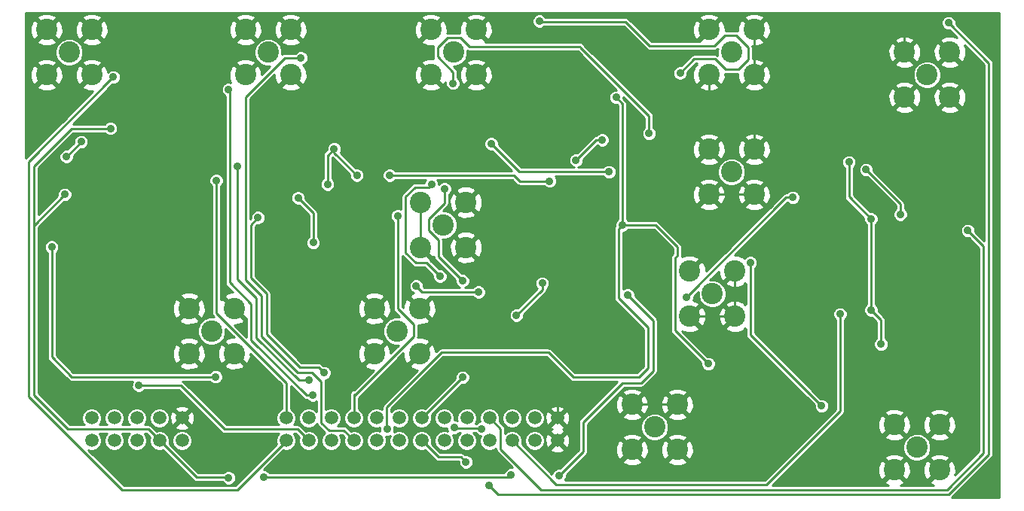
<source format=gbl>
G04 (created by PCBNEW (2013-may-18)-stable) date 2014年03月12日 星期三 16时27分52秒*
%MOIN*%
G04 Gerber Fmt 3.4, Leading zero omitted, Abs format*
%FSLAX34Y34*%
G01*
G70*
G90*
G04 APERTURE LIST*
%ADD10C,0.00590551*%
%ADD11C,0.0593*%
%ADD12C,0.0944882*%
%ADD13C,0.035*%
%ADD14C,0.01*%
G04 APERTURE END LIST*
G54D10*
G54D11*
X43700Y-32300D03*
X43700Y-31300D03*
X44700Y-32300D03*
X44700Y-31300D03*
X45700Y-32300D03*
X45700Y-31300D03*
X46700Y-32300D03*
X46700Y-31300D03*
X47700Y-32300D03*
X47700Y-31300D03*
X64300Y-31300D03*
X64300Y-32300D03*
X61300Y-31300D03*
X61300Y-32300D03*
X60300Y-31300D03*
X60300Y-32300D03*
X52300Y-32300D03*
X52300Y-31300D03*
X53300Y-32300D03*
X53300Y-31300D03*
X54300Y-32300D03*
X54300Y-31300D03*
X55300Y-32300D03*
X55300Y-31300D03*
X56300Y-32300D03*
X56300Y-31300D03*
X57300Y-32300D03*
X57300Y-31300D03*
X58300Y-32300D03*
X58300Y-31300D03*
X59300Y-32300D03*
X59300Y-31300D03*
X62300Y-32300D03*
X62300Y-31300D03*
X63300Y-32300D03*
X63300Y-31300D03*
G54D12*
X42700Y-15100D03*
X41700Y-14100D03*
X43700Y-14100D03*
X43700Y-16100D03*
X41700Y-16100D03*
X71150Y-25800D03*
X70150Y-24800D03*
X72150Y-24800D03*
X72150Y-26800D03*
X70150Y-26800D03*
X80200Y-32600D03*
X79200Y-31600D03*
X81200Y-31600D03*
X81200Y-33600D03*
X79200Y-33600D03*
X59700Y-15100D03*
X58700Y-14100D03*
X60700Y-14100D03*
X60700Y-16100D03*
X58700Y-16100D03*
X72000Y-20400D03*
X71000Y-19400D03*
X73000Y-19400D03*
X73000Y-21400D03*
X71000Y-21400D03*
X68600Y-31700D03*
X67600Y-30700D03*
X69600Y-30700D03*
X69600Y-32700D03*
X67600Y-32700D03*
X59250Y-22750D03*
X58250Y-21750D03*
X60250Y-21750D03*
X60250Y-23750D03*
X58250Y-23750D03*
X57200Y-27450D03*
X56200Y-26450D03*
X58200Y-26450D03*
X58200Y-28450D03*
X56200Y-28450D03*
X49000Y-27450D03*
X48000Y-26450D03*
X50000Y-26450D03*
X50000Y-28450D03*
X48000Y-28450D03*
X80650Y-16100D03*
X79650Y-15100D03*
X81650Y-15100D03*
X81650Y-17100D03*
X79650Y-17100D03*
X72000Y-15100D03*
X71000Y-14100D03*
X73000Y-14100D03*
X73000Y-16100D03*
X71000Y-16100D03*
X51500Y-15100D03*
X50500Y-14100D03*
X52500Y-14100D03*
X52500Y-16100D03*
X50500Y-16100D03*
G54D13*
X60950Y-31775D03*
X59731Y-31722D03*
X66581Y-20400D03*
X61365Y-19153D03*
X75985Y-30762D03*
X72828Y-24412D03*
X60813Y-25726D03*
X58051Y-25459D03*
X56761Y-31800D03*
X67178Y-22751D03*
X79469Y-22284D03*
X77954Y-20301D03*
X66890Y-17098D03*
X70973Y-28897D03*
X49750Y-33950D03*
X51300Y-33925D03*
X62250Y-33825D03*
X64375Y-33850D03*
X67400Y-25850D03*
X56875Y-20550D03*
X55425Y-20550D03*
X52825Y-21550D03*
X44525Y-18475D03*
X42500Y-21400D03*
X53496Y-23535D03*
X63956Y-20804D03*
X54126Y-20946D03*
X54423Y-19374D03*
X78171Y-26515D03*
X78171Y-22478D03*
X77195Y-19963D03*
X66278Y-18985D03*
X65119Y-19885D03*
X78614Y-28028D03*
X49750Y-16750D03*
X53477Y-30290D03*
X59100Y-25025D03*
X58725Y-20950D03*
X63500Y-13725D03*
X69725Y-16025D03*
X49175Y-29475D03*
X41925Y-23725D03*
X53975Y-29300D03*
X51050Y-22425D03*
X71000Y-17400D03*
X72975Y-18400D03*
X63851Y-28813D03*
X46440Y-24720D03*
X78977Y-24128D03*
X78977Y-23127D03*
X79650Y-14135D03*
X78189Y-30319D03*
X70945Y-27735D03*
X44650Y-16200D03*
X52950Y-15350D03*
X60250Y-33250D03*
X61275Y-34300D03*
X81600Y-13800D03*
X49206Y-20781D03*
X57225Y-22350D03*
X60100Y-29500D03*
X60100Y-25225D03*
X59300Y-21150D03*
X59675Y-16475D03*
X68350Y-18700D03*
X82450Y-23000D03*
X45781Y-29857D03*
X76800Y-26700D03*
X42575Y-19725D03*
X43225Y-19064D03*
X50150Y-20150D03*
X53291Y-29634D03*
X63624Y-25328D03*
X62485Y-26746D03*
X70000Y-25950D03*
X74708Y-21532D03*
G54D14*
X60825Y-31750D02*
X60825Y-31746D01*
X60828Y-31746D02*
X60825Y-31750D01*
X60921Y-31746D02*
X60828Y-31746D01*
X60950Y-31775D02*
X60921Y-31746D01*
X59755Y-31746D02*
X60825Y-31746D01*
X59731Y-31722D02*
X59755Y-31746D01*
X62612Y-20400D02*
X61365Y-19153D01*
X66581Y-20400D02*
X62612Y-20400D01*
X60813Y-25726D02*
X58317Y-25726D01*
X58317Y-25726D02*
X58051Y-25459D01*
X72828Y-27605D02*
X72828Y-24412D01*
X75985Y-30762D02*
X72828Y-27605D01*
X59600Y-28400D02*
X59167Y-28400D01*
X59167Y-28400D02*
X56750Y-30817D01*
X63900Y-28400D02*
X59600Y-28400D01*
X67000Y-22929D02*
X67178Y-22751D01*
X67000Y-26000D02*
X67000Y-22929D01*
X68300Y-27300D02*
X67000Y-26000D01*
X68300Y-29100D02*
X68300Y-27300D01*
X67900Y-29500D02*
X68300Y-29100D01*
X65000Y-29500D02*
X67900Y-29500D01*
X63900Y-28400D02*
X65000Y-29500D01*
X56750Y-31788D02*
X56750Y-30817D01*
X56750Y-31788D02*
X56761Y-31800D01*
X79469Y-21817D02*
X77954Y-20301D01*
X79469Y-22284D02*
X79469Y-21817D01*
X67178Y-17385D02*
X67178Y-22751D01*
X66890Y-17098D02*
X67178Y-17385D01*
X69508Y-27433D02*
X70973Y-28897D01*
X69508Y-24202D02*
X69508Y-27433D01*
X69601Y-24109D02*
X69508Y-24202D01*
X69601Y-23712D02*
X69601Y-24109D01*
X68640Y-22751D02*
X69601Y-23712D01*
X67178Y-22751D02*
X68640Y-22751D01*
X48325Y-33925D02*
X46700Y-32300D01*
X49725Y-33925D02*
X48325Y-33925D01*
X49750Y-33950D02*
X49725Y-33925D01*
X62150Y-33925D02*
X51300Y-33925D01*
X62250Y-33825D02*
X62150Y-33925D01*
X65425Y-32800D02*
X64375Y-33850D01*
X65425Y-31500D02*
X65425Y-32800D01*
X67175Y-29750D02*
X65425Y-31500D01*
X68000Y-29750D02*
X67175Y-29750D01*
X68525Y-29225D02*
X68000Y-29750D01*
X68525Y-26975D02*
X68525Y-29225D01*
X67400Y-25850D02*
X68525Y-26975D01*
X56875Y-20550D02*
X62375Y-20550D01*
X62375Y-20550D02*
X62629Y-20804D01*
X54423Y-19374D02*
X54423Y-19548D01*
X62629Y-20804D02*
X63956Y-20804D01*
X54423Y-19548D02*
X55425Y-20550D01*
X53496Y-23535D02*
X53496Y-22221D01*
X53496Y-22221D02*
X52825Y-21550D01*
X41125Y-20150D02*
X41125Y-22925D01*
X42800Y-18475D02*
X41125Y-20150D01*
X44525Y-18475D02*
X42800Y-18475D01*
X42500Y-21400D02*
X41125Y-22775D01*
X41125Y-22775D02*
X41125Y-22925D01*
X42650Y-31800D02*
X46125Y-31800D01*
X41125Y-30275D02*
X42650Y-31800D01*
X41125Y-22925D02*
X41125Y-30275D01*
X46200Y-31800D02*
X46700Y-32300D01*
X46125Y-31800D02*
X46200Y-31800D01*
X54126Y-19671D02*
X54423Y-19374D01*
X54126Y-20946D02*
X54126Y-19671D01*
X77195Y-21502D02*
X78171Y-22478D01*
X77195Y-19963D02*
X77195Y-21502D01*
X66020Y-18985D02*
X65119Y-19885D01*
X66278Y-18985D02*
X66020Y-18985D01*
X78171Y-26515D02*
X78171Y-22478D01*
X78614Y-26959D02*
X78614Y-28028D01*
X78171Y-26515D02*
X78614Y-26959D01*
X53477Y-30290D02*
X53190Y-30290D01*
X50750Y-27850D02*
X50750Y-26250D01*
X53190Y-30290D02*
X50750Y-27850D01*
X49795Y-24700D02*
X49795Y-25295D01*
X49750Y-16750D02*
X49795Y-16795D01*
X49795Y-16795D02*
X49795Y-24700D01*
X49795Y-25295D02*
X50750Y-26250D01*
X58500Y-24425D02*
X59100Y-25025D01*
X58025Y-24425D02*
X58500Y-24425D01*
X57575Y-23975D02*
X58025Y-24425D01*
X57575Y-21500D02*
X57575Y-23975D01*
X58000Y-21075D02*
X57575Y-21500D01*
X58600Y-21075D02*
X58000Y-21075D01*
X58725Y-20950D02*
X58600Y-21075D01*
X67312Y-13762D02*
X63537Y-13762D01*
X63537Y-13762D02*
X63500Y-13725D01*
X68375Y-14825D02*
X67312Y-13762D01*
X67312Y-13762D02*
X67300Y-13750D01*
X71225Y-14825D02*
X68375Y-14825D01*
X71700Y-14350D02*
X71225Y-14825D01*
X72200Y-14350D02*
X71700Y-14350D01*
X72725Y-14875D02*
X72200Y-14350D01*
X72725Y-15425D02*
X72725Y-14875D01*
X72300Y-15850D02*
X72725Y-15425D01*
X71725Y-15850D02*
X72300Y-15850D01*
X71275Y-15400D02*
X71725Y-15850D01*
X70350Y-15400D02*
X71275Y-15400D01*
X69725Y-16025D02*
X70350Y-15400D01*
X42800Y-29475D02*
X49175Y-29475D01*
X41925Y-28600D02*
X42800Y-29475D01*
X41925Y-23725D02*
X41925Y-28600D01*
X53725Y-29050D02*
X53975Y-29300D01*
X52900Y-29050D02*
X53725Y-29050D01*
X51425Y-27574D02*
X52900Y-29050D01*
X51425Y-25800D02*
X51425Y-27574D01*
X50725Y-25100D02*
X51425Y-25800D01*
X50725Y-22750D02*
X50725Y-25100D01*
X51050Y-22425D02*
X50725Y-22750D01*
X58250Y-21750D02*
X58250Y-23750D01*
X73000Y-14100D02*
X73000Y-16100D01*
X71000Y-16100D02*
X71000Y-17400D01*
X72975Y-18400D02*
X73000Y-18400D01*
X73000Y-19400D02*
X73000Y-18400D01*
X72150Y-24800D02*
X72150Y-26800D01*
X78977Y-23127D02*
X78977Y-24128D01*
X71000Y-21400D02*
X73000Y-21400D01*
X64300Y-29262D02*
X64300Y-31300D01*
X63851Y-28813D02*
X64300Y-29262D01*
X67600Y-30700D02*
X69600Y-30700D01*
X48000Y-26280D02*
X46440Y-24720D01*
X48000Y-26450D02*
X48000Y-26280D01*
X79650Y-14135D02*
X79650Y-15100D01*
X78189Y-30589D02*
X78189Y-30319D01*
X79200Y-31600D02*
X78189Y-30589D01*
X70945Y-26800D02*
X70945Y-27735D01*
X72150Y-26800D02*
X70945Y-26800D01*
X70945Y-26800D02*
X70150Y-26800D01*
X52300Y-32300D02*
X52300Y-32325D01*
X45050Y-34500D02*
X40900Y-30350D01*
X52300Y-32325D02*
X50125Y-34500D01*
X50125Y-34500D02*
X45050Y-34500D01*
X44650Y-16200D02*
X40900Y-19950D01*
X40900Y-19950D02*
X40900Y-30350D01*
X53450Y-29275D02*
X53853Y-29678D01*
X52800Y-29275D02*
X53450Y-29275D01*
X51200Y-27675D02*
X52800Y-29275D01*
X51200Y-25875D02*
X51200Y-27675D01*
X50500Y-25175D02*
X51200Y-25875D01*
X50500Y-17075D02*
X50500Y-25175D01*
X52225Y-15350D02*
X50500Y-17075D01*
X52950Y-15350D02*
X52225Y-15350D01*
X53853Y-31509D02*
X53853Y-29678D01*
X55300Y-32300D02*
X54853Y-31853D01*
X54853Y-31853D02*
X54197Y-31853D01*
X54197Y-31853D02*
X53853Y-31509D01*
X59025Y-33025D02*
X58300Y-32300D01*
X60025Y-33025D02*
X59025Y-33025D01*
X60250Y-33250D02*
X60025Y-33025D01*
X61675Y-34700D02*
X61275Y-34300D01*
X81600Y-34700D02*
X61675Y-34700D01*
X83375Y-32925D02*
X81600Y-34700D01*
X83375Y-15575D02*
X83375Y-32925D01*
X81600Y-13800D02*
X83375Y-15575D01*
X49199Y-20788D02*
X49199Y-26650D01*
X49206Y-20781D02*
X49199Y-20788D01*
X52300Y-29751D02*
X49199Y-26650D01*
X52300Y-31300D02*
X52300Y-29751D01*
X55325Y-30250D02*
X55300Y-30250D01*
X55300Y-30275D02*
X55325Y-30250D01*
X55300Y-30325D02*
X55300Y-30275D01*
X57925Y-27700D02*
X55300Y-30325D01*
X57925Y-27150D02*
X57925Y-27700D01*
X57225Y-26450D02*
X57925Y-27150D01*
X57225Y-22350D02*
X57225Y-26450D01*
X55300Y-30250D02*
X55300Y-31300D01*
X62025Y-14850D02*
X65275Y-14850D01*
X65300Y-14850D02*
X65300Y-14875D01*
X65275Y-14850D02*
X65300Y-14850D01*
X58300Y-31300D02*
X60100Y-29500D01*
X60100Y-25225D02*
X59025Y-24150D01*
X59025Y-24150D02*
X59025Y-23425D01*
X59025Y-23425D02*
X58600Y-23000D01*
X58600Y-23000D02*
X58600Y-22475D01*
X58600Y-22475D02*
X59300Y-21775D01*
X59300Y-21775D02*
X59300Y-21150D01*
X59675Y-16475D02*
X59675Y-15975D01*
X59675Y-15975D02*
X59000Y-15300D01*
X59000Y-15300D02*
X59000Y-14875D01*
X59000Y-14875D02*
X59425Y-14450D01*
X59425Y-14450D02*
X60000Y-14450D01*
X60000Y-14450D02*
X60400Y-14850D01*
X60400Y-14850D02*
X62025Y-14850D01*
X65300Y-14875D02*
X68350Y-17925D01*
X68350Y-17925D02*
X68350Y-18700D01*
X61775Y-31775D02*
X61300Y-31300D01*
X61775Y-32675D02*
X61775Y-31775D01*
X63575Y-34475D02*
X61775Y-32675D01*
X81525Y-34475D02*
X63575Y-34475D01*
X83150Y-32850D02*
X81525Y-34475D01*
X83150Y-23700D02*
X83150Y-32850D01*
X82450Y-23000D02*
X83150Y-23700D01*
X45781Y-29857D02*
X47639Y-29857D01*
X47639Y-29857D02*
X49582Y-31800D01*
X53300Y-32300D02*
X52800Y-31800D01*
X52800Y-31800D02*
X49582Y-31800D01*
X64250Y-34250D02*
X62300Y-32300D01*
X73550Y-34250D02*
X64250Y-34250D01*
X76800Y-31000D02*
X73550Y-34250D01*
X76800Y-26700D02*
X76800Y-31000D01*
X43225Y-19064D02*
X43225Y-19074D01*
X43225Y-19074D02*
X42575Y-19725D01*
X53291Y-29634D02*
X52859Y-29634D01*
X50975Y-27750D02*
X50975Y-25975D01*
X52859Y-29634D02*
X50975Y-27750D01*
X50150Y-20150D02*
X50150Y-25150D01*
X50150Y-25150D02*
X50975Y-25975D01*
X63624Y-25608D02*
X62485Y-26746D01*
X63624Y-25328D02*
X63624Y-25608D01*
X74708Y-21532D02*
X74417Y-21532D01*
X74417Y-21532D02*
X70000Y-25950D01*
G54D10*
G36*
X58326Y-21755D02*
X58255Y-21826D01*
X58250Y-21820D01*
X58244Y-21826D01*
X58173Y-21755D01*
X58179Y-21750D01*
X58173Y-21744D01*
X58244Y-21673D01*
X58250Y-21679D01*
X58255Y-21673D01*
X58326Y-21744D01*
X58320Y-21750D01*
X58326Y-21755D01*
X58326Y-21755D01*
G37*
G54D14*
X58326Y-21755D02*
X58255Y-21826D01*
X58250Y-21820D01*
X58244Y-21826D01*
X58173Y-21755D01*
X58179Y-21750D01*
X58173Y-21744D01*
X58244Y-21673D01*
X58250Y-21679D01*
X58255Y-21673D01*
X58326Y-21744D01*
X58320Y-21750D01*
X58326Y-21755D01*
G54D10*
G36*
X83830Y-34830D02*
X81752Y-34830D01*
X83516Y-33066D01*
X83516Y-33066D01*
X83545Y-33023D01*
X83559Y-33001D01*
X83559Y-33001D01*
X83574Y-32925D01*
X83575Y-32925D01*
X83575Y-15575D01*
X83574Y-15574D01*
X83559Y-15498D01*
X83559Y-15498D01*
X83545Y-15476D01*
X83516Y-15433D01*
X83516Y-15433D01*
X81924Y-13842D01*
X81925Y-13735D01*
X81875Y-13616D01*
X81784Y-13524D01*
X81664Y-13475D01*
X81535Y-13474D01*
X81416Y-13524D01*
X81324Y-13615D01*
X81275Y-13735D01*
X81274Y-13864D01*
X81324Y-13983D01*
X81415Y-14075D01*
X81535Y-14124D01*
X81642Y-14125D01*
X81963Y-14446D01*
X81772Y-14373D01*
X81485Y-14381D01*
X81258Y-14476D01*
X81210Y-14589D01*
X81650Y-15029D01*
X81655Y-15023D01*
X81726Y-15094D01*
X81720Y-15100D01*
X82160Y-15539D01*
X82273Y-15491D01*
X82376Y-15222D01*
X82368Y-14935D01*
X82308Y-14790D01*
X83175Y-15657D01*
X83175Y-23442D01*
X82774Y-23042D01*
X82775Y-22935D01*
X82725Y-22816D01*
X82634Y-22724D01*
X82514Y-22675D01*
X82385Y-22674D01*
X82376Y-22678D01*
X82376Y-17222D01*
X82368Y-16935D01*
X82273Y-16708D01*
X82160Y-16660D01*
X82089Y-16730D01*
X82089Y-16589D01*
X82089Y-15610D01*
X81650Y-15170D01*
X81579Y-15241D01*
X81579Y-15100D01*
X81139Y-14660D01*
X81026Y-14708D01*
X80923Y-14977D01*
X80931Y-15264D01*
X81026Y-15491D01*
X81139Y-15539D01*
X81579Y-15100D01*
X81579Y-15241D01*
X81210Y-15610D01*
X81258Y-15723D01*
X81527Y-15826D01*
X81814Y-15818D01*
X82041Y-15723D01*
X82089Y-15610D01*
X82089Y-16589D01*
X82041Y-16476D01*
X81772Y-16373D01*
X81485Y-16381D01*
X81272Y-16470D01*
X81272Y-15976D01*
X81177Y-15747D01*
X81003Y-15572D01*
X80774Y-15477D01*
X80526Y-15477D01*
X80376Y-15539D01*
X80376Y-15222D01*
X80368Y-14935D01*
X80273Y-14708D01*
X80160Y-14660D01*
X80089Y-14730D01*
X80089Y-14589D01*
X80041Y-14476D01*
X79772Y-14373D01*
X79485Y-14381D01*
X79258Y-14476D01*
X79210Y-14589D01*
X79650Y-15029D01*
X80089Y-14589D01*
X80089Y-14730D01*
X79720Y-15100D01*
X80160Y-15539D01*
X80273Y-15491D01*
X80376Y-15222D01*
X80376Y-15539D01*
X80297Y-15572D01*
X80122Y-15746D01*
X80089Y-15825D01*
X80089Y-15610D01*
X79650Y-15170D01*
X79579Y-15241D01*
X79579Y-15100D01*
X79139Y-14660D01*
X79026Y-14708D01*
X78923Y-14977D01*
X78931Y-15264D01*
X79026Y-15491D01*
X79139Y-15539D01*
X79579Y-15100D01*
X79579Y-15241D01*
X79210Y-15610D01*
X79258Y-15723D01*
X79527Y-15826D01*
X79814Y-15818D01*
X80041Y-15723D01*
X80089Y-15610D01*
X80089Y-15825D01*
X80027Y-15975D01*
X80027Y-16223D01*
X80122Y-16452D01*
X80296Y-16627D01*
X80525Y-16722D01*
X80773Y-16722D01*
X81002Y-16627D01*
X81177Y-16453D01*
X81272Y-16224D01*
X81272Y-15976D01*
X81272Y-16470D01*
X81258Y-16476D01*
X81210Y-16589D01*
X81650Y-17029D01*
X82089Y-16589D01*
X82089Y-16730D01*
X81720Y-17100D01*
X82160Y-17539D01*
X82273Y-17491D01*
X82376Y-17222D01*
X82376Y-22678D01*
X82266Y-22724D01*
X82174Y-22815D01*
X82125Y-22935D01*
X82124Y-23064D01*
X82174Y-23183D01*
X82265Y-23275D01*
X82385Y-23324D01*
X82492Y-23325D01*
X82950Y-23782D01*
X82950Y-32767D01*
X82089Y-33627D01*
X82089Y-17610D01*
X81650Y-17170D01*
X81579Y-17241D01*
X81579Y-17100D01*
X81139Y-16660D01*
X81026Y-16708D01*
X80923Y-16977D01*
X80931Y-17264D01*
X81026Y-17491D01*
X81139Y-17539D01*
X81579Y-17100D01*
X81579Y-17241D01*
X81210Y-17610D01*
X81258Y-17723D01*
X81527Y-17826D01*
X81814Y-17818D01*
X82041Y-17723D01*
X82089Y-17610D01*
X82089Y-33627D01*
X81884Y-33832D01*
X81926Y-33722D01*
X81926Y-31722D01*
X81918Y-31435D01*
X81823Y-31208D01*
X81710Y-31160D01*
X81639Y-31230D01*
X81639Y-31089D01*
X81591Y-30976D01*
X81322Y-30873D01*
X81035Y-30881D01*
X80808Y-30976D01*
X80760Y-31089D01*
X81200Y-31529D01*
X81639Y-31089D01*
X81639Y-31230D01*
X81270Y-31600D01*
X81710Y-32039D01*
X81823Y-31991D01*
X81926Y-31722D01*
X81926Y-33722D01*
X81918Y-33435D01*
X81823Y-33208D01*
X81710Y-33160D01*
X81639Y-33230D01*
X81639Y-33089D01*
X81639Y-32110D01*
X81200Y-31670D01*
X81129Y-31741D01*
X81129Y-31600D01*
X80689Y-31160D01*
X80576Y-31208D01*
X80473Y-31477D01*
X80481Y-31764D01*
X80576Y-31991D01*
X80689Y-32039D01*
X81129Y-31600D01*
X81129Y-31741D01*
X80760Y-32110D01*
X80808Y-32223D01*
X81077Y-32326D01*
X81364Y-32318D01*
X81591Y-32223D01*
X81639Y-32110D01*
X81639Y-33089D01*
X81591Y-32976D01*
X81322Y-32873D01*
X81035Y-32881D01*
X80822Y-32970D01*
X80822Y-32476D01*
X80727Y-32247D01*
X80553Y-32072D01*
X80376Y-31999D01*
X80376Y-17222D01*
X80368Y-16935D01*
X80273Y-16708D01*
X80160Y-16660D01*
X80089Y-16730D01*
X80089Y-16589D01*
X80041Y-16476D01*
X79772Y-16373D01*
X79485Y-16381D01*
X79258Y-16476D01*
X79210Y-16589D01*
X79650Y-17029D01*
X80089Y-16589D01*
X80089Y-16730D01*
X79720Y-17100D01*
X80160Y-17539D01*
X80273Y-17491D01*
X80376Y-17222D01*
X80376Y-31999D01*
X80324Y-31977D01*
X80089Y-31977D01*
X80089Y-17610D01*
X79650Y-17170D01*
X79579Y-17241D01*
X79579Y-17100D01*
X79139Y-16660D01*
X79026Y-16708D01*
X78923Y-16977D01*
X78931Y-17264D01*
X79026Y-17491D01*
X79139Y-17539D01*
X79579Y-17100D01*
X79579Y-17241D01*
X79210Y-17610D01*
X79258Y-17723D01*
X79527Y-17826D01*
X79814Y-17818D01*
X80041Y-17723D01*
X80089Y-17610D01*
X80089Y-31977D01*
X80076Y-31977D01*
X79926Y-32039D01*
X79926Y-31722D01*
X79918Y-31435D01*
X79823Y-31208D01*
X79794Y-31195D01*
X79794Y-22220D01*
X79745Y-22100D01*
X79669Y-22025D01*
X79669Y-21817D01*
X79656Y-21753D01*
X79654Y-21740D01*
X79654Y-21740D01*
X79611Y-21675D01*
X79611Y-21675D01*
X78278Y-20343D01*
X78279Y-20236D01*
X78229Y-20117D01*
X78138Y-20025D01*
X78018Y-19976D01*
X77889Y-19976D01*
X77770Y-20025D01*
X77678Y-20117D01*
X77629Y-20236D01*
X77628Y-20365D01*
X77678Y-20485D01*
X77769Y-20576D01*
X77889Y-20626D01*
X77996Y-20626D01*
X79269Y-21899D01*
X79269Y-22025D01*
X79194Y-22100D01*
X79144Y-22219D01*
X79144Y-22349D01*
X79194Y-22468D01*
X79285Y-22560D01*
X79404Y-22609D01*
X79534Y-22609D01*
X79653Y-22560D01*
X79745Y-22469D01*
X79794Y-22349D01*
X79794Y-22220D01*
X79794Y-31195D01*
X79710Y-31160D01*
X79639Y-31230D01*
X79639Y-31089D01*
X79591Y-30976D01*
X79322Y-30873D01*
X79035Y-30881D01*
X78939Y-30921D01*
X78939Y-27964D01*
X78890Y-27844D01*
X78814Y-27769D01*
X78814Y-26959D01*
X78814Y-26959D01*
X78799Y-26882D01*
X78799Y-26882D01*
X78785Y-26861D01*
X78756Y-26817D01*
X78756Y-26817D01*
X78495Y-26557D01*
X78496Y-26451D01*
X78446Y-26331D01*
X78371Y-26255D01*
X78371Y-22737D01*
X78446Y-22662D01*
X78495Y-22543D01*
X78496Y-22414D01*
X78446Y-22294D01*
X78355Y-22203D01*
X78235Y-22153D01*
X78128Y-22153D01*
X77395Y-21420D01*
X77395Y-20223D01*
X77470Y-20147D01*
X77520Y-20028D01*
X77520Y-19899D01*
X77471Y-19779D01*
X77379Y-19688D01*
X77260Y-19638D01*
X77131Y-19638D01*
X77011Y-19687D01*
X76920Y-19779D01*
X76870Y-19898D01*
X76870Y-20027D01*
X76919Y-20147D01*
X76995Y-20223D01*
X76995Y-21502D01*
X77010Y-21579D01*
X77054Y-21644D01*
X77846Y-22436D01*
X77845Y-22542D01*
X77895Y-22662D01*
X77971Y-22738D01*
X77971Y-26255D01*
X77895Y-26331D01*
X77846Y-26450D01*
X77845Y-26579D01*
X77895Y-26699D01*
X77986Y-26790D01*
X78106Y-26840D01*
X78213Y-26840D01*
X78414Y-27041D01*
X78414Y-27769D01*
X78339Y-27844D01*
X78289Y-27963D01*
X78289Y-28093D01*
X78338Y-28212D01*
X78430Y-28304D01*
X78549Y-28353D01*
X78679Y-28353D01*
X78798Y-28304D01*
X78890Y-28213D01*
X78939Y-28093D01*
X78939Y-27964D01*
X78939Y-30921D01*
X78808Y-30976D01*
X78760Y-31089D01*
X79200Y-31529D01*
X79639Y-31089D01*
X79639Y-31230D01*
X79270Y-31600D01*
X79710Y-32039D01*
X79823Y-31991D01*
X79926Y-31722D01*
X79926Y-32039D01*
X79847Y-32072D01*
X79672Y-32246D01*
X79639Y-32325D01*
X79639Y-32110D01*
X79200Y-31670D01*
X79129Y-31741D01*
X79129Y-31600D01*
X78689Y-31160D01*
X78576Y-31208D01*
X78473Y-31477D01*
X78481Y-31764D01*
X78576Y-31991D01*
X78689Y-32039D01*
X79129Y-31600D01*
X79129Y-31741D01*
X78760Y-32110D01*
X78808Y-32223D01*
X79077Y-32326D01*
X79364Y-32318D01*
X79591Y-32223D01*
X79639Y-32110D01*
X79639Y-32325D01*
X79577Y-32475D01*
X79577Y-32723D01*
X79672Y-32952D01*
X79846Y-33127D01*
X80075Y-33222D01*
X80323Y-33222D01*
X80552Y-33127D01*
X80727Y-32953D01*
X80822Y-32724D01*
X80822Y-32476D01*
X80822Y-32970D01*
X80808Y-32976D01*
X80760Y-33089D01*
X81200Y-33529D01*
X81639Y-33089D01*
X81639Y-33230D01*
X81270Y-33600D01*
X81276Y-33605D01*
X81205Y-33676D01*
X81200Y-33670D01*
X81129Y-33741D01*
X81129Y-33600D01*
X80689Y-33160D01*
X80576Y-33208D01*
X80473Y-33477D01*
X80481Y-33764D01*
X80576Y-33991D01*
X80689Y-34039D01*
X81129Y-33600D01*
X81129Y-33741D01*
X80760Y-34110D01*
X80808Y-34223D01*
X80942Y-34275D01*
X79926Y-34275D01*
X79926Y-33722D01*
X79918Y-33435D01*
X79823Y-33208D01*
X79710Y-33160D01*
X79639Y-33230D01*
X79639Y-33089D01*
X79591Y-32976D01*
X79322Y-32873D01*
X79035Y-32881D01*
X78808Y-32976D01*
X78760Y-33089D01*
X79200Y-33529D01*
X79639Y-33089D01*
X79639Y-33230D01*
X79270Y-33600D01*
X79710Y-34039D01*
X79823Y-33991D01*
X79926Y-33722D01*
X79926Y-34275D01*
X79468Y-34275D01*
X79591Y-34223D01*
X79639Y-34110D01*
X79200Y-33670D01*
X79129Y-33741D01*
X79129Y-33600D01*
X78689Y-33160D01*
X78576Y-33208D01*
X78473Y-33477D01*
X78481Y-33764D01*
X78576Y-33991D01*
X78689Y-34039D01*
X79129Y-33600D01*
X79129Y-33741D01*
X78760Y-34110D01*
X78808Y-34223D01*
X78942Y-34275D01*
X73807Y-34275D01*
X76941Y-31141D01*
X76941Y-31141D01*
X76970Y-31098D01*
X76984Y-31076D01*
X76984Y-31076D01*
X76999Y-31000D01*
X77000Y-31000D01*
X77000Y-26959D01*
X77075Y-26884D01*
X77124Y-26764D01*
X77125Y-26635D01*
X77075Y-26516D01*
X76984Y-26424D01*
X76864Y-26375D01*
X76735Y-26374D01*
X76616Y-26424D01*
X76524Y-26515D01*
X76475Y-26635D01*
X76474Y-26764D01*
X76524Y-26883D01*
X76600Y-26959D01*
X76600Y-30917D01*
X73467Y-34050D01*
X72589Y-34050D01*
X70326Y-34050D01*
X70326Y-32822D01*
X70326Y-30822D01*
X70318Y-30535D01*
X70223Y-30308D01*
X70110Y-30260D01*
X70039Y-30330D01*
X70039Y-30189D01*
X69991Y-30076D01*
X69722Y-29973D01*
X69435Y-29981D01*
X69208Y-30076D01*
X69160Y-30189D01*
X69600Y-30629D01*
X70039Y-30189D01*
X70039Y-30330D01*
X69670Y-30700D01*
X70110Y-31139D01*
X70223Y-31091D01*
X70326Y-30822D01*
X70326Y-32822D01*
X70318Y-32535D01*
X70223Y-32308D01*
X70110Y-32260D01*
X70039Y-32330D01*
X70039Y-32189D01*
X70039Y-31210D01*
X69600Y-30770D01*
X69529Y-30841D01*
X69529Y-30700D01*
X69089Y-30260D01*
X68976Y-30308D01*
X68873Y-30577D01*
X68881Y-30864D01*
X68976Y-31091D01*
X69089Y-31139D01*
X69529Y-30700D01*
X69529Y-30841D01*
X69160Y-31210D01*
X69208Y-31323D01*
X69477Y-31426D01*
X69764Y-31418D01*
X69991Y-31323D01*
X70039Y-31210D01*
X70039Y-32189D01*
X69991Y-32076D01*
X69722Y-31973D01*
X69435Y-31981D01*
X69222Y-32070D01*
X69222Y-31576D01*
X69127Y-31347D01*
X68953Y-31172D01*
X68724Y-31077D01*
X68476Y-31077D01*
X68326Y-31139D01*
X68326Y-30822D01*
X68318Y-30535D01*
X68223Y-30308D01*
X68110Y-30260D01*
X68039Y-30330D01*
X68039Y-30189D01*
X67991Y-30076D01*
X67722Y-29973D01*
X67435Y-29981D01*
X67208Y-30076D01*
X67160Y-30189D01*
X67600Y-30629D01*
X68039Y-30189D01*
X68039Y-30330D01*
X67670Y-30700D01*
X68110Y-31139D01*
X68223Y-31091D01*
X68326Y-30822D01*
X68326Y-31139D01*
X68247Y-31172D01*
X68072Y-31346D01*
X68039Y-31425D01*
X68039Y-31210D01*
X67600Y-30770D01*
X67529Y-30841D01*
X67529Y-30700D01*
X67089Y-30260D01*
X66976Y-30308D01*
X66873Y-30577D01*
X66881Y-30864D01*
X66976Y-31091D01*
X67089Y-31139D01*
X67529Y-30700D01*
X67529Y-30841D01*
X67160Y-31210D01*
X67208Y-31323D01*
X67477Y-31426D01*
X67764Y-31418D01*
X67991Y-31323D01*
X68039Y-31210D01*
X68039Y-31425D01*
X67977Y-31575D01*
X67977Y-31823D01*
X68072Y-32052D01*
X68246Y-32227D01*
X68475Y-32322D01*
X68723Y-32322D01*
X68952Y-32227D01*
X69127Y-32053D01*
X69222Y-31824D01*
X69222Y-31576D01*
X69222Y-32070D01*
X69208Y-32076D01*
X69160Y-32189D01*
X69600Y-32629D01*
X70039Y-32189D01*
X70039Y-32330D01*
X69670Y-32700D01*
X70110Y-33139D01*
X70223Y-33091D01*
X70326Y-32822D01*
X70326Y-34050D01*
X70039Y-34050D01*
X70039Y-33210D01*
X69600Y-32770D01*
X69529Y-32841D01*
X69529Y-32700D01*
X69089Y-32260D01*
X68976Y-32308D01*
X68873Y-32577D01*
X68881Y-32864D01*
X68976Y-33091D01*
X69089Y-33139D01*
X69529Y-32700D01*
X69529Y-32841D01*
X69160Y-33210D01*
X69208Y-33323D01*
X69477Y-33426D01*
X69764Y-33418D01*
X69991Y-33323D01*
X70039Y-33210D01*
X70039Y-34050D01*
X68326Y-34050D01*
X68326Y-32822D01*
X68318Y-32535D01*
X68223Y-32308D01*
X68110Y-32260D01*
X68039Y-32330D01*
X68039Y-32189D01*
X67991Y-32076D01*
X67722Y-31973D01*
X67435Y-31981D01*
X67208Y-32076D01*
X67160Y-32189D01*
X67600Y-32629D01*
X68039Y-32189D01*
X68039Y-32330D01*
X67670Y-32700D01*
X68110Y-33139D01*
X68223Y-33091D01*
X68326Y-32822D01*
X68326Y-34050D01*
X68039Y-34050D01*
X68039Y-33210D01*
X67600Y-32770D01*
X67529Y-32841D01*
X67529Y-32700D01*
X67089Y-32260D01*
X66976Y-32308D01*
X66873Y-32577D01*
X66881Y-32864D01*
X66976Y-33091D01*
X67089Y-33139D01*
X67529Y-32700D01*
X67529Y-32841D01*
X67160Y-33210D01*
X67208Y-33323D01*
X67477Y-33426D01*
X67764Y-33418D01*
X67991Y-33323D01*
X68039Y-33210D01*
X68039Y-34050D01*
X64634Y-34050D01*
X64650Y-34034D01*
X64699Y-33914D01*
X64700Y-33807D01*
X65566Y-32941D01*
X65566Y-32941D01*
X65595Y-32898D01*
X65609Y-32876D01*
X65609Y-32876D01*
X65624Y-32800D01*
X65625Y-32800D01*
X65625Y-31582D01*
X67257Y-29950D01*
X68000Y-29950D01*
X68076Y-29934D01*
X68141Y-29891D01*
X68666Y-29366D01*
X68666Y-29366D01*
X68695Y-29323D01*
X68709Y-29301D01*
X68709Y-29301D01*
X68724Y-29225D01*
X68725Y-29225D01*
X68725Y-26975D01*
X68712Y-26911D01*
X68709Y-26898D01*
X68709Y-26898D01*
X68666Y-26833D01*
X67724Y-25892D01*
X67725Y-25785D01*
X67675Y-25666D01*
X67584Y-25574D01*
X67464Y-25525D01*
X67335Y-25524D01*
X67216Y-25574D01*
X67200Y-25590D01*
X67200Y-23076D01*
X67242Y-23076D01*
X67362Y-23026D01*
X67437Y-22951D01*
X68557Y-22951D01*
X69401Y-23795D01*
X69401Y-24026D01*
X69367Y-24061D01*
X69323Y-24126D01*
X69308Y-24202D01*
X69308Y-27433D01*
X69323Y-27509D01*
X69367Y-27574D01*
X70648Y-28855D01*
X70648Y-28962D01*
X70697Y-29081D01*
X70788Y-29173D01*
X70908Y-29222D01*
X71037Y-29222D01*
X71157Y-29173D01*
X71248Y-29082D01*
X71298Y-28962D01*
X71298Y-28833D01*
X71248Y-28713D01*
X71157Y-28622D01*
X71038Y-28572D01*
X70931Y-28572D01*
X70876Y-28517D01*
X70876Y-26922D01*
X70868Y-26635D01*
X70773Y-26408D01*
X70660Y-26360D01*
X70220Y-26800D01*
X70660Y-27239D01*
X70773Y-27191D01*
X70876Y-26922D01*
X70876Y-28517D01*
X69796Y-27438D01*
X70027Y-27526D01*
X70314Y-27518D01*
X70541Y-27423D01*
X70589Y-27310D01*
X70150Y-26870D01*
X70144Y-26876D01*
X70073Y-26805D01*
X70079Y-26800D01*
X70073Y-26794D01*
X70144Y-26723D01*
X70150Y-26729D01*
X70589Y-26289D01*
X70541Y-26176D01*
X70296Y-26082D01*
X70324Y-26014D01*
X70325Y-25907D01*
X70527Y-25705D01*
X70527Y-25923D01*
X70622Y-26152D01*
X70796Y-26327D01*
X71025Y-26422D01*
X71273Y-26422D01*
X71502Y-26327D01*
X71677Y-26153D01*
X71772Y-25924D01*
X71772Y-25676D01*
X71677Y-25447D01*
X71503Y-25272D01*
X71274Y-25177D01*
X71055Y-25177D01*
X71427Y-24805D01*
X71431Y-24964D01*
X71526Y-25191D01*
X71639Y-25239D01*
X72079Y-24800D01*
X72073Y-24794D01*
X72144Y-24723D01*
X72150Y-24729D01*
X72155Y-24723D01*
X72226Y-24794D01*
X72220Y-24800D01*
X72226Y-24805D01*
X72155Y-24876D01*
X72150Y-24870D01*
X71710Y-25310D01*
X71758Y-25423D01*
X72027Y-25526D01*
X72314Y-25518D01*
X72541Y-25423D01*
X72589Y-25310D01*
X72589Y-25310D01*
X72628Y-25349D01*
X72628Y-26250D01*
X72589Y-26289D01*
X72589Y-26289D01*
X72541Y-26176D01*
X72272Y-26073D01*
X71985Y-26081D01*
X71758Y-26176D01*
X71710Y-26289D01*
X72150Y-26729D01*
X72155Y-26723D01*
X72226Y-26794D01*
X72220Y-26800D01*
X72226Y-26805D01*
X72155Y-26876D01*
X72150Y-26870D01*
X72079Y-26941D01*
X72079Y-26800D01*
X71639Y-26360D01*
X71526Y-26408D01*
X71423Y-26677D01*
X71431Y-26964D01*
X71526Y-27191D01*
X71639Y-27239D01*
X72079Y-26800D01*
X72079Y-26941D01*
X71710Y-27310D01*
X71758Y-27423D01*
X72027Y-27526D01*
X72314Y-27518D01*
X72541Y-27423D01*
X72589Y-27310D01*
X72589Y-27310D01*
X72628Y-27349D01*
X72628Y-27605D01*
X72643Y-27682D01*
X72687Y-27747D01*
X75660Y-30720D01*
X75660Y-30827D01*
X75709Y-30946D01*
X75801Y-31038D01*
X75920Y-31087D01*
X76049Y-31087D01*
X76169Y-31038D01*
X76260Y-30947D01*
X76310Y-30827D01*
X76310Y-30698D01*
X76261Y-30578D01*
X76169Y-30487D01*
X76050Y-30437D01*
X75943Y-30437D01*
X73028Y-27522D01*
X73028Y-24672D01*
X73103Y-24597D01*
X73153Y-24477D01*
X73153Y-24348D01*
X73104Y-24229D01*
X73012Y-24137D01*
X72893Y-24088D01*
X72764Y-24087D01*
X72644Y-24137D01*
X72560Y-24221D01*
X72541Y-24176D01*
X72272Y-24073D01*
X72155Y-24077D01*
X74474Y-21758D01*
X74524Y-21807D01*
X74643Y-21857D01*
X74772Y-21857D01*
X74892Y-21807D01*
X74983Y-21716D01*
X75033Y-21597D01*
X75033Y-21467D01*
X74984Y-21348D01*
X74892Y-21256D01*
X74773Y-21207D01*
X74644Y-21207D01*
X74524Y-21256D01*
X74448Y-21332D01*
X74417Y-21332D01*
X74353Y-21344D01*
X74341Y-21347D01*
X74276Y-21390D01*
X73726Y-21940D01*
X73726Y-21522D01*
X73726Y-19522D01*
X73726Y-16222D01*
X73726Y-14222D01*
X73718Y-13935D01*
X73623Y-13708D01*
X73510Y-13660D01*
X73439Y-13730D01*
X73439Y-13589D01*
X73391Y-13476D01*
X73122Y-13373D01*
X72835Y-13381D01*
X72608Y-13476D01*
X72560Y-13589D01*
X73000Y-14029D01*
X73439Y-13589D01*
X73439Y-13730D01*
X73070Y-14100D01*
X73510Y-14539D01*
X73623Y-14491D01*
X73726Y-14222D01*
X73726Y-16222D01*
X73718Y-15935D01*
X73623Y-15708D01*
X73510Y-15660D01*
X73439Y-15730D01*
X73439Y-15589D01*
X73391Y-15476D01*
X73122Y-15373D01*
X72925Y-15379D01*
X72925Y-14875D01*
X72924Y-14874D01*
X72915Y-14825D01*
X73164Y-14818D01*
X73391Y-14723D01*
X73439Y-14610D01*
X73000Y-14170D01*
X72994Y-14176D01*
X72923Y-14105D01*
X72929Y-14100D01*
X72489Y-13660D01*
X72376Y-13708D01*
X72273Y-13977D01*
X72279Y-14166D01*
X72276Y-14165D01*
X72200Y-14150D01*
X71724Y-14150D01*
X71718Y-13935D01*
X71623Y-13708D01*
X71510Y-13660D01*
X71439Y-13730D01*
X71439Y-13589D01*
X71391Y-13476D01*
X71122Y-13373D01*
X70835Y-13381D01*
X70608Y-13476D01*
X70560Y-13589D01*
X71000Y-14029D01*
X71439Y-13589D01*
X71439Y-13730D01*
X71070Y-14100D01*
X71076Y-14105D01*
X71005Y-14176D01*
X71000Y-14170D01*
X70929Y-14241D01*
X70929Y-14100D01*
X70489Y-13660D01*
X70376Y-13708D01*
X70273Y-13977D01*
X70281Y-14264D01*
X70376Y-14491D01*
X70489Y-14539D01*
X70929Y-14100D01*
X70929Y-14241D01*
X70560Y-14610D01*
X70566Y-14625D01*
X68457Y-14625D01*
X67453Y-13621D01*
X67441Y-13608D01*
X67376Y-13565D01*
X67300Y-13550D01*
X67237Y-13562D01*
X63784Y-13562D01*
X63775Y-13541D01*
X63684Y-13449D01*
X63564Y-13400D01*
X63435Y-13399D01*
X63316Y-13449D01*
X63224Y-13540D01*
X63175Y-13660D01*
X63174Y-13789D01*
X63224Y-13908D01*
X63315Y-14000D01*
X63435Y-14049D01*
X63564Y-14050D01*
X63683Y-14000D01*
X63722Y-13962D01*
X67229Y-13962D01*
X68233Y-14966D01*
X68233Y-14966D01*
X68276Y-14995D01*
X68298Y-15009D01*
X68298Y-15009D01*
X68374Y-15024D01*
X68375Y-15025D01*
X71225Y-15025D01*
X71301Y-15009D01*
X71366Y-14966D01*
X71392Y-14940D01*
X71377Y-14975D01*
X71377Y-15223D01*
X71382Y-15236D01*
X71351Y-15215D01*
X71275Y-15200D01*
X70350Y-15200D01*
X70273Y-15215D01*
X70208Y-15258D01*
X69767Y-15700D01*
X69660Y-15699D01*
X69541Y-15749D01*
X69449Y-15840D01*
X69400Y-15960D01*
X69399Y-16089D01*
X69449Y-16208D01*
X69540Y-16300D01*
X69660Y-16349D01*
X69789Y-16350D01*
X69908Y-16300D01*
X70000Y-16209D01*
X70049Y-16089D01*
X70050Y-15982D01*
X70432Y-15600D01*
X70459Y-15600D01*
X70444Y-15615D01*
X70489Y-15660D01*
X70376Y-15708D01*
X70273Y-15977D01*
X70281Y-16264D01*
X70376Y-16491D01*
X70489Y-16539D01*
X70929Y-16100D01*
X70923Y-16094D01*
X70994Y-16023D01*
X71000Y-16029D01*
X71005Y-16023D01*
X71076Y-16094D01*
X71070Y-16100D01*
X71510Y-16539D01*
X71623Y-16491D01*
X71726Y-16222D01*
X71721Y-16049D01*
X71725Y-16050D01*
X72275Y-16050D01*
X72281Y-16264D01*
X72376Y-16491D01*
X72489Y-16539D01*
X72929Y-16100D01*
X72923Y-16094D01*
X72994Y-16023D01*
X73000Y-16029D01*
X73439Y-15589D01*
X73439Y-15730D01*
X73070Y-16100D01*
X73510Y-16539D01*
X73623Y-16491D01*
X73726Y-16222D01*
X73726Y-19522D01*
X73718Y-19235D01*
X73623Y-19008D01*
X73510Y-18960D01*
X73439Y-19030D01*
X73439Y-18889D01*
X73439Y-16610D01*
X73000Y-16170D01*
X72560Y-16610D01*
X72608Y-16723D01*
X72877Y-16826D01*
X73164Y-16818D01*
X73391Y-16723D01*
X73439Y-16610D01*
X73439Y-18889D01*
X73391Y-18776D01*
X73122Y-18673D01*
X72835Y-18681D01*
X72608Y-18776D01*
X72560Y-18889D01*
X73000Y-19329D01*
X73439Y-18889D01*
X73439Y-19030D01*
X73070Y-19400D01*
X73510Y-19839D01*
X73623Y-19791D01*
X73726Y-19522D01*
X73726Y-21522D01*
X73718Y-21235D01*
X73623Y-21008D01*
X73510Y-20960D01*
X73439Y-21030D01*
X73439Y-20889D01*
X73439Y-19910D01*
X73000Y-19470D01*
X72929Y-19541D01*
X72929Y-19400D01*
X72489Y-18960D01*
X72376Y-19008D01*
X72273Y-19277D01*
X72281Y-19564D01*
X72376Y-19791D01*
X72489Y-19839D01*
X72929Y-19400D01*
X72929Y-19541D01*
X72560Y-19910D01*
X72608Y-20023D01*
X72877Y-20126D01*
X73164Y-20118D01*
X73391Y-20023D01*
X73439Y-19910D01*
X73439Y-20889D01*
X73391Y-20776D01*
X73122Y-20673D01*
X72835Y-20681D01*
X72622Y-20770D01*
X72622Y-20276D01*
X72527Y-20047D01*
X72353Y-19872D01*
X72124Y-19777D01*
X71876Y-19777D01*
X71726Y-19839D01*
X71726Y-19522D01*
X71718Y-19235D01*
X71623Y-19008D01*
X71510Y-18960D01*
X71439Y-19030D01*
X71439Y-18889D01*
X71439Y-16610D01*
X71000Y-16170D01*
X70929Y-16241D01*
X70560Y-16610D01*
X70608Y-16723D01*
X70877Y-16826D01*
X71164Y-16818D01*
X71391Y-16723D01*
X71439Y-16610D01*
X71439Y-18889D01*
X71391Y-18776D01*
X71122Y-18673D01*
X70835Y-18681D01*
X70608Y-18776D01*
X70560Y-18889D01*
X71000Y-19329D01*
X71439Y-18889D01*
X71439Y-19030D01*
X71070Y-19400D01*
X71510Y-19839D01*
X71623Y-19791D01*
X71726Y-19522D01*
X71726Y-19839D01*
X71647Y-19872D01*
X71472Y-20046D01*
X71439Y-20125D01*
X71439Y-19910D01*
X71000Y-19470D01*
X70929Y-19541D01*
X70929Y-19400D01*
X70489Y-18960D01*
X70376Y-19008D01*
X70273Y-19277D01*
X70281Y-19564D01*
X70376Y-19791D01*
X70489Y-19839D01*
X70929Y-19400D01*
X70929Y-19541D01*
X70560Y-19910D01*
X70608Y-20023D01*
X70877Y-20126D01*
X71164Y-20118D01*
X71391Y-20023D01*
X71439Y-19910D01*
X71439Y-20125D01*
X71377Y-20275D01*
X71377Y-20523D01*
X71472Y-20752D01*
X71646Y-20927D01*
X71875Y-21022D01*
X72123Y-21022D01*
X72352Y-20927D01*
X72527Y-20753D01*
X72622Y-20524D01*
X72622Y-20276D01*
X72622Y-20770D01*
X72608Y-20776D01*
X72560Y-20889D01*
X73000Y-21329D01*
X73439Y-20889D01*
X73439Y-21030D01*
X73070Y-21400D01*
X73510Y-21839D01*
X73623Y-21791D01*
X73726Y-21522D01*
X73726Y-21940D01*
X73439Y-22227D01*
X73439Y-21910D01*
X73000Y-21470D01*
X72929Y-21541D01*
X72929Y-21400D01*
X72489Y-20960D01*
X72376Y-21008D01*
X72273Y-21277D01*
X72281Y-21564D01*
X72376Y-21791D01*
X72489Y-21839D01*
X72929Y-21400D01*
X72929Y-21541D01*
X72560Y-21910D01*
X72608Y-22023D01*
X72877Y-22126D01*
X73164Y-22118D01*
X73391Y-22023D01*
X73439Y-21910D01*
X73439Y-22227D01*
X71726Y-23940D01*
X71726Y-21522D01*
X71718Y-21235D01*
X71623Y-21008D01*
X71510Y-20960D01*
X71439Y-21030D01*
X71439Y-20889D01*
X71391Y-20776D01*
X71122Y-20673D01*
X70835Y-20681D01*
X70608Y-20776D01*
X70560Y-20889D01*
X71000Y-21329D01*
X71439Y-20889D01*
X71439Y-21030D01*
X71070Y-21400D01*
X71510Y-21839D01*
X71623Y-21791D01*
X71726Y-21522D01*
X71726Y-23940D01*
X71439Y-24227D01*
X71439Y-21910D01*
X71000Y-21470D01*
X70929Y-21541D01*
X70929Y-21400D01*
X70489Y-20960D01*
X70376Y-21008D01*
X70273Y-21277D01*
X70281Y-21564D01*
X70376Y-21791D01*
X70489Y-21839D01*
X70929Y-21400D01*
X70929Y-21541D01*
X70560Y-21910D01*
X70608Y-22023D01*
X70877Y-22126D01*
X71164Y-22118D01*
X71391Y-22023D01*
X71439Y-21910D01*
X71439Y-24227D01*
X70872Y-24794D01*
X70868Y-24635D01*
X70773Y-24408D01*
X70660Y-24360D01*
X70220Y-24800D01*
X70226Y-24805D01*
X70155Y-24876D01*
X70150Y-24870D01*
X70144Y-24876D01*
X70073Y-24805D01*
X70079Y-24800D01*
X70073Y-24794D01*
X70144Y-24723D01*
X70150Y-24729D01*
X70589Y-24289D01*
X70541Y-24176D01*
X70272Y-24073D01*
X69985Y-24081D01*
X69791Y-24162D01*
X69801Y-24109D01*
X69801Y-23712D01*
X69786Y-23635D01*
X69786Y-23635D01*
X69772Y-23614D01*
X69743Y-23570D01*
X69743Y-23570D01*
X68782Y-22609D01*
X68717Y-22566D01*
X68640Y-22551D01*
X67437Y-22551D01*
X67378Y-22491D01*
X67378Y-17385D01*
X67362Y-17309D01*
X67362Y-17309D01*
X67319Y-17244D01*
X67215Y-17140D01*
X67215Y-17073D01*
X68150Y-18007D01*
X68150Y-18440D01*
X68074Y-18515D01*
X68025Y-18635D01*
X68024Y-18764D01*
X68074Y-18883D01*
X68165Y-18975D01*
X68285Y-19024D01*
X68414Y-19025D01*
X68533Y-18975D01*
X68625Y-18884D01*
X68674Y-18764D01*
X68675Y-18635D01*
X68625Y-18516D01*
X68550Y-18440D01*
X68550Y-17925D01*
X68534Y-17848D01*
X68534Y-17848D01*
X68520Y-17826D01*
X68491Y-17783D01*
X68491Y-17783D01*
X65485Y-14777D01*
X65484Y-14773D01*
X65441Y-14708D01*
X65376Y-14665D01*
X65300Y-14650D01*
X65275Y-14650D01*
X62025Y-14650D01*
X61426Y-14650D01*
X61426Y-14222D01*
X61418Y-13935D01*
X61323Y-13708D01*
X61210Y-13660D01*
X61139Y-13730D01*
X61139Y-13589D01*
X61091Y-13476D01*
X60822Y-13373D01*
X60535Y-13381D01*
X60308Y-13476D01*
X60260Y-13589D01*
X60700Y-14029D01*
X61139Y-13589D01*
X61139Y-13730D01*
X60770Y-14100D01*
X61210Y-14539D01*
X61323Y-14491D01*
X61426Y-14222D01*
X61426Y-14650D01*
X61123Y-14650D01*
X61139Y-14610D01*
X60700Y-14170D01*
X60694Y-14176D01*
X60623Y-14105D01*
X60629Y-14100D01*
X60189Y-13660D01*
X60076Y-13708D01*
X59973Y-13977D01*
X59981Y-14250D01*
X59425Y-14250D01*
X59415Y-14251D01*
X59426Y-14222D01*
X59418Y-13935D01*
X59323Y-13708D01*
X59210Y-13660D01*
X59139Y-13730D01*
X59139Y-13589D01*
X59091Y-13476D01*
X58822Y-13373D01*
X58535Y-13381D01*
X58308Y-13476D01*
X58260Y-13589D01*
X58700Y-14029D01*
X59139Y-13589D01*
X59139Y-13730D01*
X58770Y-14100D01*
X58776Y-14105D01*
X58705Y-14176D01*
X58700Y-14170D01*
X58629Y-14241D01*
X58629Y-14100D01*
X58189Y-13660D01*
X58076Y-13708D01*
X57973Y-13977D01*
X57981Y-14264D01*
X58076Y-14491D01*
X58189Y-14539D01*
X58629Y-14100D01*
X58629Y-14241D01*
X58260Y-14610D01*
X58308Y-14723D01*
X58577Y-14826D01*
X58811Y-14819D01*
X58800Y-14875D01*
X58800Y-15300D01*
X58814Y-15373D01*
X58535Y-15381D01*
X58308Y-15476D01*
X58260Y-15589D01*
X58700Y-16029D01*
X58705Y-16023D01*
X58776Y-16094D01*
X58770Y-16100D01*
X59210Y-16539D01*
X59323Y-16491D01*
X59350Y-16422D01*
X59349Y-16539D01*
X59399Y-16658D01*
X59490Y-16750D01*
X59610Y-16799D01*
X59739Y-16800D01*
X59858Y-16750D01*
X59950Y-16659D01*
X59999Y-16539D01*
X60000Y-16410D01*
X59950Y-16291D01*
X59875Y-16215D01*
X59875Y-15975D01*
X59859Y-15898D01*
X59859Y-15898D01*
X59816Y-15833D01*
X59705Y-15722D01*
X59823Y-15722D01*
X60052Y-15627D01*
X60227Y-15453D01*
X60322Y-15224D01*
X60322Y-15034D01*
X60323Y-15034D01*
X60323Y-15034D01*
X60399Y-15049D01*
X60400Y-15050D01*
X62025Y-15050D01*
X65192Y-15050D01*
X66915Y-16773D01*
X66826Y-16772D01*
X66706Y-16822D01*
X66615Y-16913D01*
X66565Y-17033D01*
X66565Y-17162D01*
X66614Y-17281D01*
X66706Y-17373D01*
X66825Y-17422D01*
X66932Y-17423D01*
X66978Y-17468D01*
X66978Y-22491D01*
X66907Y-22562D01*
X66907Y-20335D01*
X66857Y-20216D01*
X66766Y-20124D01*
X66646Y-20075D01*
X66517Y-20074D01*
X66398Y-20124D01*
X66322Y-20200D01*
X65210Y-20200D01*
X65303Y-20161D01*
X65395Y-20070D01*
X65444Y-19950D01*
X65444Y-19843D01*
X66060Y-19227D01*
X66093Y-19260D01*
X66213Y-19310D01*
X66342Y-19310D01*
X66461Y-19261D01*
X66553Y-19169D01*
X66603Y-19050D01*
X66603Y-18921D01*
X66553Y-18801D01*
X66462Y-18710D01*
X66343Y-18660D01*
X66213Y-18660D01*
X66094Y-18709D01*
X66018Y-18785D01*
X65943Y-18800D01*
X65921Y-18815D01*
X65878Y-18844D01*
X65162Y-19560D01*
X65055Y-19560D01*
X64936Y-19609D01*
X64844Y-19701D01*
X64794Y-19820D01*
X64794Y-19950D01*
X64844Y-20069D01*
X64935Y-20161D01*
X65029Y-20200D01*
X62695Y-20200D01*
X61690Y-19195D01*
X61690Y-19089D01*
X61641Y-18969D01*
X61550Y-18878D01*
X61430Y-18828D01*
X61426Y-18828D01*
X61426Y-16222D01*
X61418Y-15935D01*
X61323Y-15708D01*
X61210Y-15660D01*
X61139Y-15730D01*
X61139Y-15589D01*
X61091Y-15476D01*
X60822Y-15373D01*
X60535Y-15381D01*
X60308Y-15476D01*
X60260Y-15589D01*
X60700Y-16029D01*
X61139Y-15589D01*
X61139Y-15730D01*
X60770Y-16100D01*
X61210Y-16539D01*
X61323Y-16491D01*
X61426Y-16222D01*
X61426Y-18828D01*
X61301Y-18828D01*
X61181Y-18877D01*
X61139Y-18919D01*
X61139Y-16610D01*
X60700Y-16170D01*
X60629Y-16241D01*
X60629Y-16100D01*
X60189Y-15660D01*
X60076Y-15708D01*
X59973Y-15977D01*
X59981Y-16264D01*
X60076Y-16491D01*
X60189Y-16539D01*
X60629Y-16100D01*
X60629Y-16241D01*
X60260Y-16610D01*
X60308Y-16723D01*
X60577Y-16826D01*
X60864Y-16818D01*
X61091Y-16723D01*
X61139Y-16610D01*
X61139Y-18919D01*
X61090Y-18969D01*
X61040Y-19088D01*
X61040Y-19217D01*
X61090Y-19337D01*
X61181Y-19428D01*
X61300Y-19478D01*
X61407Y-19478D01*
X62279Y-20350D01*
X59139Y-20350D01*
X59139Y-16610D01*
X58700Y-16170D01*
X58629Y-16241D01*
X58629Y-16100D01*
X58189Y-15660D01*
X58076Y-15708D01*
X57973Y-15977D01*
X57981Y-16264D01*
X58076Y-16491D01*
X58189Y-16539D01*
X58629Y-16100D01*
X58629Y-16241D01*
X58260Y-16610D01*
X58308Y-16723D01*
X58577Y-16826D01*
X58864Y-16818D01*
X59091Y-16723D01*
X59139Y-16610D01*
X59139Y-20350D01*
X57134Y-20350D01*
X57059Y-20274D01*
X56939Y-20225D01*
X56810Y-20224D01*
X56691Y-20274D01*
X56599Y-20365D01*
X56550Y-20485D01*
X56549Y-20614D01*
X56599Y-20733D01*
X56690Y-20825D01*
X56810Y-20874D01*
X56939Y-20875D01*
X57058Y-20825D01*
X57134Y-20750D01*
X58465Y-20750D01*
X58449Y-20765D01*
X58404Y-20875D01*
X58000Y-20875D01*
X57923Y-20890D01*
X57901Y-20904D01*
X57858Y-20933D01*
X57433Y-21358D01*
X57390Y-21423D01*
X57375Y-21500D01*
X57375Y-22060D01*
X57289Y-22025D01*
X57160Y-22024D01*
X57041Y-22074D01*
X56949Y-22165D01*
X56900Y-22285D01*
X56899Y-22414D01*
X56949Y-22533D01*
X57025Y-22609D01*
X57025Y-26450D01*
X57040Y-26526D01*
X57083Y-26591D01*
X57319Y-26827D01*
X57076Y-26827D01*
X56926Y-26889D01*
X56926Y-26572D01*
X56918Y-26285D01*
X56823Y-26058D01*
X56710Y-26010D01*
X56639Y-26080D01*
X56639Y-25939D01*
X56591Y-25826D01*
X56322Y-25723D01*
X56035Y-25731D01*
X55808Y-25826D01*
X55760Y-25939D01*
X56200Y-26379D01*
X56639Y-25939D01*
X56639Y-26080D01*
X56270Y-26450D01*
X56710Y-26889D01*
X56823Y-26841D01*
X56926Y-26572D01*
X56926Y-26889D01*
X56847Y-26922D01*
X56672Y-27096D01*
X56639Y-27175D01*
X56639Y-26960D01*
X56200Y-26520D01*
X56129Y-26591D01*
X56129Y-26450D01*
X55750Y-26070D01*
X55750Y-20485D01*
X55700Y-20366D01*
X55609Y-20274D01*
X55489Y-20225D01*
X55382Y-20224D01*
X54704Y-19546D01*
X54748Y-19438D01*
X54749Y-19309D01*
X54699Y-19190D01*
X54608Y-19098D01*
X54488Y-19049D01*
X54359Y-19048D01*
X54240Y-19098D01*
X54148Y-19189D01*
X54099Y-19309D01*
X54098Y-19416D01*
X53985Y-19530D01*
X53941Y-19594D01*
X53926Y-19671D01*
X53926Y-20686D01*
X53851Y-20762D01*
X53801Y-20881D01*
X53801Y-21010D01*
X53850Y-21130D01*
X53942Y-21221D01*
X54061Y-21271D01*
X54190Y-21271D01*
X54310Y-21222D01*
X54401Y-21130D01*
X54451Y-21011D01*
X54451Y-20882D01*
X54402Y-20762D01*
X54326Y-20686D01*
X54326Y-19754D01*
X54336Y-19744D01*
X55100Y-20507D01*
X55099Y-20614D01*
X55149Y-20733D01*
X55240Y-20825D01*
X55360Y-20874D01*
X55489Y-20875D01*
X55608Y-20825D01*
X55700Y-20734D01*
X55749Y-20614D01*
X55750Y-20485D01*
X55750Y-26070D01*
X55689Y-26010D01*
X55576Y-26058D01*
X55473Y-26327D01*
X55481Y-26614D01*
X55576Y-26841D01*
X55689Y-26889D01*
X56129Y-26450D01*
X56129Y-26591D01*
X55760Y-26960D01*
X55808Y-27073D01*
X56077Y-27176D01*
X56364Y-27168D01*
X56591Y-27073D01*
X56639Y-26960D01*
X56639Y-27175D01*
X56577Y-27325D01*
X56577Y-27573D01*
X56672Y-27802D01*
X56846Y-27977D01*
X57075Y-28072D01*
X57269Y-28072D01*
X56921Y-28420D01*
X56918Y-28285D01*
X56823Y-28058D01*
X56710Y-28010D01*
X56639Y-28080D01*
X56639Y-27939D01*
X56591Y-27826D01*
X56322Y-27723D01*
X56035Y-27731D01*
X55808Y-27826D01*
X55760Y-27939D01*
X56200Y-28379D01*
X56639Y-27939D01*
X56639Y-28080D01*
X56270Y-28450D01*
X56276Y-28455D01*
X56205Y-28526D01*
X56200Y-28520D01*
X56129Y-28591D01*
X56129Y-28450D01*
X55689Y-28010D01*
X55576Y-28058D01*
X55473Y-28327D01*
X55481Y-28614D01*
X55576Y-28841D01*
X55689Y-28889D01*
X56129Y-28450D01*
X56129Y-28591D01*
X55760Y-28960D01*
X55808Y-29073D01*
X56077Y-29176D01*
X56168Y-29173D01*
X55290Y-30051D01*
X55223Y-30065D01*
X55158Y-30108D01*
X55115Y-30173D01*
X55100Y-30250D01*
X55100Y-30275D01*
X55100Y-30325D01*
X55100Y-30899D01*
X55047Y-30921D01*
X54921Y-31046D01*
X54853Y-31210D01*
X54853Y-31388D01*
X54921Y-31552D01*
X55046Y-31678D01*
X55210Y-31746D01*
X55388Y-31746D01*
X55552Y-31678D01*
X55678Y-31553D01*
X55746Y-31389D01*
X55746Y-31211D01*
X55678Y-31047D01*
X55553Y-30921D01*
X55500Y-30899D01*
X55500Y-30407D01*
X57476Y-28431D01*
X57481Y-28614D01*
X57576Y-28841D01*
X57689Y-28889D01*
X58129Y-28450D01*
X58123Y-28444D01*
X58194Y-28373D01*
X58200Y-28379D01*
X58639Y-27939D01*
X58591Y-27826D01*
X58322Y-27723D01*
X58119Y-27729D01*
X58124Y-27700D01*
X58125Y-27700D01*
X58125Y-27174D01*
X58364Y-27168D01*
X58591Y-27073D01*
X58639Y-26960D01*
X58200Y-26520D01*
X58194Y-26526D01*
X58123Y-26455D01*
X58129Y-26450D01*
X57689Y-26010D01*
X57576Y-26058D01*
X57473Y-26327D01*
X57476Y-26418D01*
X57425Y-26367D01*
X57425Y-24103D01*
X57433Y-24116D01*
X57883Y-24566D01*
X57948Y-24609D01*
X57948Y-24609D01*
X58025Y-24625D01*
X58417Y-24625D01*
X58775Y-24982D01*
X58774Y-25089D01*
X58824Y-25208D01*
X58915Y-25300D01*
X59035Y-25349D01*
X59164Y-25350D01*
X59283Y-25300D01*
X59375Y-25209D01*
X59424Y-25089D01*
X59425Y-24960D01*
X59375Y-24841D01*
X59284Y-24749D01*
X59164Y-24700D01*
X59057Y-24699D01*
X58668Y-24310D01*
X58689Y-24260D01*
X58250Y-23820D01*
X58244Y-23826D01*
X58173Y-23755D01*
X58179Y-23750D01*
X58173Y-23744D01*
X58244Y-23673D01*
X58250Y-23679D01*
X58255Y-23673D01*
X58326Y-23744D01*
X58320Y-23750D01*
X58760Y-24189D01*
X58827Y-24161D01*
X58840Y-24226D01*
X58883Y-24291D01*
X59775Y-25182D01*
X59774Y-25289D01*
X59824Y-25408D01*
X59915Y-25500D01*
X59977Y-25526D01*
X58400Y-25526D01*
X58376Y-25501D01*
X58376Y-25395D01*
X58326Y-25275D01*
X58235Y-25184D01*
X58116Y-25134D01*
X57986Y-25134D01*
X57867Y-25183D01*
X57775Y-25275D01*
X57726Y-25394D01*
X57726Y-25523D01*
X57775Y-25643D01*
X57866Y-25734D01*
X57947Y-25768D01*
X57808Y-25826D01*
X57760Y-25939D01*
X58200Y-26379D01*
X58639Y-25939D01*
X58634Y-25926D01*
X60554Y-25926D01*
X60629Y-26001D01*
X60748Y-26051D01*
X60877Y-26051D01*
X60997Y-26001D01*
X61088Y-25910D01*
X61138Y-25791D01*
X61138Y-25661D01*
X61089Y-25542D01*
X60997Y-25450D01*
X60976Y-25441D01*
X60976Y-23872D01*
X60976Y-21872D01*
X60968Y-21585D01*
X60873Y-21358D01*
X60760Y-21310D01*
X60689Y-21380D01*
X60689Y-21239D01*
X60641Y-21126D01*
X60372Y-21023D01*
X60085Y-21031D01*
X59858Y-21126D01*
X59810Y-21239D01*
X60250Y-21679D01*
X60689Y-21239D01*
X60689Y-21380D01*
X60320Y-21750D01*
X60760Y-22189D01*
X60873Y-22141D01*
X60976Y-21872D01*
X60976Y-23872D01*
X60968Y-23585D01*
X60873Y-23358D01*
X60760Y-23310D01*
X60689Y-23380D01*
X60689Y-23239D01*
X60689Y-22260D01*
X60250Y-21820D01*
X60179Y-21891D01*
X60179Y-21750D01*
X59739Y-21310D01*
X59626Y-21358D01*
X59523Y-21627D01*
X59531Y-21914D01*
X59626Y-22141D01*
X59739Y-22189D01*
X60179Y-21750D01*
X60179Y-21891D01*
X59810Y-22260D01*
X59858Y-22373D01*
X60127Y-22476D01*
X60414Y-22468D01*
X60641Y-22373D01*
X60689Y-22260D01*
X60689Y-23239D01*
X60641Y-23126D01*
X60372Y-23023D01*
X60085Y-23031D01*
X59858Y-23126D01*
X59810Y-23239D01*
X60250Y-23679D01*
X60689Y-23239D01*
X60689Y-23380D01*
X60320Y-23750D01*
X60760Y-24189D01*
X60873Y-24141D01*
X60976Y-23872D01*
X60976Y-25441D01*
X60878Y-25401D01*
X60749Y-25401D01*
X60689Y-25425D01*
X60689Y-24260D01*
X60250Y-23820D01*
X60179Y-23891D01*
X60179Y-23750D01*
X59739Y-23310D01*
X59626Y-23358D01*
X59523Y-23627D01*
X59531Y-23914D01*
X59626Y-24141D01*
X59739Y-24189D01*
X60179Y-23750D01*
X60179Y-23891D01*
X59810Y-24260D01*
X59858Y-24373D01*
X60127Y-24476D01*
X60414Y-24468D01*
X60641Y-24373D01*
X60689Y-24260D01*
X60689Y-25425D01*
X60629Y-25450D01*
X60553Y-25526D01*
X60222Y-25526D01*
X60283Y-25500D01*
X60375Y-25409D01*
X60424Y-25289D01*
X60425Y-25160D01*
X60375Y-25041D01*
X60284Y-24949D01*
X60164Y-24900D01*
X60057Y-24899D01*
X59225Y-24067D01*
X59225Y-23425D01*
X59214Y-23372D01*
X59373Y-23372D01*
X59602Y-23277D01*
X59777Y-23103D01*
X59872Y-22874D01*
X59872Y-22626D01*
X59777Y-22397D01*
X59603Y-22222D01*
X59374Y-22127D01*
X59230Y-22127D01*
X59441Y-21916D01*
X59441Y-21916D01*
X59470Y-21873D01*
X59484Y-21851D01*
X59484Y-21851D01*
X59499Y-21775D01*
X59500Y-21775D01*
X59500Y-21409D01*
X59575Y-21334D01*
X59624Y-21214D01*
X59625Y-21085D01*
X59575Y-20966D01*
X59484Y-20874D01*
X59364Y-20825D01*
X59235Y-20824D01*
X59116Y-20874D01*
X59050Y-20940D01*
X59050Y-20885D01*
X59000Y-20766D01*
X58984Y-20750D01*
X62292Y-20750D01*
X62487Y-20945D01*
X62487Y-20945D01*
X62552Y-20989D01*
X62552Y-20989D01*
X62565Y-20991D01*
X62629Y-21004D01*
X63696Y-21004D01*
X63771Y-21079D01*
X63891Y-21129D01*
X64020Y-21129D01*
X64139Y-21080D01*
X64231Y-20988D01*
X64281Y-20869D01*
X64281Y-20740D01*
X64231Y-20620D01*
X64211Y-20600D01*
X66322Y-20600D01*
X66397Y-20675D01*
X66517Y-20724D01*
X66646Y-20725D01*
X66765Y-20675D01*
X66857Y-20584D01*
X66906Y-20464D01*
X66907Y-20335D01*
X66907Y-22562D01*
X66902Y-22566D01*
X66853Y-22686D01*
X66853Y-22795D01*
X66815Y-22852D01*
X66800Y-22929D01*
X66800Y-26000D01*
X66815Y-26076D01*
X66858Y-26141D01*
X68100Y-27382D01*
X68100Y-29017D01*
X67817Y-29300D01*
X65082Y-29300D01*
X64041Y-28258D01*
X63976Y-28215D01*
X63949Y-28209D01*
X63949Y-25264D01*
X63899Y-25144D01*
X63808Y-25053D01*
X63689Y-25003D01*
X63559Y-25003D01*
X63440Y-25052D01*
X63348Y-25144D01*
X63299Y-25263D01*
X63299Y-25392D01*
X63348Y-25512D01*
X63392Y-25556D01*
X62527Y-26421D01*
X62421Y-26421D01*
X62301Y-26471D01*
X62210Y-26562D01*
X62160Y-26681D01*
X62160Y-26811D01*
X62209Y-26930D01*
X62301Y-27022D01*
X62420Y-27071D01*
X62549Y-27071D01*
X62669Y-27022D01*
X62760Y-26931D01*
X62810Y-26811D01*
X62810Y-26704D01*
X63765Y-25749D01*
X63765Y-25749D01*
X63794Y-25706D01*
X63808Y-25684D01*
X63808Y-25684D01*
X63824Y-25608D01*
X63824Y-25608D01*
X63824Y-25588D01*
X63899Y-25512D01*
X63949Y-25393D01*
X63949Y-25264D01*
X63949Y-28209D01*
X63900Y-28200D01*
X59600Y-28200D01*
X59167Y-28200D01*
X59090Y-28215D01*
X59069Y-28229D01*
X59025Y-28258D01*
X58926Y-28357D01*
X58926Y-26572D01*
X58918Y-26285D01*
X58823Y-26058D01*
X58710Y-26010D01*
X58270Y-26450D01*
X58710Y-26889D01*
X58823Y-26841D01*
X58926Y-26572D01*
X58926Y-28357D01*
X58920Y-28363D01*
X58918Y-28285D01*
X58823Y-28058D01*
X58710Y-28010D01*
X58270Y-28450D01*
X58276Y-28455D01*
X58205Y-28526D01*
X58200Y-28520D01*
X57760Y-28960D01*
X57808Y-29073D01*
X58077Y-29176D01*
X58108Y-29175D01*
X56608Y-30675D01*
X56565Y-30740D01*
X56550Y-30817D01*
X56550Y-30920D01*
X56389Y-30853D01*
X56211Y-30853D01*
X56047Y-30921D01*
X55921Y-31046D01*
X55853Y-31210D01*
X55853Y-31388D01*
X55921Y-31552D01*
X56046Y-31678D01*
X56210Y-31746D01*
X56388Y-31746D01*
X56440Y-31725D01*
X56436Y-31735D01*
X56436Y-31864D01*
X56440Y-31874D01*
X56389Y-31853D01*
X56211Y-31853D01*
X56047Y-31921D01*
X55921Y-32046D01*
X55853Y-32210D01*
X55853Y-32388D01*
X55921Y-32552D01*
X56046Y-32678D01*
X56210Y-32746D01*
X56388Y-32746D01*
X56552Y-32678D01*
X56678Y-32553D01*
X56746Y-32389D01*
X56746Y-32211D01*
X56710Y-32124D01*
X56825Y-32125D01*
X56902Y-32093D01*
X56853Y-32210D01*
X56853Y-32388D01*
X56921Y-32552D01*
X57046Y-32678D01*
X57210Y-32746D01*
X57388Y-32746D01*
X57552Y-32678D01*
X57678Y-32553D01*
X57746Y-32389D01*
X57746Y-32211D01*
X57678Y-32047D01*
X57553Y-31921D01*
X57389Y-31853D01*
X57211Y-31853D01*
X57065Y-31913D01*
X57086Y-31864D01*
X57086Y-31735D01*
X57065Y-31686D01*
X57210Y-31746D01*
X57388Y-31746D01*
X57552Y-31678D01*
X57678Y-31553D01*
X57746Y-31389D01*
X57746Y-31211D01*
X57678Y-31047D01*
X57553Y-30921D01*
X57389Y-30853D01*
X57211Y-30853D01*
X57047Y-30921D01*
X56950Y-31018D01*
X56950Y-30899D01*
X59249Y-28600D01*
X59600Y-28600D01*
X63817Y-28600D01*
X64858Y-29641D01*
X64858Y-29641D01*
X64901Y-29670D01*
X64923Y-29684D01*
X64923Y-29684D01*
X65000Y-29700D01*
X66942Y-29700D01*
X65283Y-31358D01*
X65240Y-31423D01*
X65225Y-31500D01*
X65225Y-32717D01*
X64851Y-33090D01*
X64851Y-32380D01*
X64851Y-31380D01*
X64840Y-31163D01*
X64778Y-31014D01*
X64683Y-30987D01*
X64612Y-31058D01*
X64612Y-30916D01*
X64585Y-30821D01*
X64380Y-30748D01*
X64163Y-30759D01*
X64014Y-30821D01*
X63987Y-30916D01*
X64300Y-31229D01*
X64612Y-30916D01*
X64612Y-31058D01*
X64370Y-31300D01*
X64683Y-31612D01*
X64778Y-31585D01*
X64851Y-31380D01*
X64851Y-32380D01*
X64840Y-32163D01*
X64778Y-32014D01*
X64683Y-31987D01*
X64612Y-32058D01*
X64612Y-31916D01*
X64585Y-31821D01*
X64529Y-31801D01*
X64585Y-31778D01*
X64612Y-31683D01*
X64300Y-31370D01*
X64229Y-31441D01*
X64229Y-31300D01*
X63916Y-30987D01*
X63821Y-31014D01*
X63748Y-31219D01*
X63759Y-31436D01*
X63821Y-31585D01*
X63916Y-31612D01*
X64229Y-31300D01*
X64229Y-31441D01*
X63987Y-31683D01*
X64014Y-31778D01*
X64070Y-31798D01*
X64014Y-31821D01*
X63987Y-31916D01*
X64300Y-32229D01*
X64612Y-31916D01*
X64612Y-32058D01*
X64370Y-32300D01*
X64683Y-32612D01*
X64778Y-32585D01*
X64851Y-32380D01*
X64851Y-33090D01*
X64612Y-33329D01*
X64612Y-32683D01*
X64300Y-32370D01*
X64229Y-32441D01*
X64229Y-32300D01*
X63916Y-31987D01*
X63821Y-32014D01*
X63748Y-32219D01*
X63759Y-32436D01*
X63821Y-32585D01*
X63916Y-32612D01*
X64229Y-32300D01*
X64229Y-32441D01*
X63987Y-32683D01*
X64014Y-32778D01*
X64219Y-32851D01*
X64436Y-32840D01*
X64585Y-32778D01*
X64612Y-32683D01*
X64612Y-33329D01*
X64417Y-33525D01*
X64310Y-33524D01*
X64191Y-33574D01*
X64099Y-33665D01*
X64055Y-33772D01*
X63746Y-33463D01*
X63746Y-32211D01*
X63746Y-31211D01*
X63678Y-31047D01*
X63553Y-30921D01*
X63389Y-30853D01*
X63211Y-30853D01*
X63047Y-30921D01*
X62921Y-31046D01*
X62853Y-31210D01*
X62853Y-31388D01*
X62921Y-31552D01*
X63046Y-31678D01*
X63210Y-31746D01*
X63388Y-31746D01*
X63552Y-31678D01*
X63678Y-31553D01*
X63746Y-31389D01*
X63746Y-31211D01*
X63746Y-32211D01*
X63678Y-32047D01*
X63553Y-31921D01*
X63389Y-31853D01*
X63211Y-31853D01*
X63047Y-31921D01*
X62921Y-32046D01*
X62853Y-32210D01*
X62853Y-32388D01*
X62921Y-32552D01*
X63046Y-32678D01*
X63210Y-32746D01*
X63388Y-32746D01*
X63552Y-32678D01*
X63678Y-32553D01*
X63746Y-32389D01*
X63746Y-32211D01*
X63746Y-33463D01*
X62724Y-32441D01*
X62746Y-32389D01*
X62746Y-32211D01*
X62746Y-31211D01*
X62678Y-31047D01*
X62553Y-30921D01*
X62389Y-30853D01*
X62211Y-30853D01*
X62047Y-30921D01*
X61921Y-31046D01*
X61853Y-31210D01*
X61853Y-31388D01*
X61921Y-31552D01*
X62046Y-31678D01*
X62210Y-31746D01*
X62388Y-31746D01*
X62552Y-31678D01*
X62678Y-31553D01*
X62746Y-31389D01*
X62746Y-31211D01*
X62746Y-32211D01*
X62678Y-32047D01*
X62553Y-31921D01*
X62389Y-31853D01*
X62211Y-31853D01*
X62047Y-31921D01*
X61975Y-31993D01*
X61975Y-31775D01*
X61959Y-31698D01*
X61959Y-31698D01*
X61945Y-31676D01*
X61916Y-31633D01*
X61916Y-31633D01*
X61724Y-31441D01*
X61746Y-31389D01*
X61746Y-31211D01*
X61678Y-31047D01*
X61553Y-30921D01*
X61389Y-30853D01*
X61211Y-30853D01*
X61047Y-30921D01*
X60921Y-31046D01*
X60853Y-31210D01*
X60853Y-31388D01*
X60879Y-31452D01*
X60766Y-31499D01*
X60718Y-31546D01*
X60681Y-31546D01*
X60746Y-31389D01*
X60746Y-31211D01*
X60678Y-31047D01*
X60553Y-30921D01*
X60425Y-30868D01*
X60425Y-29435D01*
X60375Y-29316D01*
X60284Y-29224D01*
X60164Y-29175D01*
X60035Y-29174D01*
X59916Y-29224D01*
X59824Y-29315D01*
X59775Y-29435D01*
X59774Y-29542D01*
X58441Y-30875D01*
X58389Y-30853D01*
X58211Y-30853D01*
X58047Y-30921D01*
X57921Y-31046D01*
X57853Y-31210D01*
X57853Y-31388D01*
X57921Y-31552D01*
X58046Y-31678D01*
X58210Y-31746D01*
X58388Y-31746D01*
X58552Y-31678D01*
X58678Y-31553D01*
X58746Y-31389D01*
X58746Y-31211D01*
X58724Y-31158D01*
X60057Y-29824D01*
X60164Y-29825D01*
X60283Y-29775D01*
X60375Y-29684D01*
X60424Y-29564D01*
X60425Y-29435D01*
X60425Y-30868D01*
X60389Y-30853D01*
X60211Y-30853D01*
X60047Y-30921D01*
X59921Y-31046D01*
X59853Y-31210D01*
X59853Y-31388D01*
X59869Y-31428D01*
X59796Y-31397D01*
X59742Y-31397D01*
X59746Y-31389D01*
X59746Y-31211D01*
X59678Y-31047D01*
X59553Y-30921D01*
X59389Y-30853D01*
X59211Y-30853D01*
X59047Y-30921D01*
X58921Y-31046D01*
X58853Y-31210D01*
X58853Y-31388D01*
X58921Y-31552D01*
X59046Y-31678D01*
X59210Y-31746D01*
X59388Y-31746D01*
X59406Y-31739D01*
X59406Y-31787D01*
X59443Y-31876D01*
X59389Y-31853D01*
X59211Y-31853D01*
X59047Y-31921D01*
X58921Y-32046D01*
X58853Y-32210D01*
X58853Y-32388D01*
X58921Y-32552D01*
X59046Y-32678D01*
X59210Y-32746D01*
X59388Y-32746D01*
X59552Y-32678D01*
X59678Y-32553D01*
X59746Y-32389D01*
X59746Y-32211D01*
X59678Y-32047D01*
X59796Y-32047D01*
X59915Y-31998D01*
X59967Y-31946D01*
X60021Y-31946D01*
X59921Y-32046D01*
X59853Y-32210D01*
X59853Y-32388D01*
X59921Y-32552D01*
X60046Y-32678D01*
X60210Y-32746D01*
X60388Y-32746D01*
X60552Y-32678D01*
X60678Y-32553D01*
X60746Y-32389D01*
X60746Y-32211D01*
X60678Y-32047D01*
X60578Y-31946D01*
X60669Y-31946D01*
X60674Y-31958D01*
X60765Y-32050D01*
X60885Y-32099D01*
X60899Y-32099D01*
X60853Y-32210D01*
X60853Y-32388D01*
X60921Y-32552D01*
X61046Y-32678D01*
X61210Y-32746D01*
X61388Y-32746D01*
X61552Y-32678D01*
X61575Y-32656D01*
X61575Y-32675D01*
X61590Y-32751D01*
X61633Y-32816D01*
X62318Y-33501D01*
X62314Y-33500D01*
X62185Y-33499D01*
X62066Y-33549D01*
X61974Y-33640D01*
X61939Y-33725D01*
X60575Y-33725D01*
X60575Y-33185D01*
X60525Y-33066D01*
X60434Y-32974D01*
X60314Y-32925D01*
X60207Y-32924D01*
X60166Y-32883D01*
X60101Y-32840D01*
X60025Y-32825D01*
X59107Y-32825D01*
X58724Y-32441D01*
X58746Y-32389D01*
X58746Y-32211D01*
X58678Y-32047D01*
X58553Y-31921D01*
X58389Y-31853D01*
X58211Y-31853D01*
X58047Y-31921D01*
X57921Y-32046D01*
X57853Y-32210D01*
X57853Y-32388D01*
X57921Y-32552D01*
X58046Y-32678D01*
X58210Y-32746D01*
X58388Y-32746D01*
X58441Y-32724D01*
X58883Y-33166D01*
X58948Y-33209D01*
X58948Y-33209D01*
X58961Y-33212D01*
X59025Y-33225D01*
X59925Y-33225D01*
X59924Y-33314D01*
X59974Y-33433D01*
X60065Y-33525D01*
X60185Y-33574D01*
X60314Y-33575D01*
X60433Y-33525D01*
X60525Y-33434D01*
X60574Y-33314D01*
X60575Y-33185D01*
X60575Y-33725D01*
X51559Y-33725D01*
X51484Y-33649D01*
X51364Y-33600D01*
X51307Y-33600D01*
X52175Y-32731D01*
X52210Y-32746D01*
X52388Y-32746D01*
X52552Y-32678D01*
X52678Y-32553D01*
X52746Y-32389D01*
X52746Y-32211D01*
X52678Y-32047D01*
X52631Y-32000D01*
X52717Y-32000D01*
X52875Y-32158D01*
X52853Y-32210D01*
X52853Y-32388D01*
X52921Y-32552D01*
X53046Y-32678D01*
X53210Y-32746D01*
X53388Y-32746D01*
X53552Y-32678D01*
X53678Y-32553D01*
X53746Y-32389D01*
X53746Y-32211D01*
X53678Y-32047D01*
X53553Y-31921D01*
X53389Y-31853D01*
X53211Y-31853D01*
X53158Y-31875D01*
X52941Y-31658D01*
X52876Y-31615D01*
X52800Y-31600D01*
X52631Y-31600D01*
X52678Y-31553D01*
X52746Y-31389D01*
X52746Y-31211D01*
X52678Y-31047D01*
X52553Y-30921D01*
X52500Y-30899D01*
X52500Y-29882D01*
X53049Y-30431D01*
X53049Y-30431D01*
X53092Y-30460D01*
X53113Y-30475D01*
X53113Y-30475D01*
X53190Y-30490D01*
X53217Y-30490D01*
X53293Y-30565D01*
X53412Y-30615D01*
X53541Y-30615D01*
X53653Y-30569D01*
X53653Y-31021D01*
X53553Y-30921D01*
X53389Y-30853D01*
X53211Y-30853D01*
X53047Y-30921D01*
X52921Y-31046D01*
X52853Y-31210D01*
X52853Y-31388D01*
X52921Y-31552D01*
X53046Y-31678D01*
X53210Y-31746D01*
X53388Y-31746D01*
X53552Y-31678D01*
X53664Y-31566D01*
X53668Y-31586D01*
X53711Y-31651D01*
X54014Y-31953D01*
X53921Y-32046D01*
X53853Y-32210D01*
X53853Y-32388D01*
X53921Y-32552D01*
X54046Y-32678D01*
X54210Y-32746D01*
X54388Y-32746D01*
X54552Y-32678D01*
X54678Y-32553D01*
X54746Y-32389D01*
X54746Y-32211D01*
X54681Y-32053D01*
X54770Y-32053D01*
X54875Y-32158D01*
X54853Y-32210D01*
X54853Y-32388D01*
X54921Y-32552D01*
X55046Y-32678D01*
X55210Y-32746D01*
X55388Y-32746D01*
X55552Y-32678D01*
X55678Y-32553D01*
X55746Y-32389D01*
X55746Y-32211D01*
X55678Y-32047D01*
X55553Y-31921D01*
X55389Y-31853D01*
X55211Y-31853D01*
X55158Y-31875D01*
X54994Y-31711D01*
X54929Y-31668D01*
X54853Y-31653D01*
X54578Y-31653D01*
X54678Y-31553D01*
X54746Y-31389D01*
X54746Y-31211D01*
X54678Y-31047D01*
X54553Y-30921D01*
X54389Y-30853D01*
X54211Y-30853D01*
X54053Y-30918D01*
X54053Y-29678D01*
X54053Y-29678D01*
X54042Y-29623D01*
X54158Y-29575D01*
X54250Y-29484D01*
X54299Y-29364D01*
X54300Y-29235D01*
X54250Y-29116D01*
X54159Y-29024D01*
X54039Y-28975D01*
X53932Y-28974D01*
X53866Y-28908D01*
X53821Y-28878D01*
X53821Y-23470D01*
X53771Y-23351D01*
X53696Y-23275D01*
X53696Y-22221D01*
X53683Y-22157D01*
X53680Y-22144D01*
X53680Y-22144D01*
X53637Y-22079D01*
X53637Y-22079D01*
X53149Y-21592D01*
X53150Y-21485D01*
X53100Y-21366D01*
X53009Y-21274D01*
X52939Y-21245D01*
X52939Y-16610D01*
X52500Y-16170D01*
X52060Y-16610D01*
X52108Y-16723D01*
X52377Y-16826D01*
X52664Y-16818D01*
X52891Y-16723D01*
X52939Y-16610D01*
X52939Y-21245D01*
X52889Y-21225D01*
X52760Y-21224D01*
X52641Y-21274D01*
X52549Y-21365D01*
X52500Y-21485D01*
X52499Y-21614D01*
X52549Y-21733D01*
X52640Y-21825D01*
X52760Y-21874D01*
X52867Y-21875D01*
X53296Y-22303D01*
X53296Y-23275D01*
X53220Y-23350D01*
X53171Y-23470D01*
X53171Y-23599D01*
X53220Y-23719D01*
X53311Y-23810D01*
X53431Y-23860D01*
X53560Y-23860D01*
X53679Y-23810D01*
X53771Y-23719D01*
X53821Y-23600D01*
X53821Y-23470D01*
X53821Y-28878D01*
X53801Y-28865D01*
X53725Y-28850D01*
X52982Y-28850D01*
X51625Y-27492D01*
X51625Y-25800D01*
X51624Y-25799D01*
X51609Y-25723D01*
X51609Y-25723D01*
X51595Y-25701D01*
X51566Y-25658D01*
X51566Y-25658D01*
X50925Y-25017D01*
X50925Y-22832D01*
X51007Y-22749D01*
X51114Y-22750D01*
X51233Y-22700D01*
X51325Y-22609D01*
X51374Y-22489D01*
X51375Y-22360D01*
X51325Y-22241D01*
X51234Y-22149D01*
X51114Y-22100D01*
X50985Y-22099D01*
X50866Y-22149D01*
X50774Y-22240D01*
X50725Y-22360D01*
X50724Y-22467D01*
X50700Y-22492D01*
X50700Y-17157D01*
X51776Y-16081D01*
X51781Y-16264D01*
X51876Y-16491D01*
X51989Y-16539D01*
X52429Y-16100D01*
X52423Y-16094D01*
X52494Y-16023D01*
X52500Y-16029D01*
X52505Y-16023D01*
X52576Y-16094D01*
X52570Y-16100D01*
X53010Y-16539D01*
X53123Y-16491D01*
X53226Y-16222D01*
X53218Y-15935D01*
X53123Y-15708D01*
X53030Y-15668D01*
X53133Y-15625D01*
X53225Y-15534D01*
X53274Y-15414D01*
X53275Y-15285D01*
X53226Y-15167D01*
X53226Y-14222D01*
X53218Y-13935D01*
X53123Y-13708D01*
X53010Y-13660D01*
X52939Y-13730D01*
X52939Y-13589D01*
X52891Y-13476D01*
X52622Y-13373D01*
X52335Y-13381D01*
X52108Y-13476D01*
X52060Y-13589D01*
X52500Y-14029D01*
X52939Y-13589D01*
X52939Y-13730D01*
X52570Y-14100D01*
X53010Y-14539D01*
X53123Y-14491D01*
X53226Y-14222D01*
X53226Y-15167D01*
X53225Y-15166D01*
X53134Y-15074D01*
X53014Y-15025D01*
X52939Y-15024D01*
X52939Y-14610D01*
X52500Y-14170D01*
X52429Y-14241D01*
X52429Y-14100D01*
X51989Y-13660D01*
X51876Y-13708D01*
X51773Y-13977D01*
X51781Y-14264D01*
X51876Y-14491D01*
X51989Y-14539D01*
X52429Y-14100D01*
X52429Y-14241D01*
X52060Y-14610D01*
X52108Y-14723D01*
X52377Y-14826D01*
X52664Y-14818D01*
X52891Y-14723D01*
X52939Y-14610D01*
X52939Y-15024D01*
X52885Y-15024D01*
X52766Y-15074D01*
X52690Y-15150D01*
X52225Y-15150D01*
X52148Y-15165D01*
X52126Y-15179D01*
X52122Y-15182D01*
X52122Y-14976D01*
X52027Y-14747D01*
X51853Y-14572D01*
X51624Y-14477D01*
X51376Y-14477D01*
X51226Y-14539D01*
X51226Y-14222D01*
X51218Y-13935D01*
X51123Y-13708D01*
X51010Y-13660D01*
X50939Y-13730D01*
X50939Y-13589D01*
X50891Y-13476D01*
X50622Y-13373D01*
X50335Y-13381D01*
X50108Y-13476D01*
X50060Y-13589D01*
X50500Y-14029D01*
X50939Y-13589D01*
X50939Y-13730D01*
X50570Y-14100D01*
X51010Y-14539D01*
X51123Y-14491D01*
X51226Y-14222D01*
X51226Y-14539D01*
X51147Y-14572D01*
X50972Y-14746D01*
X50939Y-14825D01*
X50939Y-14610D01*
X50500Y-14170D01*
X50429Y-14241D01*
X50429Y-14100D01*
X49989Y-13660D01*
X49876Y-13708D01*
X49773Y-13977D01*
X49781Y-14264D01*
X49876Y-14491D01*
X49989Y-14539D01*
X50429Y-14100D01*
X50429Y-14241D01*
X50060Y-14610D01*
X50108Y-14723D01*
X50377Y-14826D01*
X50664Y-14818D01*
X50891Y-14723D01*
X50939Y-14610D01*
X50939Y-14825D01*
X50877Y-14975D01*
X50877Y-15223D01*
X50972Y-15452D01*
X51146Y-15627D01*
X51375Y-15722D01*
X51569Y-15722D01*
X51221Y-16070D01*
X51218Y-15935D01*
X51123Y-15708D01*
X51010Y-15660D01*
X50939Y-15730D01*
X50939Y-15589D01*
X50891Y-15476D01*
X50622Y-15373D01*
X50335Y-15381D01*
X50108Y-15476D01*
X50060Y-15589D01*
X50500Y-16029D01*
X50939Y-15589D01*
X50939Y-15730D01*
X50570Y-16100D01*
X50576Y-16105D01*
X50505Y-16176D01*
X50500Y-16170D01*
X50494Y-16176D01*
X50423Y-16105D01*
X50429Y-16100D01*
X49989Y-15660D01*
X49876Y-15708D01*
X49773Y-15977D01*
X49781Y-16264D01*
X49855Y-16441D01*
X49814Y-16425D01*
X49685Y-16424D01*
X49566Y-16474D01*
X49474Y-16565D01*
X49425Y-16685D01*
X49424Y-16814D01*
X49474Y-16933D01*
X49565Y-17025D01*
X49595Y-17037D01*
X49595Y-24700D01*
X49595Y-25295D01*
X49610Y-25372D01*
X49654Y-25437D01*
X49945Y-25728D01*
X49835Y-25731D01*
X49608Y-25826D01*
X49560Y-25939D01*
X50000Y-26379D01*
X50005Y-26373D01*
X50076Y-26444D01*
X50070Y-26450D01*
X50510Y-26889D01*
X50550Y-26873D01*
X50550Y-27719D01*
X50003Y-27172D01*
X50164Y-27168D01*
X50391Y-27073D01*
X50439Y-26960D01*
X50000Y-26520D01*
X49994Y-26526D01*
X49923Y-26455D01*
X49929Y-26450D01*
X49489Y-26010D01*
X49399Y-26048D01*
X49399Y-21048D01*
X49481Y-20965D01*
X49531Y-20846D01*
X49531Y-20717D01*
X49482Y-20597D01*
X49390Y-20506D01*
X49271Y-20456D01*
X49142Y-20456D01*
X49022Y-20505D01*
X48931Y-20597D01*
X48881Y-20716D01*
X48881Y-20845D01*
X48930Y-20965D01*
X48999Y-21033D01*
X48999Y-26650D01*
X49014Y-26727D01*
X49057Y-26792D01*
X49092Y-26827D01*
X48876Y-26827D01*
X48726Y-26889D01*
X48726Y-26572D01*
X48718Y-26285D01*
X48623Y-26058D01*
X48510Y-26010D01*
X48439Y-26080D01*
X48439Y-25939D01*
X48391Y-25826D01*
X48122Y-25723D01*
X47835Y-25731D01*
X47608Y-25826D01*
X47560Y-25939D01*
X48000Y-26379D01*
X48439Y-25939D01*
X48439Y-26080D01*
X48070Y-26450D01*
X48510Y-26889D01*
X48623Y-26841D01*
X48726Y-26572D01*
X48726Y-26889D01*
X48647Y-26922D01*
X48472Y-27096D01*
X48439Y-27175D01*
X48439Y-26960D01*
X48000Y-26520D01*
X47929Y-26591D01*
X47929Y-26450D01*
X47489Y-26010D01*
X47376Y-26058D01*
X47273Y-26327D01*
X47281Y-26614D01*
X47376Y-26841D01*
X47489Y-26889D01*
X47929Y-26450D01*
X47929Y-26591D01*
X47560Y-26960D01*
X47608Y-27073D01*
X47877Y-27176D01*
X48164Y-27168D01*
X48391Y-27073D01*
X48439Y-26960D01*
X48439Y-27175D01*
X48377Y-27325D01*
X48377Y-27573D01*
X48472Y-27802D01*
X48646Y-27977D01*
X48875Y-28072D01*
X49123Y-28072D01*
X49352Y-27977D01*
X49527Y-27803D01*
X49622Y-27574D01*
X49622Y-27357D01*
X49992Y-27727D01*
X49835Y-27731D01*
X49608Y-27826D01*
X49560Y-27939D01*
X50000Y-28379D01*
X50005Y-28373D01*
X50076Y-28444D01*
X50070Y-28450D01*
X50510Y-28889D01*
X50623Y-28841D01*
X50726Y-28572D01*
X50722Y-28457D01*
X52100Y-29834D01*
X52100Y-30899D01*
X52047Y-30921D01*
X51921Y-31046D01*
X51853Y-31210D01*
X51853Y-31388D01*
X51921Y-31552D01*
X51968Y-31600D01*
X50439Y-31600D01*
X50439Y-28960D01*
X50000Y-28520D01*
X49929Y-28591D01*
X49929Y-28450D01*
X49489Y-28010D01*
X49376Y-28058D01*
X49273Y-28327D01*
X49281Y-28614D01*
X49376Y-28841D01*
X49489Y-28889D01*
X49929Y-28450D01*
X49929Y-28591D01*
X49560Y-28960D01*
X49608Y-29073D01*
X49877Y-29176D01*
X50164Y-29168D01*
X50391Y-29073D01*
X50439Y-28960D01*
X50439Y-31600D01*
X49665Y-31600D01*
X47781Y-29716D01*
X47719Y-29675D01*
X48915Y-29675D01*
X48990Y-29750D01*
X49110Y-29799D01*
X49239Y-29800D01*
X49358Y-29750D01*
X49450Y-29659D01*
X49499Y-29539D01*
X49500Y-29410D01*
X49450Y-29291D01*
X49359Y-29199D01*
X49239Y-29150D01*
X49110Y-29149D01*
X48991Y-29199D01*
X48915Y-29275D01*
X48726Y-29275D01*
X48726Y-28572D01*
X48718Y-28285D01*
X48623Y-28058D01*
X48510Y-28010D01*
X48439Y-28080D01*
X48439Y-27939D01*
X48391Y-27826D01*
X48122Y-27723D01*
X47835Y-27731D01*
X47608Y-27826D01*
X47560Y-27939D01*
X48000Y-28379D01*
X48439Y-27939D01*
X48439Y-28080D01*
X48070Y-28450D01*
X48510Y-28889D01*
X48623Y-28841D01*
X48726Y-28572D01*
X48726Y-29275D01*
X48439Y-29275D01*
X48439Y-28960D01*
X48000Y-28520D01*
X47929Y-28591D01*
X47929Y-28450D01*
X47489Y-28010D01*
X47376Y-28058D01*
X47273Y-28327D01*
X47281Y-28614D01*
X47376Y-28841D01*
X47489Y-28889D01*
X47929Y-28450D01*
X47929Y-28591D01*
X47560Y-28960D01*
X47608Y-29073D01*
X47877Y-29176D01*
X48164Y-29168D01*
X48391Y-29073D01*
X48439Y-28960D01*
X48439Y-29275D01*
X43550Y-29275D01*
X43550Y-19000D01*
X43501Y-18881D01*
X43410Y-18789D01*
X43290Y-18740D01*
X43161Y-18739D01*
X43041Y-18789D01*
X42950Y-18880D01*
X42900Y-19000D01*
X42900Y-19116D01*
X42617Y-19400D01*
X42510Y-19399D01*
X42391Y-19449D01*
X42299Y-19540D01*
X42250Y-19660D01*
X42249Y-19789D01*
X42299Y-19908D01*
X42390Y-20000D01*
X42510Y-20049D01*
X42639Y-20050D01*
X42758Y-20000D01*
X42850Y-19909D01*
X42899Y-19789D01*
X42900Y-19682D01*
X43192Y-19389D01*
X43290Y-19390D01*
X43409Y-19340D01*
X43501Y-19249D01*
X43550Y-19129D01*
X43550Y-19000D01*
X43550Y-29275D01*
X42882Y-29275D01*
X42125Y-28517D01*
X42125Y-23984D01*
X42200Y-23909D01*
X42249Y-23789D01*
X42250Y-23660D01*
X42200Y-23541D01*
X42109Y-23449D01*
X41989Y-23400D01*
X41860Y-23399D01*
X41741Y-23449D01*
X41649Y-23540D01*
X41600Y-23660D01*
X41599Y-23789D01*
X41649Y-23908D01*
X41725Y-23984D01*
X41725Y-28600D01*
X41740Y-28676D01*
X41783Y-28741D01*
X42658Y-29616D01*
X42658Y-29616D01*
X42701Y-29645D01*
X42723Y-29659D01*
X42723Y-29659D01*
X42800Y-29675D01*
X45505Y-29675D01*
X45457Y-29792D01*
X45456Y-29921D01*
X45506Y-30041D01*
X45597Y-30132D01*
X45717Y-30182D01*
X45846Y-30182D01*
X45965Y-30133D01*
X46041Y-30057D01*
X47556Y-30057D01*
X49440Y-31941D01*
X49505Y-31984D01*
X49505Y-31984D01*
X49582Y-32000D01*
X51968Y-32000D01*
X51921Y-32046D01*
X51853Y-32210D01*
X51853Y-32388D01*
X51882Y-32459D01*
X50042Y-34300D01*
X45132Y-34300D01*
X43556Y-32724D01*
X43610Y-32746D01*
X43788Y-32746D01*
X43952Y-32678D01*
X44078Y-32553D01*
X44146Y-32389D01*
X44146Y-32211D01*
X44078Y-32047D01*
X44031Y-32000D01*
X44368Y-32000D01*
X44321Y-32046D01*
X44253Y-32210D01*
X44253Y-32388D01*
X44321Y-32552D01*
X44446Y-32678D01*
X44610Y-32746D01*
X44788Y-32746D01*
X44952Y-32678D01*
X45078Y-32553D01*
X45146Y-32389D01*
X45146Y-32211D01*
X45078Y-32047D01*
X45031Y-32000D01*
X45368Y-32000D01*
X45321Y-32046D01*
X45253Y-32210D01*
X45253Y-32388D01*
X45321Y-32552D01*
X45446Y-32678D01*
X45610Y-32746D01*
X45788Y-32746D01*
X45952Y-32678D01*
X46078Y-32553D01*
X46146Y-32389D01*
X46146Y-32211D01*
X46078Y-32047D01*
X46031Y-32000D01*
X46117Y-32000D01*
X46275Y-32158D01*
X46253Y-32210D01*
X46253Y-32388D01*
X46321Y-32552D01*
X46446Y-32678D01*
X46610Y-32746D01*
X46788Y-32746D01*
X46841Y-32724D01*
X48183Y-34066D01*
X48183Y-34066D01*
X48226Y-34095D01*
X48248Y-34109D01*
X48248Y-34109D01*
X48325Y-34125D01*
X49470Y-34125D01*
X49474Y-34133D01*
X49565Y-34225D01*
X49685Y-34274D01*
X49814Y-34275D01*
X49933Y-34225D01*
X50025Y-34134D01*
X50074Y-34014D01*
X50075Y-33885D01*
X50025Y-33766D01*
X49934Y-33674D01*
X49814Y-33625D01*
X49685Y-33624D01*
X49566Y-33674D01*
X49515Y-33725D01*
X48407Y-33725D01*
X48251Y-33568D01*
X48251Y-31380D01*
X48240Y-31163D01*
X48178Y-31014D01*
X48083Y-30987D01*
X48012Y-31058D01*
X48012Y-30916D01*
X47985Y-30821D01*
X47780Y-30748D01*
X47563Y-30759D01*
X47414Y-30821D01*
X47387Y-30916D01*
X47700Y-31229D01*
X48012Y-30916D01*
X48012Y-31058D01*
X47770Y-31300D01*
X48083Y-31612D01*
X48178Y-31585D01*
X48251Y-31380D01*
X48251Y-33568D01*
X48146Y-33463D01*
X48146Y-32211D01*
X48078Y-32047D01*
X48012Y-31981D01*
X48012Y-31683D01*
X47700Y-31370D01*
X47629Y-31441D01*
X47629Y-31300D01*
X47316Y-30987D01*
X47221Y-31014D01*
X47148Y-31219D01*
X47159Y-31436D01*
X47221Y-31585D01*
X47316Y-31612D01*
X47629Y-31300D01*
X47629Y-31441D01*
X47387Y-31683D01*
X47414Y-31778D01*
X47619Y-31851D01*
X47836Y-31840D01*
X47985Y-31778D01*
X48012Y-31683D01*
X48012Y-31981D01*
X47953Y-31921D01*
X47789Y-31853D01*
X47611Y-31853D01*
X47447Y-31921D01*
X47321Y-32046D01*
X47253Y-32210D01*
X47253Y-32388D01*
X47321Y-32552D01*
X47446Y-32678D01*
X47610Y-32746D01*
X47788Y-32746D01*
X47952Y-32678D01*
X48078Y-32553D01*
X48146Y-32389D01*
X48146Y-32211D01*
X48146Y-33463D01*
X47124Y-32441D01*
X47146Y-32389D01*
X47146Y-32211D01*
X47146Y-31211D01*
X47078Y-31047D01*
X46953Y-30921D01*
X46789Y-30853D01*
X46611Y-30853D01*
X46447Y-30921D01*
X46321Y-31046D01*
X46253Y-31210D01*
X46253Y-31388D01*
X46321Y-31552D01*
X46446Y-31678D01*
X46610Y-31746D01*
X46788Y-31746D01*
X46952Y-31678D01*
X47078Y-31553D01*
X47146Y-31389D01*
X47146Y-31211D01*
X47146Y-32211D01*
X47078Y-32047D01*
X46953Y-31921D01*
X46789Y-31853D01*
X46611Y-31853D01*
X46558Y-31875D01*
X46341Y-31658D01*
X46276Y-31615D01*
X46200Y-31600D01*
X46125Y-31600D01*
X46031Y-31600D01*
X46078Y-31553D01*
X46146Y-31389D01*
X46146Y-31211D01*
X46078Y-31047D01*
X45953Y-30921D01*
X45789Y-30853D01*
X45611Y-30853D01*
X45447Y-30921D01*
X45321Y-31046D01*
X45253Y-31210D01*
X45253Y-31388D01*
X45321Y-31552D01*
X45368Y-31600D01*
X45031Y-31600D01*
X45078Y-31553D01*
X45146Y-31389D01*
X45146Y-31211D01*
X45078Y-31047D01*
X44953Y-30921D01*
X44789Y-30853D01*
X44611Y-30853D01*
X44447Y-30921D01*
X44321Y-31046D01*
X44253Y-31210D01*
X44253Y-31388D01*
X44321Y-31552D01*
X44368Y-31600D01*
X44031Y-31600D01*
X44078Y-31553D01*
X44146Y-31389D01*
X44146Y-31211D01*
X44078Y-31047D01*
X43953Y-30921D01*
X43789Y-30853D01*
X43611Y-30853D01*
X43447Y-30921D01*
X43321Y-31046D01*
X43253Y-31210D01*
X43253Y-31388D01*
X43321Y-31552D01*
X43368Y-31600D01*
X42732Y-31600D01*
X41325Y-30192D01*
X41325Y-22925D01*
X41325Y-22857D01*
X42457Y-21724D01*
X42564Y-21725D01*
X42683Y-21675D01*
X42775Y-21584D01*
X42824Y-21464D01*
X42825Y-21335D01*
X42775Y-21216D01*
X42684Y-21124D01*
X42564Y-21075D01*
X42435Y-21074D01*
X42316Y-21124D01*
X42224Y-21215D01*
X42175Y-21335D01*
X42174Y-21442D01*
X41325Y-22292D01*
X41325Y-20232D01*
X42882Y-18675D01*
X44265Y-18675D01*
X44340Y-18750D01*
X44460Y-18799D01*
X44589Y-18800D01*
X44708Y-18750D01*
X44800Y-18659D01*
X44849Y-18539D01*
X44850Y-18410D01*
X44800Y-18291D01*
X44709Y-18199D01*
X44589Y-18150D01*
X44460Y-18149D01*
X44341Y-18199D01*
X44265Y-18275D01*
X42857Y-18275D01*
X44607Y-16524D01*
X44714Y-16525D01*
X44833Y-16475D01*
X44925Y-16384D01*
X44974Y-16264D01*
X44975Y-16135D01*
X44925Y-16016D01*
X44834Y-15924D01*
X44714Y-15875D01*
X44585Y-15874D01*
X44466Y-15924D01*
X44426Y-15964D01*
X44426Y-14222D01*
X44418Y-13935D01*
X44323Y-13708D01*
X44210Y-13660D01*
X44139Y-13730D01*
X44139Y-13589D01*
X44091Y-13476D01*
X43822Y-13373D01*
X43535Y-13381D01*
X43308Y-13476D01*
X43260Y-13589D01*
X43700Y-14029D01*
X44139Y-13589D01*
X44139Y-13730D01*
X43770Y-14100D01*
X44210Y-14539D01*
X44323Y-14491D01*
X44426Y-14222D01*
X44426Y-15964D01*
X44419Y-15971D01*
X44418Y-15935D01*
X44323Y-15708D01*
X44210Y-15660D01*
X44139Y-15730D01*
X44139Y-15589D01*
X44139Y-14610D01*
X43700Y-14170D01*
X43629Y-14241D01*
X43629Y-14100D01*
X43189Y-13660D01*
X43076Y-13708D01*
X42973Y-13977D01*
X42981Y-14264D01*
X43076Y-14491D01*
X43189Y-14539D01*
X43629Y-14100D01*
X43629Y-14241D01*
X43260Y-14610D01*
X43308Y-14723D01*
X43577Y-14826D01*
X43864Y-14818D01*
X44091Y-14723D01*
X44139Y-14610D01*
X44139Y-15589D01*
X44091Y-15476D01*
X43822Y-15373D01*
X43535Y-15381D01*
X43322Y-15470D01*
X43322Y-14976D01*
X43227Y-14747D01*
X43053Y-14572D01*
X42824Y-14477D01*
X42576Y-14477D01*
X42426Y-14539D01*
X42426Y-14222D01*
X42418Y-13935D01*
X42323Y-13708D01*
X42210Y-13660D01*
X42139Y-13730D01*
X42139Y-13589D01*
X42091Y-13476D01*
X41822Y-13373D01*
X41535Y-13381D01*
X41308Y-13476D01*
X41260Y-13589D01*
X41700Y-14029D01*
X42139Y-13589D01*
X42139Y-13730D01*
X41770Y-14100D01*
X42210Y-14539D01*
X42323Y-14491D01*
X42426Y-14222D01*
X42426Y-14539D01*
X42347Y-14572D01*
X42172Y-14746D01*
X42139Y-14825D01*
X42139Y-14610D01*
X41700Y-14170D01*
X41629Y-14241D01*
X41629Y-14100D01*
X41189Y-13660D01*
X41076Y-13708D01*
X40973Y-13977D01*
X40981Y-14264D01*
X41076Y-14491D01*
X41189Y-14539D01*
X41629Y-14100D01*
X41629Y-14241D01*
X41260Y-14610D01*
X41308Y-14723D01*
X41577Y-14826D01*
X41864Y-14818D01*
X42091Y-14723D01*
X42139Y-14610D01*
X42139Y-14825D01*
X42077Y-14975D01*
X42077Y-15223D01*
X42172Y-15452D01*
X42346Y-15627D01*
X42575Y-15722D01*
X42823Y-15722D01*
X43052Y-15627D01*
X43227Y-15453D01*
X43322Y-15224D01*
X43322Y-14976D01*
X43322Y-15470D01*
X43308Y-15476D01*
X43260Y-15589D01*
X43700Y-16029D01*
X44139Y-15589D01*
X44139Y-15730D01*
X43770Y-16100D01*
X43776Y-16105D01*
X43705Y-16176D01*
X43700Y-16170D01*
X43629Y-16241D01*
X43629Y-16100D01*
X43189Y-15660D01*
X43076Y-15708D01*
X42973Y-15977D01*
X42981Y-16264D01*
X43076Y-16491D01*
X43189Y-16539D01*
X43629Y-16100D01*
X43629Y-16241D01*
X43260Y-16610D01*
X43308Y-16723D01*
X43577Y-16826D01*
X43745Y-16821D01*
X42426Y-18140D01*
X42426Y-16222D01*
X42418Y-15935D01*
X42323Y-15708D01*
X42210Y-15660D01*
X42139Y-15730D01*
X42139Y-15589D01*
X42091Y-15476D01*
X41822Y-15373D01*
X41535Y-15381D01*
X41308Y-15476D01*
X41260Y-15589D01*
X41700Y-16029D01*
X42139Y-15589D01*
X42139Y-15730D01*
X41770Y-16100D01*
X42210Y-16539D01*
X42323Y-16491D01*
X42426Y-16222D01*
X42426Y-18140D01*
X42139Y-18427D01*
X42139Y-16610D01*
X41700Y-16170D01*
X41629Y-16241D01*
X41629Y-16100D01*
X41189Y-15660D01*
X41076Y-15708D01*
X40973Y-15977D01*
X40981Y-16264D01*
X41076Y-16491D01*
X41189Y-16539D01*
X41629Y-16100D01*
X41629Y-16241D01*
X41260Y-16610D01*
X41308Y-16723D01*
X41577Y-16826D01*
X41864Y-16818D01*
X42091Y-16723D01*
X42139Y-16610D01*
X42139Y-18427D01*
X40769Y-19797D01*
X40769Y-13369D01*
X83830Y-13369D01*
X83830Y-34830D01*
X83830Y-34830D01*
G37*
G54D14*
X83830Y-34830D02*
X81752Y-34830D01*
X83516Y-33066D01*
X83516Y-33066D01*
X83545Y-33023D01*
X83559Y-33001D01*
X83559Y-33001D01*
X83574Y-32925D01*
X83575Y-32925D01*
X83575Y-15575D01*
X83574Y-15574D01*
X83559Y-15498D01*
X83559Y-15498D01*
X83545Y-15476D01*
X83516Y-15433D01*
X83516Y-15433D01*
X81924Y-13842D01*
X81925Y-13735D01*
X81875Y-13616D01*
X81784Y-13524D01*
X81664Y-13475D01*
X81535Y-13474D01*
X81416Y-13524D01*
X81324Y-13615D01*
X81275Y-13735D01*
X81274Y-13864D01*
X81324Y-13983D01*
X81415Y-14075D01*
X81535Y-14124D01*
X81642Y-14125D01*
X81963Y-14446D01*
X81772Y-14373D01*
X81485Y-14381D01*
X81258Y-14476D01*
X81210Y-14589D01*
X81650Y-15029D01*
X81655Y-15023D01*
X81726Y-15094D01*
X81720Y-15100D01*
X82160Y-15539D01*
X82273Y-15491D01*
X82376Y-15222D01*
X82368Y-14935D01*
X82308Y-14790D01*
X83175Y-15657D01*
X83175Y-23442D01*
X82774Y-23042D01*
X82775Y-22935D01*
X82725Y-22816D01*
X82634Y-22724D01*
X82514Y-22675D01*
X82385Y-22674D01*
X82376Y-22678D01*
X82376Y-17222D01*
X82368Y-16935D01*
X82273Y-16708D01*
X82160Y-16660D01*
X82089Y-16730D01*
X82089Y-16589D01*
X82089Y-15610D01*
X81650Y-15170D01*
X81579Y-15241D01*
X81579Y-15100D01*
X81139Y-14660D01*
X81026Y-14708D01*
X80923Y-14977D01*
X80931Y-15264D01*
X81026Y-15491D01*
X81139Y-15539D01*
X81579Y-15100D01*
X81579Y-15241D01*
X81210Y-15610D01*
X81258Y-15723D01*
X81527Y-15826D01*
X81814Y-15818D01*
X82041Y-15723D01*
X82089Y-15610D01*
X82089Y-16589D01*
X82041Y-16476D01*
X81772Y-16373D01*
X81485Y-16381D01*
X81272Y-16470D01*
X81272Y-15976D01*
X81177Y-15747D01*
X81003Y-15572D01*
X80774Y-15477D01*
X80526Y-15477D01*
X80376Y-15539D01*
X80376Y-15222D01*
X80368Y-14935D01*
X80273Y-14708D01*
X80160Y-14660D01*
X80089Y-14730D01*
X80089Y-14589D01*
X80041Y-14476D01*
X79772Y-14373D01*
X79485Y-14381D01*
X79258Y-14476D01*
X79210Y-14589D01*
X79650Y-15029D01*
X80089Y-14589D01*
X80089Y-14730D01*
X79720Y-15100D01*
X80160Y-15539D01*
X80273Y-15491D01*
X80376Y-15222D01*
X80376Y-15539D01*
X80297Y-15572D01*
X80122Y-15746D01*
X80089Y-15825D01*
X80089Y-15610D01*
X79650Y-15170D01*
X79579Y-15241D01*
X79579Y-15100D01*
X79139Y-14660D01*
X79026Y-14708D01*
X78923Y-14977D01*
X78931Y-15264D01*
X79026Y-15491D01*
X79139Y-15539D01*
X79579Y-15100D01*
X79579Y-15241D01*
X79210Y-15610D01*
X79258Y-15723D01*
X79527Y-15826D01*
X79814Y-15818D01*
X80041Y-15723D01*
X80089Y-15610D01*
X80089Y-15825D01*
X80027Y-15975D01*
X80027Y-16223D01*
X80122Y-16452D01*
X80296Y-16627D01*
X80525Y-16722D01*
X80773Y-16722D01*
X81002Y-16627D01*
X81177Y-16453D01*
X81272Y-16224D01*
X81272Y-15976D01*
X81272Y-16470D01*
X81258Y-16476D01*
X81210Y-16589D01*
X81650Y-17029D01*
X82089Y-16589D01*
X82089Y-16730D01*
X81720Y-17100D01*
X82160Y-17539D01*
X82273Y-17491D01*
X82376Y-17222D01*
X82376Y-22678D01*
X82266Y-22724D01*
X82174Y-22815D01*
X82125Y-22935D01*
X82124Y-23064D01*
X82174Y-23183D01*
X82265Y-23275D01*
X82385Y-23324D01*
X82492Y-23325D01*
X82950Y-23782D01*
X82950Y-32767D01*
X82089Y-33627D01*
X82089Y-17610D01*
X81650Y-17170D01*
X81579Y-17241D01*
X81579Y-17100D01*
X81139Y-16660D01*
X81026Y-16708D01*
X80923Y-16977D01*
X80931Y-17264D01*
X81026Y-17491D01*
X81139Y-17539D01*
X81579Y-17100D01*
X81579Y-17241D01*
X81210Y-17610D01*
X81258Y-17723D01*
X81527Y-17826D01*
X81814Y-17818D01*
X82041Y-17723D01*
X82089Y-17610D01*
X82089Y-33627D01*
X81884Y-33832D01*
X81926Y-33722D01*
X81926Y-31722D01*
X81918Y-31435D01*
X81823Y-31208D01*
X81710Y-31160D01*
X81639Y-31230D01*
X81639Y-31089D01*
X81591Y-30976D01*
X81322Y-30873D01*
X81035Y-30881D01*
X80808Y-30976D01*
X80760Y-31089D01*
X81200Y-31529D01*
X81639Y-31089D01*
X81639Y-31230D01*
X81270Y-31600D01*
X81710Y-32039D01*
X81823Y-31991D01*
X81926Y-31722D01*
X81926Y-33722D01*
X81918Y-33435D01*
X81823Y-33208D01*
X81710Y-33160D01*
X81639Y-33230D01*
X81639Y-33089D01*
X81639Y-32110D01*
X81200Y-31670D01*
X81129Y-31741D01*
X81129Y-31600D01*
X80689Y-31160D01*
X80576Y-31208D01*
X80473Y-31477D01*
X80481Y-31764D01*
X80576Y-31991D01*
X80689Y-32039D01*
X81129Y-31600D01*
X81129Y-31741D01*
X80760Y-32110D01*
X80808Y-32223D01*
X81077Y-32326D01*
X81364Y-32318D01*
X81591Y-32223D01*
X81639Y-32110D01*
X81639Y-33089D01*
X81591Y-32976D01*
X81322Y-32873D01*
X81035Y-32881D01*
X80822Y-32970D01*
X80822Y-32476D01*
X80727Y-32247D01*
X80553Y-32072D01*
X80376Y-31999D01*
X80376Y-17222D01*
X80368Y-16935D01*
X80273Y-16708D01*
X80160Y-16660D01*
X80089Y-16730D01*
X80089Y-16589D01*
X80041Y-16476D01*
X79772Y-16373D01*
X79485Y-16381D01*
X79258Y-16476D01*
X79210Y-16589D01*
X79650Y-17029D01*
X80089Y-16589D01*
X80089Y-16730D01*
X79720Y-17100D01*
X80160Y-17539D01*
X80273Y-17491D01*
X80376Y-17222D01*
X80376Y-31999D01*
X80324Y-31977D01*
X80089Y-31977D01*
X80089Y-17610D01*
X79650Y-17170D01*
X79579Y-17241D01*
X79579Y-17100D01*
X79139Y-16660D01*
X79026Y-16708D01*
X78923Y-16977D01*
X78931Y-17264D01*
X79026Y-17491D01*
X79139Y-17539D01*
X79579Y-17100D01*
X79579Y-17241D01*
X79210Y-17610D01*
X79258Y-17723D01*
X79527Y-17826D01*
X79814Y-17818D01*
X80041Y-17723D01*
X80089Y-17610D01*
X80089Y-31977D01*
X80076Y-31977D01*
X79926Y-32039D01*
X79926Y-31722D01*
X79918Y-31435D01*
X79823Y-31208D01*
X79794Y-31195D01*
X79794Y-22220D01*
X79745Y-22100D01*
X79669Y-22025D01*
X79669Y-21817D01*
X79656Y-21753D01*
X79654Y-21740D01*
X79654Y-21740D01*
X79611Y-21675D01*
X79611Y-21675D01*
X78278Y-20343D01*
X78279Y-20236D01*
X78229Y-20117D01*
X78138Y-20025D01*
X78018Y-19976D01*
X77889Y-19976D01*
X77770Y-20025D01*
X77678Y-20117D01*
X77629Y-20236D01*
X77628Y-20365D01*
X77678Y-20485D01*
X77769Y-20576D01*
X77889Y-20626D01*
X77996Y-20626D01*
X79269Y-21899D01*
X79269Y-22025D01*
X79194Y-22100D01*
X79144Y-22219D01*
X79144Y-22349D01*
X79194Y-22468D01*
X79285Y-22560D01*
X79404Y-22609D01*
X79534Y-22609D01*
X79653Y-22560D01*
X79745Y-22469D01*
X79794Y-22349D01*
X79794Y-22220D01*
X79794Y-31195D01*
X79710Y-31160D01*
X79639Y-31230D01*
X79639Y-31089D01*
X79591Y-30976D01*
X79322Y-30873D01*
X79035Y-30881D01*
X78939Y-30921D01*
X78939Y-27964D01*
X78890Y-27844D01*
X78814Y-27769D01*
X78814Y-26959D01*
X78814Y-26959D01*
X78799Y-26882D01*
X78799Y-26882D01*
X78785Y-26861D01*
X78756Y-26817D01*
X78756Y-26817D01*
X78495Y-26557D01*
X78496Y-26451D01*
X78446Y-26331D01*
X78371Y-26255D01*
X78371Y-22737D01*
X78446Y-22662D01*
X78495Y-22543D01*
X78496Y-22414D01*
X78446Y-22294D01*
X78355Y-22203D01*
X78235Y-22153D01*
X78128Y-22153D01*
X77395Y-21420D01*
X77395Y-20223D01*
X77470Y-20147D01*
X77520Y-20028D01*
X77520Y-19899D01*
X77471Y-19779D01*
X77379Y-19688D01*
X77260Y-19638D01*
X77131Y-19638D01*
X77011Y-19687D01*
X76920Y-19779D01*
X76870Y-19898D01*
X76870Y-20027D01*
X76919Y-20147D01*
X76995Y-20223D01*
X76995Y-21502D01*
X77010Y-21579D01*
X77054Y-21644D01*
X77846Y-22436D01*
X77845Y-22542D01*
X77895Y-22662D01*
X77971Y-22738D01*
X77971Y-26255D01*
X77895Y-26331D01*
X77846Y-26450D01*
X77845Y-26579D01*
X77895Y-26699D01*
X77986Y-26790D01*
X78106Y-26840D01*
X78213Y-26840D01*
X78414Y-27041D01*
X78414Y-27769D01*
X78339Y-27844D01*
X78289Y-27963D01*
X78289Y-28093D01*
X78338Y-28212D01*
X78430Y-28304D01*
X78549Y-28353D01*
X78679Y-28353D01*
X78798Y-28304D01*
X78890Y-28213D01*
X78939Y-28093D01*
X78939Y-27964D01*
X78939Y-30921D01*
X78808Y-30976D01*
X78760Y-31089D01*
X79200Y-31529D01*
X79639Y-31089D01*
X79639Y-31230D01*
X79270Y-31600D01*
X79710Y-32039D01*
X79823Y-31991D01*
X79926Y-31722D01*
X79926Y-32039D01*
X79847Y-32072D01*
X79672Y-32246D01*
X79639Y-32325D01*
X79639Y-32110D01*
X79200Y-31670D01*
X79129Y-31741D01*
X79129Y-31600D01*
X78689Y-31160D01*
X78576Y-31208D01*
X78473Y-31477D01*
X78481Y-31764D01*
X78576Y-31991D01*
X78689Y-32039D01*
X79129Y-31600D01*
X79129Y-31741D01*
X78760Y-32110D01*
X78808Y-32223D01*
X79077Y-32326D01*
X79364Y-32318D01*
X79591Y-32223D01*
X79639Y-32110D01*
X79639Y-32325D01*
X79577Y-32475D01*
X79577Y-32723D01*
X79672Y-32952D01*
X79846Y-33127D01*
X80075Y-33222D01*
X80323Y-33222D01*
X80552Y-33127D01*
X80727Y-32953D01*
X80822Y-32724D01*
X80822Y-32476D01*
X80822Y-32970D01*
X80808Y-32976D01*
X80760Y-33089D01*
X81200Y-33529D01*
X81639Y-33089D01*
X81639Y-33230D01*
X81270Y-33600D01*
X81276Y-33605D01*
X81205Y-33676D01*
X81200Y-33670D01*
X81129Y-33741D01*
X81129Y-33600D01*
X80689Y-33160D01*
X80576Y-33208D01*
X80473Y-33477D01*
X80481Y-33764D01*
X80576Y-33991D01*
X80689Y-34039D01*
X81129Y-33600D01*
X81129Y-33741D01*
X80760Y-34110D01*
X80808Y-34223D01*
X80942Y-34275D01*
X79926Y-34275D01*
X79926Y-33722D01*
X79918Y-33435D01*
X79823Y-33208D01*
X79710Y-33160D01*
X79639Y-33230D01*
X79639Y-33089D01*
X79591Y-32976D01*
X79322Y-32873D01*
X79035Y-32881D01*
X78808Y-32976D01*
X78760Y-33089D01*
X79200Y-33529D01*
X79639Y-33089D01*
X79639Y-33230D01*
X79270Y-33600D01*
X79710Y-34039D01*
X79823Y-33991D01*
X79926Y-33722D01*
X79926Y-34275D01*
X79468Y-34275D01*
X79591Y-34223D01*
X79639Y-34110D01*
X79200Y-33670D01*
X79129Y-33741D01*
X79129Y-33600D01*
X78689Y-33160D01*
X78576Y-33208D01*
X78473Y-33477D01*
X78481Y-33764D01*
X78576Y-33991D01*
X78689Y-34039D01*
X79129Y-33600D01*
X79129Y-33741D01*
X78760Y-34110D01*
X78808Y-34223D01*
X78942Y-34275D01*
X73807Y-34275D01*
X76941Y-31141D01*
X76941Y-31141D01*
X76970Y-31098D01*
X76984Y-31076D01*
X76984Y-31076D01*
X76999Y-31000D01*
X77000Y-31000D01*
X77000Y-26959D01*
X77075Y-26884D01*
X77124Y-26764D01*
X77125Y-26635D01*
X77075Y-26516D01*
X76984Y-26424D01*
X76864Y-26375D01*
X76735Y-26374D01*
X76616Y-26424D01*
X76524Y-26515D01*
X76475Y-26635D01*
X76474Y-26764D01*
X76524Y-26883D01*
X76600Y-26959D01*
X76600Y-30917D01*
X73467Y-34050D01*
X72589Y-34050D01*
X70326Y-34050D01*
X70326Y-32822D01*
X70326Y-30822D01*
X70318Y-30535D01*
X70223Y-30308D01*
X70110Y-30260D01*
X70039Y-30330D01*
X70039Y-30189D01*
X69991Y-30076D01*
X69722Y-29973D01*
X69435Y-29981D01*
X69208Y-30076D01*
X69160Y-30189D01*
X69600Y-30629D01*
X70039Y-30189D01*
X70039Y-30330D01*
X69670Y-30700D01*
X70110Y-31139D01*
X70223Y-31091D01*
X70326Y-30822D01*
X70326Y-32822D01*
X70318Y-32535D01*
X70223Y-32308D01*
X70110Y-32260D01*
X70039Y-32330D01*
X70039Y-32189D01*
X70039Y-31210D01*
X69600Y-30770D01*
X69529Y-30841D01*
X69529Y-30700D01*
X69089Y-30260D01*
X68976Y-30308D01*
X68873Y-30577D01*
X68881Y-30864D01*
X68976Y-31091D01*
X69089Y-31139D01*
X69529Y-30700D01*
X69529Y-30841D01*
X69160Y-31210D01*
X69208Y-31323D01*
X69477Y-31426D01*
X69764Y-31418D01*
X69991Y-31323D01*
X70039Y-31210D01*
X70039Y-32189D01*
X69991Y-32076D01*
X69722Y-31973D01*
X69435Y-31981D01*
X69222Y-32070D01*
X69222Y-31576D01*
X69127Y-31347D01*
X68953Y-31172D01*
X68724Y-31077D01*
X68476Y-31077D01*
X68326Y-31139D01*
X68326Y-30822D01*
X68318Y-30535D01*
X68223Y-30308D01*
X68110Y-30260D01*
X68039Y-30330D01*
X68039Y-30189D01*
X67991Y-30076D01*
X67722Y-29973D01*
X67435Y-29981D01*
X67208Y-30076D01*
X67160Y-30189D01*
X67600Y-30629D01*
X68039Y-30189D01*
X68039Y-30330D01*
X67670Y-30700D01*
X68110Y-31139D01*
X68223Y-31091D01*
X68326Y-30822D01*
X68326Y-31139D01*
X68247Y-31172D01*
X68072Y-31346D01*
X68039Y-31425D01*
X68039Y-31210D01*
X67600Y-30770D01*
X67529Y-30841D01*
X67529Y-30700D01*
X67089Y-30260D01*
X66976Y-30308D01*
X66873Y-30577D01*
X66881Y-30864D01*
X66976Y-31091D01*
X67089Y-31139D01*
X67529Y-30700D01*
X67529Y-30841D01*
X67160Y-31210D01*
X67208Y-31323D01*
X67477Y-31426D01*
X67764Y-31418D01*
X67991Y-31323D01*
X68039Y-31210D01*
X68039Y-31425D01*
X67977Y-31575D01*
X67977Y-31823D01*
X68072Y-32052D01*
X68246Y-32227D01*
X68475Y-32322D01*
X68723Y-32322D01*
X68952Y-32227D01*
X69127Y-32053D01*
X69222Y-31824D01*
X69222Y-31576D01*
X69222Y-32070D01*
X69208Y-32076D01*
X69160Y-32189D01*
X69600Y-32629D01*
X70039Y-32189D01*
X70039Y-32330D01*
X69670Y-32700D01*
X70110Y-33139D01*
X70223Y-33091D01*
X70326Y-32822D01*
X70326Y-34050D01*
X70039Y-34050D01*
X70039Y-33210D01*
X69600Y-32770D01*
X69529Y-32841D01*
X69529Y-32700D01*
X69089Y-32260D01*
X68976Y-32308D01*
X68873Y-32577D01*
X68881Y-32864D01*
X68976Y-33091D01*
X69089Y-33139D01*
X69529Y-32700D01*
X69529Y-32841D01*
X69160Y-33210D01*
X69208Y-33323D01*
X69477Y-33426D01*
X69764Y-33418D01*
X69991Y-33323D01*
X70039Y-33210D01*
X70039Y-34050D01*
X68326Y-34050D01*
X68326Y-32822D01*
X68318Y-32535D01*
X68223Y-32308D01*
X68110Y-32260D01*
X68039Y-32330D01*
X68039Y-32189D01*
X67991Y-32076D01*
X67722Y-31973D01*
X67435Y-31981D01*
X67208Y-32076D01*
X67160Y-32189D01*
X67600Y-32629D01*
X68039Y-32189D01*
X68039Y-32330D01*
X67670Y-32700D01*
X68110Y-33139D01*
X68223Y-33091D01*
X68326Y-32822D01*
X68326Y-34050D01*
X68039Y-34050D01*
X68039Y-33210D01*
X67600Y-32770D01*
X67529Y-32841D01*
X67529Y-32700D01*
X67089Y-32260D01*
X66976Y-32308D01*
X66873Y-32577D01*
X66881Y-32864D01*
X66976Y-33091D01*
X67089Y-33139D01*
X67529Y-32700D01*
X67529Y-32841D01*
X67160Y-33210D01*
X67208Y-33323D01*
X67477Y-33426D01*
X67764Y-33418D01*
X67991Y-33323D01*
X68039Y-33210D01*
X68039Y-34050D01*
X64634Y-34050D01*
X64650Y-34034D01*
X64699Y-33914D01*
X64700Y-33807D01*
X65566Y-32941D01*
X65566Y-32941D01*
X65595Y-32898D01*
X65609Y-32876D01*
X65609Y-32876D01*
X65624Y-32800D01*
X65625Y-32800D01*
X65625Y-31582D01*
X67257Y-29950D01*
X68000Y-29950D01*
X68076Y-29934D01*
X68141Y-29891D01*
X68666Y-29366D01*
X68666Y-29366D01*
X68695Y-29323D01*
X68709Y-29301D01*
X68709Y-29301D01*
X68724Y-29225D01*
X68725Y-29225D01*
X68725Y-26975D01*
X68712Y-26911D01*
X68709Y-26898D01*
X68709Y-26898D01*
X68666Y-26833D01*
X67724Y-25892D01*
X67725Y-25785D01*
X67675Y-25666D01*
X67584Y-25574D01*
X67464Y-25525D01*
X67335Y-25524D01*
X67216Y-25574D01*
X67200Y-25590D01*
X67200Y-23076D01*
X67242Y-23076D01*
X67362Y-23026D01*
X67437Y-22951D01*
X68557Y-22951D01*
X69401Y-23795D01*
X69401Y-24026D01*
X69367Y-24061D01*
X69323Y-24126D01*
X69308Y-24202D01*
X69308Y-27433D01*
X69323Y-27509D01*
X69367Y-27574D01*
X70648Y-28855D01*
X70648Y-28962D01*
X70697Y-29081D01*
X70788Y-29173D01*
X70908Y-29222D01*
X71037Y-29222D01*
X71157Y-29173D01*
X71248Y-29082D01*
X71298Y-28962D01*
X71298Y-28833D01*
X71248Y-28713D01*
X71157Y-28622D01*
X71038Y-28572D01*
X70931Y-28572D01*
X70876Y-28517D01*
X70876Y-26922D01*
X70868Y-26635D01*
X70773Y-26408D01*
X70660Y-26360D01*
X70220Y-26800D01*
X70660Y-27239D01*
X70773Y-27191D01*
X70876Y-26922D01*
X70876Y-28517D01*
X69796Y-27438D01*
X70027Y-27526D01*
X70314Y-27518D01*
X70541Y-27423D01*
X70589Y-27310D01*
X70150Y-26870D01*
X70144Y-26876D01*
X70073Y-26805D01*
X70079Y-26800D01*
X70073Y-26794D01*
X70144Y-26723D01*
X70150Y-26729D01*
X70589Y-26289D01*
X70541Y-26176D01*
X70296Y-26082D01*
X70324Y-26014D01*
X70325Y-25907D01*
X70527Y-25705D01*
X70527Y-25923D01*
X70622Y-26152D01*
X70796Y-26327D01*
X71025Y-26422D01*
X71273Y-26422D01*
X71502Y-26327D01*
X71677Y-26153D01*
X71772Y-25924D01*
X71772Y-25676D01*
X71677Y-25447D01*
X71503Y-25272D01*
X71274Y-25177D01*
X71055Y-25177D01*
X71427Y-24805D01*
X71431Y-24964D01*
X71526Y-25191D01*
X71639Y-25239D01*
X72079Y-24800D01*
X72073Y-24794D01*
X72144Y-24723D01*
X72150Y-24729D01*
X72155Y-24723D01*
X72226Y-24794D01*
X72220Y-24800D01*
X72226Y-24805D01*
X72155Y-24876D01*
X72150Y-24870D01*
X71710Y-25310D01*
X71758Y-25423D01*
X72027Y-25526D01*
X72314Y-25518D01*
X72541Y-25423D01*
X72589Y-25310D01*
X72589Y-25310D01*
X72628Y-25349D01*
X72628Y-26250D01*
X72589Y-26289D01*
X72589Y-26289D01*
X72541Y-26176D01*
X72272Y-26073D01*
X71985Y-26081D01*
X71758Y-26176D01*
X71710Y-26289D01*
X72150Y-26729D01*
X72155Y-26723D01*
X72226Y-26794D01*
X72220Y-26800D01*
X72226Y-26805D01*
X72155Y-26876D01*
X72150Y-26870D01*
X72079Y-26941D01*
X72079Y-26800D01*
X71639Y-26360D01*
X71526Y-26408D01*
X71423Y-26677D01*
X71431Y-26964D01*
X71526Y-27191D01*
X71639Y-27239D01*
X72079Y-26800D01*
X72079Y-26941D01*
X71710Y-27310D01*
X71758Y-27423D01*
X72027Y-27526D01*
X72314Y-27518D01*
X72541Y-27423D01*
X72589Y-27310D01*
X72589Y-27310D01*
X72628Y-27349D01*
X72628Y-27605D01*
X72643Y-27682D01*
X72687Y-27747D01*
X75660Y-30720D01*
X75660Y-30827D01*
X75709Y-30946D01*
X75801Y-31038D01*
X75920Y-31087D01*
X76049Y-31087D01*
X76169Y-31038D01*
X76260Y-30947D01*
X76310Y-30827D01*
X76310Y-30698D01*
X76261Y-30578D01*
X76169Y-30487D01*
X76050Y-30437D01*
X75943Y-30437D01*
X73028Y-27522D01*
X73028Y-24672D01*
X73103Y-24597D01*
X73153Y-24477D01*
X73153Y-24348D01*
X73104Y-24229D01*
X73012Y-24137D01*
X72893Y-24088D01*
X72764Y-24087D01*
X72644Y-24137D01*
X72560Y-24221D01*
X72541Y-24176D01*
X72272Y-24073D01*
X72155Y-24077D01*
X74474Y-21758D01*
X74524Y-21807D01*
X74643Y-21857D01*
X74772Y-21857D01*
X74892Y-21807D01*
X74983Y-21716D01*
X75033Y-21597D01*
X75033Y-21467D01*
X74984Y-21348D01*
X74892Y-21256D01*
X74773Y-21207D01*
X74644Y-21207D01*
X74524Y-21256D01*
X74448Y-21332D01*
X74417Y-21332D01*
X74353Y-21344D01*
X74341Y-21347D01*
X74276Y-21390D01*
X73726Y-21940D01*
X73726Y-21522D01*
X73726Y-19522D01*
X73726Y-16222D01*
X73726Y-14222D01*
X73718Y-13935D01*
X73623Y-13708D01*
X73510Y-13660D01*
X73439Y-13730D01*
X73439Y-13589D01*
X73391Y-13476D01*
X73122Y-13373D01*
X72835Y-13381D01*
X72608Y-13476D01*
X72560Y-13589D01*
X73000Y-14029D01*
X73439Y-13589D01*
X73439Y-13730D01*
X73070Y-14100D01*
X73510Y-14539D01*
X73623Y-14491D01*
X73726Y-14222D01*
X73726Y-16222D01*
X73718Y-15935D01*
X73623Y-15708D01*
X73510Y-15660D01*
X73439Y-15730D01*
X73439Y-15589D01*
X73391Y-15476D01*
X73122Y-15373D01*
X72925Y-15379D01*
X72925Y-14875D01*
X72924Y-14874D01*
X72915Y-14825D01*
X73164Y-14818D01*
X73391Y-14723D01*
X73439Y-14610D01*
X73000Y-14170D01*
X72994Y-14176D01*
X72923Y-14105D01*
X72929Y-14100D01*
X72489Y-13660D01*
X72376Y-13708D01*
X72273Y-13977D01*
X72279Y-14166D01*
X72276Y-14165D01*
X72200Y-14150D01*
X71724Y-14150D01*
X71718Y-13935D01*
X71623Y-13708D01*
X71510Y-13660D01*
X71439Y-13730D01*
X71439Y-13589D01*
X71391Y-13476D01*
X71122Y-13373D01*
X70835Y-13381D01*
X70608Y-13476D01*
X70560Y-13589D01*
X71000Y-14029D01*
X71439Y-13589D01*
X71439Y-13730D01*
X71070Y-14100D01*
X71076Y-14105D01*
X71005Y-14176D01*
X71000Y-14170D01*
X70929Y-14241D01*
X70929Y-14100D01*
X70489Y-13660D01*
X70376Y-13708D01*
X70273Y-13977D01*
X70281Y-14264D01*
X70376Y-14491D01*
X70489Y-14539D01*
X70929Y-14100D01*
X70929Y-14241D01*
X70560Y-14610D01*
X70566Y-14625D01*
X68457Y-14625D01*
X67453Y-13621D01*
X67441Y-13608D01*
X67376Y-13565D01*
X67300Y-13550D01*
X67237Y-13562D01*
X63784Y-13562D01*
X63775Y-13541D01*
X63684Y-13449D01*
X63564Y-13400D01*
X63435Y-13399D01*
X63316Y-13449D01*
X63224Y-13540D01*
X63175Y-13660D01*
X63174Y-13789D01*
X63224Y-13908D01*
X63315Y-14000D01*
X63435Y-14049D01*
X63564Y-14050D01*
X63683Y-14000D01*
X63722Y-13962D01*
X67229Y-13962D01*
X68233Y-14966D01*
X68233Y-14966D01*
X68276Y-14995D01*
X68298Y-15009D01*
X68298Y-15009D01*
X68374Y-15024D01*
X68375Y-15025D01*
X71225Y-15025D01*
X71301Y-15009D01*
X71366Y-14966D01*
X71392Y-14940D01*
X71377Y-14975D01*
X71377Y-15223D01*
X71382Y-15236D01*
X71351Y-15215D01*
X71275Y-15200D01*
X70350Y-15200D01*
X70273Y-15215D01*
X70208Y-15258D01*
X69767Y-15700D01*
X69660Y-15699D01*
X69541Y-15749D01*
X69449Y-15840D01*
X69400Y-15960D01*
X69399Y-16089D01*
X69449Y-16208D01*
X69540Y-16300D01*
X69660Y-16349D01*
X69789Y-16350D01*
X69908Y-16300D01*
X70000Y-16209D01*
X70049Y-16089D01*
X70050Y-15982D01*
X70432Y-15600D01*
X70459Y-15600D01*
X70444Y-15615D01*
X70489Y-15660D01*
X70376Y-15708D01*
X70273Y-15977D01*
X70281Y-16264D01*
X70376Y-16491D01*
X70489Y-16539D01*
X70929Y-16100D01*
X70923Y-16094D01*
X70994Y-16023D01*
X71000Y-16029D01*
X71005Y-16023D01*
X71076Y-16094D01*
X71070Y-16100D01*
X71510Y-16539D01*
X71623Y-16491D01*
X71726Y-16222D01*
X71721Y-16049D01*
X71725Y-16050D01*
X72275Y-16050D01*
X72281Y-16264D01*
X72376Y-16491D01*
X72489Y-16539D01*
X72929Y-16100D01*
X72923Y-16094D01*
X72994Y-16023D01*
X73000Y-16029D01*
X73439Y-15589D01*
X73439Y-15730D01*
X73070Y-16100D01*
X73510Y-16539D01*
X73623Y-16491D01*
X73726Y-16222D01*
X73726Y-19522D01*
X73718Y-19235D01*
X73623Y-19008D01*
X73510Y-18960D01*
X73439Y-19030D01*
X73439Y-18889D01*
X73439Y-16610D01*
X73000Y-16170D01*
X72560Y-16610D01*
X72608Y-16723D01*
X72877Y-16826D01*
X73164Y-16818D01*
X73391Y-16723D01*
X73439Y-16610D01*
X73439Y-18889D01*
X73391Y-18776D01*
X73122Y-18673D01*
X72835Y-18681D01*
X72608Y-18776D01*
X72560Y-18889D01*
X73000Y-19329D01*
X73439Y-18889D01*
X73439Y-19030D01*
X73070Y-19400D01*
X73510Y-19839D01*
X73623Y-19791D01*
X73726Y-19522D01*
X73726Y-21522D01*
X73718Y-21235D01*
X73623Y-21008D01*
X73510Y-20960D01*
X73439Y-21030D01*
X73439Y-20889D01*
X73439Y-19910D01*
X73000Y-19470D01*
X72929Y-19541D01*
X72929Y-19400D01*
X72489Y-18960D01*
X72376Y-19008D01*
X72273Y-19277D01*
X72281Y-19564D01*
X72376Y-19791D01*
X72489Y-19839D01*
X72929Y-19400D01*
X72929Y-19541D01*
X72560Y-19910D01*
X72608Y-20023D01*
X72877Y-20126D01*
X73164Y-20118D01*
X73391Y-20023D01*
X73439Y-19910D01*
X73439Y-20889D01*
X73391Y-20776D01*
X73122Y-20673D01*
X72835Y-20681D01*
X72622Y-20770D01*
X72622Y-20276D01*
X72527Y-20047D01*
X72353Y-19872D01*
X72124Y-19777D01*
X71876Y-19777D01*
X71726Y-19839D01*
X71726Y-19522D01*
X71718Y-19235D01*
X71623Y-19008D01*
X71510Y-18960D01*
X71439Y-19030D01*
X71439Y-18889D01*
X71439Y-16610D01*
X71000Y-16170D01*
X70929Y-16241D01*
X70560Y-16610D01*
X70608Y-16723D01*
X70877Y-16826D01*
X71164Y-16818D01*
X71391Y-16723D01*
X71439Y-16610D01*
X71439Y-18889D01*
X71391Y-18776D01*
X71122Y-18673D01*
X70835Y-18681D01*
X70608Y-18776D01*
X70560Y-18889D01*
X71000Y-19329D01*
X71439Y-18889D01*
X71439Y-19030D01*
X71070Y-19400D01*
X71510Y-19839D01*
X71623Y-19791D01*
X71726Y-19522D01*
X71726Y-19839D01*
X71647Y-19872D01*
X71472Y-20046D01*
X71439Y-20125D01*
X71439Y-19910D01*
X71000Y-19470D01*
X70929Y-19541D01*
X70929Y-19400D01*
X70489Y-18960D01*
X70376Y-19008D01*
X70273Y-19277D01*
X70281Y-19564D01*
X70376Y-19791D01*
X70489Y-19839D01*
X70929Y-19400D01*
X70929Y-19541D01*
X70560Y-19910D01*
X70608Y-20023D01*
X70877Y-20126D01*
X71164Y-20118D01*
X71391Y-20023D01*
X71439Y-19910D01*
X71439Y-20125D01*
X71377Y-20275D01*
X71377Y-20523D01*
X71472Y-20752D01*
X71646Y-20927D01*
X71875Y-21022D01*
X72123Y-21022D01*
X72352Y-20927D01*
X72527Y-20753D01*
X72622Y-20524D01*
X72622Y-20276D01*
X72622Y-20770D01*
X72608Y-20776D01*
X72560Y-20889D01*
X73000Y-21329D01*
X73439Y-20889D01*
X73439Y-21030D01*
X73070Y-21400D01*
X73510Y-21839D01*
X73623Y-21791D01*
X73726Y-21522D01*
X73726Y-21940D01*
X73439Y-22227D01*
X73439Y-21910D01*
X73000Y-21470D01*
X72929Y-21541D01*
X72929Y-21400D01*
X72489Y-20960D01*
X72376Y-21008D01*
X72273Y-21277D01*
X72281Y-21564D01*
X72376Y-21791D01*
X72489Y-21839D01*
X72929Y-21400D01*
X72929Y-21541D01*
X72560Y-21910D01*
X72608Y-22023D01*
X72877Y-22126D01*
X73164Y-22118D01*
X73391Y-22023D01*
X73439Y-21910D01*
X73439Y-22227D01*
X71726Y-23940D01*
X71726Y-21522D01*
X71718Y-21235D01*
X71623Y-21008D01*
X71510Y-20960D01*
X71439Y-21030D01*
X71439Y-20889D01*
X71391Y-20776D01*
X71122Y-20673D01*
X70835Y-20681D01*
X70608Y-20776D01*
X70560Y-20889D01*
X71000Y-21329D01*
X71439Y-20889D01*
X71439Y-21030D01*
X71070Y-21400D01*
X71510Y-21839D01*
X71623Y-21791D01*
X71726Y-21522D01*
X71726Y-23940D01*
X71439Y-24227D01*
X71439Y-21910D01*
X71000Y-21470D01*
X70929Y-21541D01*
X70929Y-21400D01*
X70489Y-20960D01*
X70376Y-21008D01*
X70273Y-21277D01*
X70281Y-21564D01*
X70376Y-21791D01*
X70489Y-21839D01*
X70929Y-21400D01*
X70929Y-21541D01*
X70560Y-21910D01*
X70608Y-22023D01*
X70877Y-22126D01*
X71164Y-22118D01*
X71391Y-22023D01*
X71439Y-21910D01*
X71439Y-24227D01*
X70872Y-24794D01*
X70868Y-24635D01*
X70773Y-24408D01*
X70660Y-24360D01*
X70220Y-24800D01*
X70226Y-24805D01*
X70155Y-24876D01*
X70150Y-24870D01*
X70144Y-24876D01*
X70073Y-24805D01*
X70079Y-24800D01*
X70073Y-24794D01*
X70144Y-24723D01*
X70150Y-24729D01*
X70589Y-24289D01*
X70541Y-24176D01*
X70272Y-24073D01*
X69985Y-24081D01*
X69791Y-24162D01*
X69801Y-24109D01*
X69801Y-23712D01*
X69786Y-23635D01*
X69786Y-23635D01*
X69772Y-23614D01*
X69743Y-23570D01*
X69743Y-23570D01*
X68782Y-22609D01*
X68717Y-22566D01*
X68640Y-22551D01*
X67437Y-22551D01*
X67378Y-22491D01*
X67378Y-17385D01*
X67362Y-17309D01*
X67362Y-17309D01*
X67319Y-17244D01*
X67215Y-17140D01*
X67215Y-17073D01*
X68150Y-18007D01*
X68150Y-18440D01*
X68074Y-18515D01*
X68025Y-18635D01*
X68024Y-18764D01*
X68074Y-18883D01*
X68165Y-18975D01*
X68285Y-19024D01*
X68414Y-19025D01*
X68533Y-18975D01*
X68625Y-18884D01*
X68674Y-18764D01*
X68675Y-18635D01*
X68625Y-18516D01*
X68550Y-18440D01*
X68550Y-17925D01*
X68534Y-17848D01*
X68534Y-17848D01*
X68520Y-17826D01*
X68491Y-17783D01*
X68491Y-17783D01*
X65485Y-14777D01*
X65484Y-14773D01*
X65441Y-14708D01*
X65376Y-14665D01*
X65300Y-14650D01*
X65275Y-14650D01*
X62025Y-14650D01*
X61426Y-14650D01*
X61426Y-14222D01*
X61418Y-13935D01*
X61323Y-13708D01*
X61210Y-13660D01*
X61139Y-13730D01*
X61139Y-13589D01*
X61091Y-13476D01*
X60822Y-13373D01*
X60535Y-13381D01*
X60308Y-13476D01*
X60260Y-13589D01*
X60700Y-14029D01*
X61139Y-13589D01*
X61139Y-13730D01*
X60770Y-14100D01*
X61210Y-14539D01*
X61323Y-14491D01*
X61426Y-14222D01*
X61426Y-14650D01*
X61123Y-14650D01*
X61139Y-14610D01*
X60700Y-14170D01*
X60694Y-14176D01*
X60623Y-14105D01*
X60629Y-14100D01*
X60189Y-13660D01*
X60076Y-13708D01*
X59973Y-13977D01*
X59981Y-14250D01*
X59425Y-14250D01*
X59415Y-14251D01*
X59426Y-14222D01*
X59418Y-13935D01*
X59323Y-13708D01*
X59210Y-13660D01*
X59139Y-13730D01*
X59139Y-13589D01*
X59091Y-13476D01*
X58822Y-13373D01*
X58535Y-13381D01*
X58308Y-13476D01*
X58260Y-13589D01*
X58700Y-14029D01*
X59139Y-13589D01*
X59139Y-13730D01*
X58770Y-14100D01*
X58776Y-14105D01*
X58705Y-14176D01*
X58700Y-14170D01*
X58629Y-14241D01*
X58629Y-14100D01*
X58189Y-13660D01*
X58076Y-13708D01*
X57973Y-13977D01*
X57981Y-14264D01*
X58076Y-14491D01*
X58189Y-14539D01*
X58629Y-14100D01*
X58629Y-14241D01*
X58260Y-14610D01*
X58308Y-14723D01*
X58577Y-14826D01*
X58811Y-14819D01*
X58800Y-14875D01*
X58800Y-15300D01*
X58814Y-15373D01*
X58535Y-15381D01*
X58308Y-15476D01*
X58260Y-15589D01*
X58700Y-16029D01*
X58705Y-16023D01*
X58776Y-16094D01*
X58770Y-16100D01*
X59210Y-16539D01*
X59323Y-16491D01*
X59350Y-16422D01*
X59349Y-16539D01*
X59399Y-16658D01*
X59490Y-16750D01*
X59610Y-16799D01*
X59739Y-16800D01*
X59858Y-16750D01*
X59950Y-16659D01*
X59999Y-16539D01*
X60000Y-16410D01*
X59950Y-16291D01*
X59875Y-16215D01*
X59875Y-15975D01*
X59859Y-15898D01*
X59859Y-15898D01*
X59816Y-15833D01*
X59705Y-15722D01*
X59823Y-15722D01*
X60052Y-15627D01*
X60227Y-15453D01*
X60322Y-15224D01*
X60322Y-15034D01*
X60323Y-15034D01*
X60323Y-15034D01*
X60399Y-15049D01*
X60400Y-15050D01*
X62025Y-15050D01*
X65192Y-15050D01*
X66915Y-16773D01*
X66826Y-16772D01*
X66706Y-16822D01*
X66615Y-16913D01*
X66565Y-17033D01*
X66565Y-17162D01*
X66614Y-17281D01*
X66706Y-17373D01*
X66825Y-17422D01*
X66932Y-17423D01*
X66978Y-17468D01*
X66978Y-22491D01*
X66907Y-22562D01*
X66907Y-20335D01*
X66857Y-20216D01*
X66766Y-20124D01*
X66646Y-20075D01*
X66517Y-20074D01*
X66398Y-20124D01*
X66322Y-20200D01*
X65210Y-20200D01*
X65303Y-20161D01*
X65395Y-20070D01*
X65444Y-19950D01*
X65444Y-19843D01*
X66060Y-19227D01*
X66093Y-19260D01*
X66213Y-19310D01*
X66342Y-19310D01*
X66461Y-19261D01*
X66553Y-19169D01*
X66603Y-19050D01*
X66603Y-18921D01*
X66553Y-18801D01*
X66462Y-18710D01*
X66343Y-18660D01*
X66213Y-18660D01*
X66094Y-18709D01*
X66018Y-18785D01*
X65943Y-18800D01*
X65921Y-18815D01*
X65878Y-18844D01*
X65162Y-19560D01*
X65055Y-19560D01*
X64936Y-19609D01*
X64844Y-19701D01*
X64794Y-19820D01*
X64794Y-19950D01*
X64844Y-20069D01*
X64935Y-20161D01*
X65029Y-20200D01*
X62695Y-20200D01*
X61690Y-19195D01*
X61690Y-19089D01*
X61641Y-18969D01*
X61550Y-18878D01*
X61430Y-18828D01*
X61426Y-18828D01*
X61426Y-16222D01*
X61418Y-15935D01*
X61323Y-15708D01*
X61210Y-15660D01*
X61139Y-15730D01*
X61139Y-15589D01*
X61091Y-15476D01*
X60822Y-15373D01*
X60535Y-15381D01*
X60308Y-15476D01*
X60260Y-15589D01*
X60700Y-16029D01*
X61139Y-15589D01*
X61139Y-15730D01*
X60770Y-16100D01*
X61210Y-16539D01*
X61323Y-16491D01*
X61426Y-16222D01*
X61426Y-18828D01*
X61301Y-18828D01*
X61181Y-18877D01*
X61139Y-18919D01*
X61139Y-16610D01*
X60700Y-16170D01*
X60629Y-16241D01*
X60629Y-16100D01*
X60189Y-15660D01*
X60076Y-15708D01*
X59973Y-15977D01*
X59981Y-16264D01*
X60076Y-16491D01*
X60189Y-16539D01*
X60629Y-16100D01*
X60629Y-16241D01*
X60260Y-16610D01*
X60308Y-16723D01*
X60577Y-16826D01*
X60864Y-16818D01*
X61091Y-16723D01*
X61139Y-16610D01*
X61139Y-18919D01*
X61090Y-18969D01*
X61040Y-19088D01*
X61040Y-19217D01*
X61090Y-19337D01*
X61181Y-19428D01*
X61300Y-19478D01*
X61407Y-19478D01*
X62279Y-20350D01*
X59139Y-20350D01*
X59139Y-16610D01*
X58700Y-16170D01*
X58629Y-16241D01*
X58629Y-16100D01*
X58189Y-15660D01*
X58076Y-15708D01*
X57973Y-15977D01*
X57981Y-16264D01*
X58076Y-16491D01*
X58189Y-16539D01*
X58629Y-16100D01*
X58629Y-16241D01*
X58260Y-16610D01*
X58308Y-16723D01*
X58577Y-16826D01*
X58864Y-16818D01*
X59091Y-16723D01*
X59139Y-16610D01*
X59139Y-20350D01*
X57134Y-20350D01*
X57059Y-20274D01*
X56939Y-20225D01*
X56810Y-20224D01*
X56691Y-20274D01*
X56599Y-20365D01*
X56550Y-20485D01*
X56549Y-20614D01*
X56599Y-20733D01*
X56690Y-20825D01*
X56810Y-20874D01*
X56939Y-20875D01*
X57058Y-20825D01*
X57134Y-20750D01*
X58465Y-20750D01*
X58449Y-20765D01*
X58404Y-20875D01*
X58000Y-20875D01*
X57923Y-20890D01*
X57901Y-20904D01*
X57858Y-20933D01*
X57433Y-21358D01*
X57390Y-21423D01*
X57375Y-21500D01*
X57375Y-22060D01*
X57289Y-22025D01*
X57160Y-22024D01*
X57041Y-22074D01*
X56949Y-22165D01*
X56900Y-22285D01*
X56899Y-22414D01*
X56949Y-22533D01*
X57025Y-22609D01*
X57025Y-26450D01*
X57040Y-26526D01*
X57083Y-26591D01*
X57319Y-26827D01*
X57076Y-26827D01*
X56926Y-26889D01*
X56926Y-26572D01*
X56918Y-26285D01*
X56823Y-26058D01*
X56710Y-26010D01*
X56639Y-26080D01*
X56639Y-25939D01*
X56591Y-25826D01*
X56322Y-25723D01*
X56035Y-25731D01*
X55808Y-25826D01*
X55760Y-25939D01*
X56200Y-26379D01*
X56639Y-25939D01*
X56639Y-26080D01*
X56270Y-26450D01*
X56710Y-26889D01*
X56823Y-26841D01*
X56926Y-26572D01*
X56926Y-26889D01*
X56847Y-26922D01*
X56672Y-27096D01*
X56639Y-27175D01*
X56639Y-26960D01*
X56200Y-26520D01*
X56129Y-26591D01*
X56129Y-26450D01*
X55750Y-26070D01*
X55750Y-20485D01*
X55700Y-20366D01*
X55609Y-20274D01*
X55489Y-20225D01*
X55382Y-20224D01*
X54704Y-19546D01*
X54748Y-19438D01*
X54749Y-19309D01*
X54699Y-19190D01*
X54608Y-19098D01*
X54488Y-19049D01*
X54359Y-19048D01*
X54240Y-19098D01*
X54148Y-19189D01*
X54099Y-19309D01*
X54098Y-19416D01*
X53985Y-19530D01*
X53941Y-19594D01*
X53926Y-19671D01*
X53926Y-20686D01*
X53851Y-20762D01*
X53801Y-20881D01*
X53801Y-21010D01*
X53850Y-21130D01*
X53942Y-21221D01*
X54061Y-21271D01*
X54190Y-21271D01*
X54310Y-21222D01*
X54401Y-21130D01*
X54451Y-21011D01*
X54451Y-20882D01*
X54402Y-20762D01*
X54326Y-20686D01*
X54326Y-19754D01*
X54336Y-19744D01*
X55100Y-20507D01*
X55099Y-20614D01*
X55149Y-20733D01*
X55240Y-20825D01*
X55360Y-20874D01*
X55489Y-20875D01*
X55608Y-20825D01*
X55700Y-20734D01*
X55749Y-20614D01*
X55750Y-20485D01*
X55750Y-26070D01*
X55689Y-26010D01*
X55576Y-26058D01*
X55473Y-26327D01*
X55481Y-26614D01*
X55576Y-26841D01*
X55689Y-26889D01*
X56129Y-26450D01*
X56129Y-26591D01*
X55760Y-26960D01*
X55808Y-27073D01*
X56077Y-27176D01*
X56364Y-27168D01*
X56591Y-27073D01*
X56639Y-26960D01*
X56639Y-27175D01*
X56577Y-27325D01*
X56577Y-27573D01*
X56672Y-27802D01*
X56846Y-27977D01*
X57075Y-28072D01*
X57269Y-28072D01*
X56921Y-28420D01*
X56918Y-28285D01*
X56823Y-28058D01*
X56710Y-28010D01*
X56639Y-28080D01*
X56639Y-27939D01*
X56591Y-27826D01*
X56322Y-27723D01*
X56035Y-27731D01*
X55808Y-27826D01*
X55760Y-27939D01*
X56200Y-28379D01*
X56639Y-27939D01*
X56639Y-28080D01*
X56270Y-28450D01*
X56276Y-28455D01*
X56205Y-28526D01*
X56200Y-28520D01*
X56129Y-28591D01*
X56129Y-28450D01*
X55689Y-28010D01*
X55576Y-28058D01*
X55473Y-28327D01*
X55481Y-28614D01*
X55576Y-28841D01*
X55689Y-28889D01*
X56129Y-28450D01*
X56129Y-28591D01*
X55760Y-28960D01*
X55808Y-29073D01*
X56077Y-29176D01*
X56168Y-29173D01*
X55290Y-30051D01*
X55223Y-30065D01*
X55158Y-30108D01*
X55115Y-30173D01*
X55100Y-30250D01*
X55100Y-30275D01*
X55100Y-30325D01*
X55100Y-30899D01*
X55047Y-30921D01*
X54921Y-31046D01*
X54853Y-31210D01*
X54853Y-31388D01*
X54921Y-31552D01*
X55046Y-31678D01*
X55210Y-31746D01*
X55388Y-31746D01*
X55552Y-31678D01*
X55678Y-31553D01*
X55746Y-31389D01*
X55746Y-31211D01*
X55678Y-31047D01*
X55553Y-30921D01*
X55500Y-30899D01*
X55500Y-30407D01*
X57476Y-28431D01*
X57481Y-28614D01*
X57576Y-28841D01*
X57689Y-28889D01*
X58129Y-28450D01*
X58123Y-28444D01*
X58194Y-28373D01*
X58200Y-28379D01*
X58639Y-27939D01*
X58591Y-27826D01*
X58322Y-27723D01*
X58119Y-27729D01*
X58124Y-27700D01*
X58125Y-27700D01*
X58125Y-27174D01*
X58364Y-27168D01*
X58591Y-27073D01*
X58639Y-26960D01*
X58200Y-26520D01*
X58194Y-26526D01*
X58123Y-26455D01*
X58129Y-26450D01*
X57689Y-26010D01*
X57576Y-26058D01*
X57473Y-26327D01*
X57476Y-26418D01*
X57425Y-26367D01*
X57425Y-24103D01*
X57433Y-24116D01*
X57883Y-24566D01*
X57948Y-24609D01*
X57948Y-24609D01*
X58025Y-24625D01*
X58417Y-24625D01*
X58775Y-24982D01*
X58774Y-25089D01*
X58824Y-25208D01*
X58915Y-25300D01*
X59035Y-25349D01*
X59164Y-25350D01*
X59283Y-25300D01*
X59375Y-25209D01*
X59424Y-25089D01*
X59425Y-24960D01*
X59375Y-24841D01*
X59284Y-24749D01*
X59164Y-24700D01*
X59057Y-24699D01*
X58668Y-24310D01*
X58689Y-24260D01*
X58250Y-23820D01*
X58244Y-23826D01*
X58173Y-23755D01*
X58179Y-23750D01*
X58173Y-23744D01*
X58244Y-23673D01*
X58250Y-23679D01*
X58255Y-23673D01*
X58326Y-23744D01*
X58320Y-23750D01*
X58760Y-24189D01*
X58827Y-24161D01*
X58840Y-24226D01*
X58883Y-24291D01*
X59775Y-25182D01*
X59774Y-25289D01*
X59824Y-25408D01*
X59915Y-25500D01*
X59977Y-25526D01*
X58400Y-25526D01*
X58376Y-25501D01*
X58376Y-25395D01*
X58326Y-25275D01*
X58235Y-25184D01*
X58116Y-25134D01*
X57986Y-25134D01*
X57867Y-25183D01*
X57775Y-25275D01*
X57726Y-25394D01*
X57726Y-25523D01*
X57775Y-25643D01*
X57866Y-25734D01*
X57947Y-25768D01*
X57808Y-25826D01*
X57760Y-25939D01*
X58200Y-26379D01*
X58639Y-25939D01*
X58634Y-25926D01*
X60554Y-25926D01*
X60629Y-26001D01*
X60748Y-26051D01*
X60877Y-26051D01*
X60997Y-26001D01*
X61088Y-25910D01*
X61138Y-25791D01*
X61138Y-25661D01*
X61089Y-25542D01*
X60997Y-25450D01*
X60976Y-25441D01*
X60976Y-23872D01*
X60976Y-21872D01*
X60968Y-21585D01*
X60873Y-21358D01*
X60760Y-21310D01*
X60689Y-21380D01*
X60689Y-21239D01*
X60641Y-21126D01*
X60372Y-21023D01*
X60085Y-21031D01*
X59858Y-21126D01*
X59810Y-21239D01*
X60250Y-21679D01*
X60689Y-21239D01*
X60689Y-21380D01*
X60320Y-21750D01*
X60760Y-22189D01*
X60873Y-22141D01*
X60976Y-21872D01*
X60976Y-23872D01*
X60968Y-23585D01*
X60873Y-23358D01*
X60760Y-23310D01*
X60689Y-23380D01*
X60689Y-23239D01*
X60689Y-22260D01*
X60250Y-21820D01*
X60179Y-21891D01*
X60179Y-21750D01*
X59739Y-21310D01*
X59626Y-21358D01*
X59523Y-21627D01*
X59531Y-21914D01*
X59626Y-22141D01*
X59739Y-22189D01*
X60179Y-21750D01*
X60179Y-21891D01*
X59810Y-22260D01*
X59858Y-22373D01*
X60127Y-22476D01*
X60414Y-22468D01*
X60641Y-22373D01*
X60689Y-22260D01*
X60689Y-23239D01*
X60641Y-23126D01*
X60372Y-23023D01*
X60085Y-23031D01*
X59858Y-23126D01*
X59810Y-23239D01*
X60250Y-23679D01*
X60689Y-23239D01*
X60689Y-23380D01*
X60320Y-23750D01*
X60760Y-24189D01*
X60873Y-24141D01*
X60976Y-23872D01*
X60976Y-25441D01*
X60878Y-25401D01*
X60749Y-25401D01*
X60689Y-25425D01*
X60689Y-24260D01*
X60250Y-23820D01*
X60179Y-23891D01*
X60179Y-23750D01*
X59739Y-23310D01*
X59626Y-23358D01*
X59523Y-23627D01*
X59531Y-23914D01*
X59626Y-24141D01*
X59739Y-24189D01*
X60179Y-23750D01*
X60179Y-23891D01*
X59810Y-24260D01*
X59858Y-24373D01*
X60127Y-24476D01*
X60414Y-24468D01*
X60641Y-24373D01*
X60689Y-24260D01*
X60689Y-25425D01*
X60629Y-25450D01*
X60553Y-25526D01*
X60222Y-25526D01*
X60283Y-25500D01*
X60375Y-25409D01*
X60424Y-25289D01*
X60425Y-25160D01*
X60375Y-25041D01*
X60284Y-24949D01*
X60164Y-24900D01*
X60057Y-24899D01*
X59225Y-24067D01*
X59225Y-23425D01*
X59214Y-23372D01*
X59373Y-23372D01*
X59602Y-23277D01*
X59777Y-23103D01*
X59872Y-22874D01*
X59872Y-22626D01*
X59777Y-22397D01*
X59603Y-22222D01*
X59374Y-22127D01*
X59230Y-22127D01*
X59441Y-21916D01*
X59441Y-21916D01*
X59470Y-21873D01*
X59484Y-21851D01*
X59484Y-21851D01*
X59499Y-21775D01*
X59500Y-21775D01*
X59500Y-21409D01*
X59575Y-21334D01*
X59624Y-21214D01*
X59625Y-21085D01*
X59575Y-20966D01*
X59484Y-20874D01*
X59364Y-20825D01*
X59235Y-20824D01*
X59116Y-20874D01*
X59050Y-20940D01*
X59050Y-20885D01*
X59000Y-20766D01*
X58984Y-20750D01*
X62292Y-20750D01*
X62487Y-20945D01*
X62487Y-20945D01*
X62552Y-20989D01*
X62552Y-20989D01*
X62565Y-20991D01*
X62629Y-21004D01*
X63696Y-21004D01*
X63771Y-21079D01*
X63891Y-21129D01*
X64020Y-21129D01*
X64139Y-21080D01*
X64231Y-20988D01*
X64281Y-20869D01*
X64281Y-20740D01*
X64231Y-20620D01*
X64211Y-20600D01*
X66322Y-20600D01*
X66397Y-20675D01*
X66517Y-20724D01*
X66646Y-20725D01*
X66765Y-20675D01*
X66857Y-20584D01*
X66906Y-20464D01*
X66907Y-20335D01*
X66907Y-22562D01*
X66902Y-22566D01*
X66853Y-22686D01*
X66853Y-22795D01*
X66815Y-22852D01*
X66800Y-22929D01*
X66800Y-26000D01*
X66815Y-26076D01*
X66858Y-26141D01*
X68100Y-27382D01*
X68100Y-29017D01*
X67817Y-29300D01*
X65082Y-29300D01*
X64041Y-28258D01*
X63976Y-28215D01*
X63949Y-28209D01*
X63949Y-25264D01*
X63899Y-25144D01*
X63808Y-25053D01*
X63689Y-25003D01*
X63559Y-25003D01*
X63440Y-25052D01*
X63348Y-25144D01*
X63299Y-25263D01*
X63299Y-25392D01*
X63348Y-25512D01*
X63392Y-25556D01*
X62527Y-26421D01*
X62421Y-26421D01*
X62301Y-26471D01*
X62210Y-26562D01*
X62160Y-26681D01*
X62160Y-26811D01*
X62209Y-26930D01*
X62301Y-27022D01*
X62420Y-27071D01*
X62549Y-27071D01*
X62669Y-27022D01*
X62760Y-26931D01*
X62810Y-26811D01*
X62810Y-26704D01*
X63765Y-25749D01*
X63765Y-25749D01*
X63794Y-25706D01*
X63808Y-25684D01*
X63808Y-25684D01*
X63824Y-25608D01*
X63824Y-25608D01*
X63824Y-25588D01*
X63899Y-25512D01*
X63949Y-25393D01*
X63949Y-25264D01*
X63949Y-28209D01*
X63900Y-28200D01*
X59600Y-28200D01*
X59167Y-28200D01*
X59090Y-28215D01*
X59069Y-28229D01*
X59025Y-28258D01*
X58926Y-28357D01*
X58926Y-26572D01*
X58918Y-26285D01*
X58823Y-26058D01*
X58710Y-26010D01*
X58270Y-26450D01*
X58710Y-26889D01*
X58823Y-26841D01*
X58926Y-26572D01*
X58926Y-28357D01*
X58920Y-28363D01*
X58918Y-28285D01*
X58823Y-28058D01*
X58710Y-28010D01*
X58270Y-28450D01*
X58276Y-28455D01*
X58205Y-28526D01*
X58200Y-28520D01*
X57760Y-28960D01*
X57808Y-29073D01*
X58077Y-29176D01*
X58108Y-29175D01*
X56608Y-30675D01*
X56565Y-30740D01*
X56550Y-30817D01*
X56550Y-30920D01*
X56389Y-30853D01*
X56211Y-30853D01*
X56047Y-30921D01*
X55921Y-31046D01*
X55853Y-31210D01*
X55853Y-31388D01*
X55921Y-31552D01*
X56046Y-31678D01*
X56210Y-31746D01*
X56388Y-31746D01*
X56440Y-31725D01*
X56436Y-31735D01*
X56436Y-31864D01*
X56440Y-31874D01*
X56389Y-31853D01*
X56211Y-31853D01*
X56047Y-31921D01*
X55921Y-32046D01*
X55853Y-32210D01*
X55853Y-32388D01*
X55921Y-32552D01*
X56046Y-32678D01*
X56210Y-32746D01*
X56388Y-32746D01*
X56552Y-32678D01*
X56678Y-32553D01*
X56746Y-32389D01*
X56746Y-32211D01*
X56710Y-32124D01*
X56825Y-32125D01*
X56902Y-32093D01*
X56853Y-32210D01*
X56853Y-32388D01*
X56921Y-32552D01*
X57046Y-32678D01*
X57210Y-32746D01*
X57388Y-32746D01*
X57552Y-32678D01*
X57678Y-32553D01*
X57746Y-32389D01*
X57746Y-32211D01*
X57678Y-32047D01*
X57553Y-31921D01*
X57389Y-31853D01*
X57211Y-31853D01*
X57065Y-31913D01*
X57086Y-31864D01*
X57086Y-31735D01*
X57065Y-31686D01*
X57210Y-31746D01*
X57388Y-31746D01*
X57552Y-31678D01*
X57678Y-31553D01*
X57746Y-31389D01*
X57746Y-31211D01*
X57678Y-31047D01*
X57553Y-30921D01*
X57389Y-30853D01*
X57211Y-30853D01*
X57047Y-30921D01*
X56950Y-31018D01*
X56950Y-30899D01*
X59249Y-28600D01*
X59600Y-28600D01*
X63817Y-28600D01*
X64858Y-29641D01*
X64858Y-29641D01*
X64901Y-29670D01*
X64923Y-29684D01*
X64923Y-29684D01*
X65000Y-29700D01*
X66942Y-29700D01*
X65283Y-31358D01*
X65240Y-31423D01*
X65225Y-31500D01*
X65225Y-32717D01*
X64851Y-33090D01*
X64851Y-32380D01*
X64851Y-31380D01*
X64840Y-31163D01*
X64778Y-31014D01*
X64683Y-30987D01*
X64612Y-31058D01*
X64612Y-30916D01*
X64585Y-30821D01*
X64380Y-30748D01*
X64163Y-30759D01*
X64014Y-30821D01*
X63987Y-30916D01*
X64300Y-31229D01*
X64612Y-30916D01*
X64612Y-31058D01*
X64370Y-31300D01*
X64683Y-31612D01*
X64778Y-31585D01*
X64851Y-31380D01*
X64851Y-32380D01*
X64840Y-32163D01*
X64778Y-32014D01*
X64683Y-31987D01*
X64612Y-32058D01*
X64612Y-31916D01*
X64585Y-31821D01*
X64529Y-31801D01*
X64585Y-31778D01*
X64612Y-31683D01*
X64300Y-31370D01*
X64229Y-31441D01*
X64229Y-31300D01*
X63916Y-30987D01*
X63821Y-31014D01*
X63748Y-31219D01*
X63759Y-31436D01*
X63821Y-31585D01*
X63916Y-31612D01*
X64229Y-31300D01*
X64229Y-31441D01*
X63987Y-31683D01*
X64014Y-31778D01*
X64070Y-31798D01*
X64014Y-31821D01*
X63987Y-31916D01*
X64300Y-32229D01*
X64612Y-31916D01*
X64612Y-32058D01*
X64370Y-32300D01*
X64683Y-32612D01*
X64778Y-32585D01*
X64851Y-32380D01*
X64851Y-33090D01*
X64612Y-33329D01*
X64612Y-32683D01*
X64300Y-32370D01*
X64229Y-32441D01*
X64229Y-32300D01*
X63916Y-31987D01*
X63821Y-32014D01*
X63748Y-32219D01*
X63759Y-32436D01*
X63821Y-32585D01*
X63916Y-32612D01*
X64229Y-32300D01*
X64229Y-32441D01*
X63987Y-32683D01*
X64014Y-32778D01*
X64219Y-32851D01*
X64436Y-32840D01*
X64585Y-32778D01*
X64612Y-32683D01*
X64612Y-33329D01*
X64417Y-33525D01*
X64310Y-33524D01*
X64191Y-33574D01*
X64099Y-33665D01*
X64055Y-33772D01*
X63746Y-33463D01*
X63746Y-32211D01*
X63746Y-31211D01*
X63678Y-31047D01*
X63553Y-30921D01*
X63389Y-30853D01*
X63211Y-30853D01*
X63047Y-30921D01*
X62921Y-31046D01*
X62853Y-31210D01*
X62853Y-31388D01*
X62921Y-31552D01*
X63046Y-31678D01*
X63210Y-31746D01*
X63388Y-31746D01*
X63552Y-31678D01*
X63678Y-31553D01*
X63746Y-31389D01*
X63746Y-31211D01*
X63746Y-32211D01*
X63678Y-32047D01*
X63553Y-31921D01*
X63389Y-31853D01*
X63211Y-31853D01*
X63047Y-31921D01*
X62921Y-32046D01*
X62853Y-32210D01*
X62853Y-32388D01*
X62921Y-32552D01*
X63046Y-32678D01*
X63210Y-32746D01*
X63388Y-32746D01*
X63552Y-32678D01*
X63678Y-32553D01*
X63746Y-32389D01*
X63746Y-32211D01*
X63746Y-33463D01*
X62724Y-32441D01*
X62746Y-32389D01*
X62746Y-32211D01*
X62746Y-31211D01*
X62678Y-31047D01*
X62553Y-30921D01*
X62389Y-30853D01*
X62211Y-30853D01*
X62047Y-30921D01*
X61921Y-31046D01*
X61853Y-31210D01*
X61853Y-31388D01*
X61921Y-31552D01*
X62046Y-31678D01*
X62210Y-31746D01*
X62388Y-31746D01*
X62552Y-31678D01*
X62678Y-31553D01*
X62746Y-31389D01*
X62746Y-31211D01*
X62746Y-32211D01*
X62678Y-32047D01*
X62553Y-31921D01*
X62389Y-31853D01*
X62211Y-31853D01*
X62047Y-31921D01*
X61975Y-31993D01*
X61975Y-31775D01*
X61959Y-31698D01*
X61959Y-31698D01*
X61945Y-31676D01*
X61916Y-31633D01*
X61916Y-31633D01*
X61724Y-31441D01*
X61746Y-31389D01*
X61746Y-31211D01*
X61678Y-31047D01*
X61553Y-30921D01*
X61389Y-30853D01*
X61211Y-30853D01*
X61047Y-30921D01*
X60921Y-31046D01*
X60853Y-31210D01*
X60853Y-31388D01*
X60879Y-31452D01*
X60766Y-31499D01*
X60718Y-31546D01*
X60681Y-31546D01*
X60746Y-31389D01*
X60746Y-31211D01*
X60678Y-31047D01*
X60553Y-30921D01*
X60425Y-30868D01*
X60425Y-29435D01*
X60375Y-29316D01*
X60284Y-29224D01*
X60164Y-29175D01*
X60035Y-29174D01*
X59916Y-29224D01*
X59824Y-29315D01*
X59775Y-29435D01*
X59774Y-29542D01*
X58441Y-30875D01*
X58389Y-30853D01*
X58211Y-30853D01*
X58047Y-30921D01*
X57921Y-31046D01*
X57853Y-31210D01*
X57853Y-31388D01*
X57921Y-31552D01*
X58046Y-31678D01*
X58210Y-31746D01*
X58388Y-31746D01*
X58552Y-31678D01*
X58678Y-31553D01*
X58746Y-31389D01*
X58746Y-31211D01*
X58724Y-31158D01*
X60057Y-29824D01*
X60164Y-29825D01*
X60283Y-29775D01*
X60375Y-29684D01*
X60424Y-29564D01*
X60425Y-29435D01*
X60425Y-30868D01*
X60389Y-30853D01*
X60211Y-30853D01*
X60047Y-30921D01*
X59921Y-31046D01*
X59853Y-31210D01*
X59853Y-31388D01*
X59869Y-31428D01*
X59796Y-31397D01*
X59742Y-31397D01*
X59746Y-31389D01*
X59746Y-31211D01*
X59678Y-31047D01*
X59553Y-30921D01*
X59389Y-30853D01*
X59211Y-30853D01*
X59047Y-30921D01*
X58921Y-31046D01*
X58853Y-31210D01*
X58853Y-31388D01*
X58921Y-31552D01*
X59046Y-31678D01*
X59210Y-31746D01*
X59388Y-31746D01*
X59406Y-31739D01*
X59406Y-31787D01*
X59443Y-31876D01*
X59389Y-31853D01*
X59211Y-31853D01*
X59047Y-31921D01*
X58921Y-32046D01*
X58853Y-32210D01*
X58853Y-32388D01*
X58921Y-32552D01*
X59046Y-32678D01*
X59210Y-32746D01*
X59388Y-32746D01*
X59552Y-32678D01*
X59678Y-32553D01*
X59746Y-32389D01*
X59746Y-32211D01*
X59678Y-32047D01*
X59796Y-32047D01*
X59915Y-31998D01*
X59967Y-31946D01*
X60021Y-31946D01*
X59921Y-32046D01*
X59853Y-32210D01*
X59853Y-32388D01*
X59921Y-32552D01*
X60046Y-32678D01*
X60210Y-32746D01*
X60388Y-32746D01*
X60552Y-32678D01*
X60678Y-32553D01*
X60746Y-32389D01*
X60746Y-32211D01*
X60678Y-32047D01*
X60578Y-31946D01*
X60669Y-31946D01*
X60674Y-31958D01*
X60765Y-32050D01*
X60885Y-32099D01*
X60899Y-32099D01*
X60853Y-32210D01*
X60853Y-32388D01*
X60921Y-32552D01*
X61046Y-32678D01*
X61210Y-32746D01*
X61388Y-32746D01*
X61552Y-32678D01*
X61575Y-32656D01*
X61575Y-32675D01*
X61590Y-32751D01*
X61633Y-32816D01*
X62318Y-33501D01*
X62314Y-33500D01*
X62185Y-33499D01*
X62066Y-33549D01*
X61974Y-33640D01*
X61939Y-33725D01*
X60575Y-33725D01*
X60575Y-33185D01*
X60525Y-33066D01*
X60434Y-32974D01*
X60314Y-32925D01*
X60207Y-32924D01*
X60166Y-32883D01*
X60101Y-32840D01*
X60025Y-32825D01*
X59107Y-32825D01*
X58724Y-32441D01*
X58746Y-32389D01*
X58746Y-32211D01*
X58678Y-32047D01*
X58553Y-31921D01*
X58389Y-31853D01*
X58211Y-31853D01*
X58047Y-31921D01*
X57921Y-32046D01*
X57853Y-32210D01*
X57853Y-32388D01*
X57921Y-32552D01*
X58046Y-32678D01*
X58210Y-32746D01*
X58388Y-32746D01*
X58441Y-32724D01*
X58883Y-33166D01*
X58948Y-33209D01*
X58948Y-33209D01*
X58961Y-33212D01*
X59025Y-33225D01*
X59925Y-33225D01*
X59924Y-33314D01*
X59974Y-33433D01*
X60065Y-33525D01*
X60185Y-33574D01*
X60314Y-33575D01*
X60433Y-33525D01*
X60525Y-33434D01*
X60574Y-33314D01*
X60575Y-33185D01*
X60575Y-33725D01*
X51559Y-33725D01*
X51484Y-33649D01*
X51364Y-33600D01*
X51307Y-33600D01*
X52175Y-32731D01*
X52210Y-32746D01*
X52388Y-32746D01*
X52552Y-32678D01*
X52678Y-32553D01*
X52746Y-32389D01*
X52746Y-32211D01*
X52678Y-32047D01*
X52631Y-32000D01*
X52717Y-32000D01*
X52875Y-32158D01*
X52853Y-32210D01*
X52853Y-32388D01*
X52921Y-32552D01*
X53046Y-32678D01*
X53210Y-32746D01*
X53388Y-32746D01*
X53552Y-32678D01*
X53678Y-32553D01*
X53746Y-32389D01*
X53746Y-32211D01*
X53678Y-32047D01*
X53553Y-31921D01*
X53389Y-31853D01*
X53211Y-31853D01*
X53158Y-31875D01*
X52941Y-31658D01*
X52876Y-31615D01*
X52800Y-31600D01*
X52631Y-31600D01*
X52678Y-31553D01*
X52746Y-31389D01*
X52746Y-31211D01*
X52678Y-31047D01*
X52553Y-30921D01*
X52500Y-30899D01*
X52500Y-29882D01*
X53049Y-30431D01*
X53049Y-30431D01*
X53092Y-30460D01*
X53113Y-30475D01*
X53113Y-30475D01*
X53190Y-30490D01*
X53217Y-30490D01*
X53293Y-30565D01*
X53412Y-30615D01*
X53541Y-30615D01*
X53653Y-30569D01*
X53653Y-31021D01*
X53553Y-30921D01*
X53389Y-30853D01*
X53211Y-30853D01*
X53047Y-30921D01*
X52921Y-31046D01*
X52853Y-31210D01*
X52853Y-31388D01*
X52921Y-31552D01*
X53046Y-31678D01*
X53210Y-31746D01*
X53388Y-31746D01*
X53552Y-31678D01*
X53664Y-31566D01*
X53668Y-31586D01*
X53711Y-31651D01*
X54014Y-31953D01*
X53921Y-32046D01*
X53853Y-32210D01*
X53853Y-32388D01*
X53921Y-32552D01*
X54046Y-32678D01*
X54210Y-32746D01*
X54388Y-32746D01*
X54552Y-32678D01*
X54678Y-32553D01*
X54746Y-32389D01*
X54746Y-32211D01*
X54681Y-32053D01*
X54770Y-32053D01*
X54875Y-32158D01*
X54853Y-32210D01*
X54853Y-32388D01*
X54921Y-32552D01*
X55046Y-32678D01*
X55210Y-32746D01*
X55388Y-32746D01*
X55552Y-32678D01*
X55678Y-32553D01*
X55746Y-32389D01*
X55746Y-32211D01*
X55678Y-32047D01*
X55553Y-31921D01*
X55389Y-31853D01*
X55211Y-31853D01*
X55158Y-31875D01*
X54994Y-31711D01*
X54929Y-31668D01*
X54853Y-31653D01*
X54578Y-31653D01*
X54678Y-31553D01*
X54746Y-31389D01*
X54746Y-31211D01*
X54678Y-31047D01*
X54553Y-30921D01*
X54389Y-30853D01*
X54211Y-30853D01*
X54053Y-30918D01*
X54053Y-29678D01*
X54053Y-29678D01*
X54042Y-29623D01*
X54158Y-29575D01*
X54250Y-29484D01*
X54299Y-29364D01*
X54300Y-29235D01*
X54250Y-29116D01*
X54159Y-29024D01*
X54039Y-28975D01*
X53932Y-28974D01*
X53866Y-28908D01*
X53821Y-28878D01*
X53821Y-23470D01*
X53771Y-23351D01*
X53696Y-23275D01*
X53696Y-22221D01*
X53683Y-22157D01*
X53680Y-22144D01*
X53680Y-22144D01*
X53637Y-22079D01*
X53637Y-22079D01*
X53149Y-21592D01*
X53150Y-21485D01*
X53100Y-21366D01*
X53009Y-21274D01*
X52939Y-21245D01*
X52939Y-16610D01*
X52500Y-16170D01*
X52060Y-16610D01*
X52108Y-16723D01*
X52377Y-16826D01*
X52664Y-16818D01*
X52891Y-16723D01*
X52939Y-16610D01*
X52939Y-21245D01*
X52889Y-21225D01*
X52760Y-21224D01*
X52641Y-21274D01*
X52549Y-21365D01*
X52500Y-21485D01*
X52499Y-21614D01*
X52549Y-21733D01*
X52640Y-21825D01*
X52760Y-21874D01*
X52867Y-21875D01*
X53296Y-22303D01*
X53296Y-23275D01*
X53220Y-23350D01*
X53171Y-23470D01*
X53171Y-23599D01*
X53220Y-23719D01*
X53311Y-23810D01*
X53431Y-23860D01*
X53560Y-23860D01*
X53679Y-23810D01*
X53771Y-23719D01*
X53821Y-23600D01*
X53821Y-23470D01*
X53821Y-28878D01*
X53801Y-28865D01*
X53725Y-28850D01*
X52982Y-28850D01*
X51625Y-27492D01*
X51625Y-25800D01*
X51624Y-25799D01*
X51609Y-25723D01*
X51609Y-25723D01*
X51595Y-25701D01*
X51566Y-25658D01*
X51566Y-25658D01*
X50925Y-25017D01*
X50925Y-22832D01*
X51007Y-22749D01*
X51114Y-22750D01*
X51233Y-22700D01*
X51325Y-22609D01*
X51374Y-22489D01*
X51375Y-22360D01*
X51325Y-22241D01*
X51234Y-22149D01*
X51114Y-22100D01*
X50985Y-22099D01*
X50866Y-22149D01*
X50774Y-22240D01*
X50725Y-22360D01*
X50724Y-22467D01*
X50700Y-22492D01*
X50700Y-17157D01*
X51776Y-16081D01*
X51781Y-16264D01*
X51876Y-16491D01*
X51989Y-16539D01*
X52429Y-16100D01*
X52423Y-16094D01*
X52494Y-16023D01*
X52500Y-16029D01*
X52505Y-16023D01*
X52576Y-16094D01*
X52570Y-16100D01*
X53010Y-16539D01*
X53123Y-16491D01*
X53226Y-16222D01*
X53218Y-15935D01*
X53123Y-15708D01*
X53030Y-15668D01*
X53133Y-15625D01*
X53225Y-15534D01*
X53274Y-15414D01*
X53275Y-15285D01*
X53226Y-15167D01*
X53226Y-14222D01*
X53218Y-13935D01*
X53123Y-13708D01*
X53010Y-13660D01*
X52939Y-13730D01*
X52939Y-13589D01*
X52891Y-13476D01*
X52622Y-13373D01*
X52335Y-13381D01*
X52108Y-13476D01*
X52060Y-13589D01*
X52500Y-14029D01*
X52939Y-13589D01*
X52939Y-13730D01*
X52570Y-14100D01*
X53010Y-14539D01*
X53123Y-14491D01*
X53226Y-14222D01*
X53226Y-15167D01*
X53225Y-15166D01*
X53134Y-15074D01*
X53014Y-15025D01*
X52939Y-15024D01*
X52939Y-14610D01*
X52500Y-14170D01*
X52429Y-14241D01*
X52429Y-14100D01*
X51989Y-13660D01*
X51876Y-13708D01*
X51773Y-13977D01*
X51781Y-14264D01*
X51876Y-14491D01*
X51989Y-14539D01*
X52429Y-14100D01*
X52429Y-14241D01*
X52060Y-14610D01*
X52108Y-14723D01*
X52377Y-14826D01*
X52664Y-14818D01*
X52891Y-14723D01*
X52939Y-14610D01*
X52939Y-15024D01*
X52885Y-15024D01*
X52766Y-15074D01*
X52690Y-15150D01*
X52225Y-15150D01*
X52148Y-15165D01*
X52126Y-15179D01*
X52122Y-15182D01*
X52122Y-14976D01*
X52027Y-14747D01*
X51853Y-14572D01*
X51624Y-14477D01*
X51376Y-14477D01*
X51226Y-14539D01*
X51226Y-14222D01*
X51218Y-13935D01*
X51123Y-13708D01*
X51010Y-13660D01*
X50939Y-13730D01*
X50939Y-13589D01*
X50891Y-13476D01*
X50622Y-13373D01*
X50335Y-13381D01*
X50108Y-13476D01*
X50060Y-13589D01*
X50500Y-14029D01*
X50939Y-13589D01*
X50939Y-13730D01*
X50570Y-14100D01*
X51010Y-14539D01*
X51123Y-14491D01*
X51226Y-14222D01*
X51226Y-14539D01*
X51147Y-14572D01*
X50972Y-14746D01*
X50939Y-14825D01*
X50939Y-14610D01*
X50500Y-14170D01*
X50429Y-14241D01*
X50429Y-14100D01*
X49989Y-13660D01*
X49876Y-13708D01*
X49773Y-13977D01*
X49781Y-14264D01*
X49876Y-14491D01*
X49989Y-14539D01*
X50429Y-14100D01*
X50429Y-14241D01*
X50060Y-14610D01*
X50108Y-14723D01*
X50377Y-14826D01*
X50664Y-14818D01*
X50891Y-14723D01*
X50939Y-14610D01*
X50939Y-14825D01*
X50877Y-14975D01*
X50877Y-15223D01*
X50972Y-15452D01*
X51146Y-15627D01*
X51375Y-15722D01*
X51569Y-15722D01*
X51221Y-16070D01*
X51218Y-15935D01*
X51123Y-15708D01*
X51010Y-15660D01*
X50939Y-15730D01*
X50939Y-15589D01*
X50891Y-15476D01*
X50622Y-15373D01*
X50335Y-15381D01*
X50108Y-15476D01*
X50060Y-15589D01*
X50500Y-16029D01*
X50939Y-15589D01*
X50939Y-15730D01*
X50570Y-16100D01*
X50576Y-16105D01*
X50505Y-16176D01*
X50500Y-16170D01*
X50494Y-16176D01*
X50423Y-16105D01*
X50429Y-16100D01*
X49989Y-15660D01*
X49876Y-15708D01*
X49773Y-15977D01*
X49781Y-16264D01*
X49855Y-16441D01*
X49814Y-16425D01*
X49685Y-16424D01*
X49566Y-16474D01*
X49474Y-16565D01*
X49425Y-16685D01*
X49424Y-16814D01*
X49474Y-16933D01*
X49565Y-17025D01*
X49595Y-17037D01*
X49595Y-24700D01*
X49595Y-25295D01*
X49610Y-25372D01*
X49654Y-25437D01*
X49945Y-25728D01*
X49835Y-25731D01*
X49608Y-25826D01*
X49560Y-25939D01*
X50000Y-26379D01*
X50005Y-26373D01*
X50076Y-26444D01*
X50070Y-26450D01*
X50510Y-26889D01*
X50550Y-26873D01*
X50550Y-27719D01*
X50003Y-27172D01*
X50164Y-27168D01*
X50391Y-27073D01*
X50439Y-26960D01*
X50000Y-26520D01*
X49994Y-26526D01*
X49923Y-26455D01*
X49929Y-26450D01*
X49489Y-26010D01*
X49399Y-26048D01*
X49399Y-21048D01*
X49481Y-20965D01*
X49531Y-20846D01*
X49531Y-20717D01*
X49482Y-20597D01*
X49390Y-20506D01*
X49271Y-20456D01*
X49142Y-20456D01*
X49022Y-20505D01*
X48931Y-20597D01*
X48881Y-20716D01*
X48881Y-20845D01*
X48930Y-20965D01*
X48999Y-21033D01*
X48999Y-26650D01*
X49014Y-26727D01*
X49057Y-26792D01*
X49092Y-26827D01*
X48876Y-26827D01*
X48726Y-26889D01*
X48726Y-26572D01*
X48718Y-26285D01*
X48623Y-26058D01*
X48510Y-26010D01*
X48439Y-26080D01*
X48439Y-25939D01*
X48391Y-25826D01*
X48122Y-25723D01*
X47835Y-25731D01*
X47608Y-25826D01*
X47560Y-25939D01*
X48000Y-26379D01*
X48439Y-25939D01*
X48439Y-26080D01*
X48070Y-26450D01*
X48510Y-26889D01*
X48623Y-26841D01*
X48726Y-26572D01*
X48726Y-26889D01*
X48647Y-26922D01*
X48472Y-27096D01*
X48439Y-27175D01*
X48439Y-26960D01*
X48000Y-26520D01*
X47929Y-26591D01*
X47929Y-26450D01*
X47489Y-26010D01*
X47376Y-26058D01*
X47273Y-26327D01*
X47281Y-26614D01*
X47376Y-26841D01*
X47489Y-26889D01*
X47929Y-26450D01*
X47929Y-26591D01*
X47560Y-26960D01*
X47608Y-27073D01*
X47877Y-27176D01*
X48164Y-27168D01*
X48391Y-27073D01*
X48439Y-26960D01*
X48439Y-27175D01*
X48377Y-27325D01*
X48377Y-27573D01*
X48472Y-27802D01*
X48646Y-27977D01*
X48875Y-28072D01*
X49123Y-28072D01*
X49352Y-27977D01*
X49527Y-27803D01*
X49622Y-27574D01*
X49622Y-27357D01*
X49992Y-27727D01*
X49835Y-27731D01*
X49608Y-27826D01*
X49560Y-27939D01*
X50000Y-28379D01*
X50005Y-28373D01*
X50076Y-28444D01*
X50070Y-28450D01*
X50510Y-28889D01*
X50623Y-28841D01*
X50726Y-28572D01*
X50722Y-28457D01*
X52100Y-29834D01*
X52100Y-30899D01*
X52047Y-30921D01*
X51921Y-31046D01*
X51853Y-31210D01*
X51853Y-31388D01*
X51921Y-31552D01*
X51968Y-31600D01*
X50439Y-31600D01*
X50439Y-28960D01*
X50000Y-28520D01*
X49929Y-28591D01*
X49929Y-28450D01*
X49489Y-28010D01*
X49376Y-28058D01*
X49273Y-28327D01*
X49281Y-28614D01*
X49376Y-28841D01*
X49489Y-28889D01*
X49929Y-28450D01*
X49929Y-28591D01*
X49560Y-28960D01*
X49608Y-29073D01*
X49877Y-29176D01*
X50164Y-29168D01*
X50391Y-29073D01*
X50439Y-28960D01*
X50439Y-31600D01*
X49665Y-31600D01*
X47781Y-29716D01*
X47719Y-29675D01*
X48915Y-29675D01*
X48990Y-29750D01*
X49110Y-29799D01*
X49239Y-29800D01*
X49358Y-29750D01*
X49450Y-29659D01*
X49499Y-29539D01*
X49500Y-29410D01*
X49450Y-29291D01*
X49359Y-29199D01*
X49239Y-29150D01*
X49110Y-29149D01*
X48991Y-29199D01*
X48915Y-29275D01*
X48726Y-29275D01*
X48726Y-28572D01*
X48718Y-28285D01*
X48623Y-28058D01*
X48510Y-28010D01*
X48439Y-28080D01*
X48439Y-27939D01*
X48391Y-27826D01*
X48122Y-27723D01*
X47835Y-27731D01*
X47608Y-27826D01*
X47560Y-27939D01*
X48000Y-28379D01*
X48439Y-27939D01*
X48439Y-28080D01*
X48070Y-28450D01*
X48510Y-28889D01*
X48623Y-28841D01*
X48726Y-28572D01*
X48726Y-29275D01*
X48439Y-29275D01*
X48439Y-28960D01*
X48000Y-28520D01*
X47929Y-28591D01*
X47929Y-28450D01*
X47489Y-28010D01*
X47376Y-28058D01*
X47273Y-28327D01*
X47281Y-28614D01*
X47376Y-28841D01*
X47489Y-28889D01*
X47929Y-28450D01*
X47929Y-28591D01*
X47560Y-28960D01*
X47608Y-29073D01*
X47877Y-29176D01*
X48164Y-29168D01*
X48391Y-29073D01*
X48439Y-28960D01*
X48439Y-29275D01*
X43550Y-29275D01*
X43550Y-19000D01*
X43501Y-18881D01*
X43410Y-18789D01*
X43290Y-18740D01*
X43161Y-18739D01*
X43041Y-18789D01*
X42950Y-18880D01*
X42900Y-19000D01*
X42900Y-19116D01*
X42617Y-19400D01*
X42510Y-19399D01*
X42391Y-19449D01*
X42299Y-19540D01*
X42250Y-19660D01*
X42249Y-19789D01*
X42299Y-19908D01*
X42390Y-20000D01*
X42510Y-20049D01*
X42639Y-20050D01*
X42758Y-20000D01*
X42850Y-19909D01*
X42899Y-19789D01*
X42900Y-19682D01*
X43192Y-19389D01*
X43290Y-19390D01*
X43409Y-19340D01*
X43501Y-19249D01*
X43550Y-19129D01*
X43550Y-19000D01*
X43550Y-29275D01*
X42882Y-29275D01*
X42125Y-28517D01*
X42125Y-23984D01*
X42200Y-23909D01*
X42249Y-23789D01*
X42250Y-23660D01*
X42200Y-23541D01*
X42109Y-23449D01*
X41989Y-23400D01*
X41860Y-23399D01*
X41741Y-23449D01*
X41649Y-23540D01*
X41600Y-23660D01*
X41599Y-23789D01*
X41649Y-23908D01*
X41725Y-23984D01*
X41725Y-28600D01*
X41740Y-28676D01*
X41783Y-28741D01*
X42658Y-29616D01*
X42658Y-29616D01*
X42701Y-29645D01*
X42723Y-29659D01*
X42723Y-29659D01*
X42800Y-29675D01*
X45505Y-29675D01*
X45457Y-29792D01*
X45456Y-29921D01*
X45506Y-30041D01*
X45597Y-30132D01*
X45717Y-30182D01*
X45846Y-30182D01*
X45965Y-30133D01*
X46041Y-30057D01*
X47556Y-30057D01*
X49440Y-31941D01*
X49505Y-31984D01*
X49505Y-31984D01*
X49582Y-32000D01*
X51968Y-32000D01*
X51921Y-32046D01*
X51853Y-32210D01*
X51853Y-32388D01*
X51882Y-32459D01*
X50042Y-34300D01*
X45132Y-34300D01*
X43556Y-32724D01*
X43610Y-32746D01*
X43788Y-32746D01*
X43952Y-32678D01*
X44078Y-32553D01*
X44146Y-32389D01*
X44146Y-32211D01*
X44078Y-32047D01*
X44031Y-32000D01*
X44368Y-32000D01*
X44321Y-32046D01*
X44253Y-32210D01*
X44253Y-32388D01*
X44321Y-32552D01*
X44446Y-32678D01*
X44610Y-32746D01*
X44788Y-32746D01*
X44952Y-32678D01*
X45078Y-32553D01*
X45146Y-32389D01*
X45146Y-32211D01*
X45078Y-32047D01*
X45031Y-32000D01*
X45368Y-32000D01*
X45321Y-32046D01*
X45253Y-32210D01*
X45253Y-32388D01*
X45321Y-32552D01*
X45446Y-32678D01*
X45610Y-32746D01*
X45788Y-32746D01*
X45952Y-32678D01*
X46078Y-32553D01*
X46146Y-32389D01*
X46146Y-32211D01*
X46078Y-32047D01*
X46031Y-32000D01*
X46117Y-32000D01*
X46275Y-32158D01*
X46253Y-32210D01*
X46253Y-32388D01*
X46321Y-32552D01*
X46446Y-32678D01*
X46610Y-32746D01*
X46788Y-32746D01*
X46841Y-32724D01*
X48183Y-34066D01*
X48183Y-34066D01*
X48226Y-34095D01*
X48248Y-34109D01*
X48248Y-34109D01*
X48325Y-34125D01*
X49470Y-34125D01*
X49474Y-34133D01*
X49565Y-34225D01*
X49685Y-34274D01*
X49814Y-34275D01*
X49933Y-34225D01*
X50025Y-34134D01*
X50074Y-34014D01*
X50075Y-33885D01*
X50025Y-33766D01*
X49934Y-33674D01*
X49814Y-33625D01*
X49685Y-33624D01*
X49566Y-33674D01*
X49515Y-33725D01*
X48407Y-33725D01*
X48251Y-33568D01*
X48251Y-31380D01*
X48240Y-31163D01*
X48178Y-31014D01*
X48083Y-30987D01*
X48012Y-31058D01*
X48012Y-30916D01*
X47985Y-30821D01*
X47780Y-30748D01*
X47563Y-30759D01*
X47414Y-30821D01*
X47387Y-30916D01*
X47700Y-31229D01*
X48012Y-30916D01*
X48012Y-31058D01*
X47770Y-31300D01*
X48083Y-31612D01*
X48178Y-31585D01*
X48251Y-31380D01*
X48251Y-33568D01*
X48146Y-33463D01*
X48146Y-32211D01*
X48078Y-32047D01*
X48012Y-31981D01*
X48012Y-31683D01*
X47700Y-31370D01*
X47629Y-31441D01*
X47629Y-31300D01*
X47316Y-30987D01*
X47221Y-31014D01*
X47148Y-31219D01*
X47159Y-31436D01*
X47221Y-31585D01*
X47316Y-31612D01*
X47629Y-31300D01*
X47629Y-31441D01*
X47387Y-31683D01*
X47414Y-31778D01*
X47619Y-31851D01*
X47836Y-31840D01*
X47985Y-31778D01*
X48012Y-31683D01*
X48012Y-31981D01*
X47953Y-31921D01*
X47789Y-31853D01*
X47611Y-31853D01*
X47447Y-31921D01*
X47321Y-32046D01*
X47253Y-32210D01*
X47253Y-32388D01*
X47321Y-32552D01*
X47446Y-32678D01*
X47610Y-32746D01*
X47788Y-32746D01*
X47952Y-32678D01*
X48078Y-32553D01*
X48146Y-32389D01*
X48146Y-32211D01*
X48146Y-33463D01*
X47124Y-32441D01*
X47146Y-32389D01*
X47146Y-32211D01*
X47146Y-31211D01*
X47078Y-31047D01*
X46953Y-30921D01*
X46789Y-30853D01*
X46611Y-30853D01*
X46447Y-30921D01*
X46321Y-31046D01*
X46253Y-31210D01*
X46253Y-31388D01*
X46321Y-31552D01*
X46446Y-31678D01*
X46610Y-31746D01*
X46788Y-31746D01*
X46952Y-31678D01*
X47078Y-31553D01*
X47146Y-31389D01*
X47146Y-31211D01*
X47146Y-32211D01*
X47078Y-32047D01*
X46953Y-31921D01*
X46789Y-31853D01*
X46611Y-31853D01*
X46558Y-31875D01*
X46341Y-31658D01*
X46276Y-31615D01*
X46200Y-31600D01*
X46125Y-31600D01*
X46031Y-31600D01*
X46078Y-31553D01*
X46146Y-31389D01*
X46146Y-31211D01*
X46078Y-31047D01*
X45953Y-30921D01*
X45789Y-30853D01*
X45611Y-30853D01*
X45447Y-30921D01*
X45321Y-31046D01*
X45253Y-31210D01*
X45253Y-31388D01*
X45321Y-31552D01*
X45368Y-31600D01*
X45031Y-31600D01*
X45078Y-31553D01*
X45146Y-31389D01*
X45146Y-31211D01*
X45078Y-31047D01*
X44953Y-30921D01*
X44789Y-30853D01*
X44611Y-30853D01*
X44447Y-30921D01*
X44321Y-31046D01*
X44253Y-31210D01*
X44253Y-31388D01*
X44321Y-31552D01*
X44368Y-31600D01*
X44031Y-31600D01*
X44078Y-31553D01*
X44146Y-31389D01*
X44146Y-31211D01*
X44078Y-31047D01*
X43953Y-30921D01*
X43789Y-30853D01*
X43611Y-30853D01*
X43447Y-30921D01*
X43321Y-31046D01*
X43253Y-31210D01*
X43253Y-31388D01*
X43321Y-31552D01*
X43368Y-31600D01*
X42732Y-31600D01*
X41325Y-30192D01*
X41325Y-22925D01*
X41325Y-22857D01*
X42457Y-21724D01*
X42564Y-21725D01*
X42683Y-21675D01*
X42775Y-21584D01*
X42824Y-21464D01*
X42825Y-21335D01*
X42775Y-21216D01*
X42684Y-21124D01*
X42564Y-21075D01*
X42435Y-21074D01*
X42316Y-21124D01*
X42224Y-21215D01*
X42175Y-21335D01*
X42174Y-21442D01*
X41325Y-22292D01*
X41325Y-20232D01*
X42882Y-18675D01*
X44265Y-18675D01*
X44340Y-18750D01*
X44460Y-18799D01*
X44589Y-18800D01*
X44708Y-18750D01*
X44800Y-18659D01*
X44849Y-18539D01*
X44850Y-18410D01*
X44800Y-18291D01*
X44709Y-18199D01*
X44589Y-18150D01*
X44460Y-18149D01*
X44341Y-18199D01*
X44265Y-18275D01*
X42857Y-18275D01*
X44607Y-16524D01*
X44714Y-16525D01*
X44833Y-16475D01*
X44925Y-16384D01*
X44974Y-16264D01*
X44975Y-16135D01*
X44925Y-16016D01*
X44834Y-15924D01*
X44714Y-15875D01*
X44585Y-15874D01*
X44466Y-15924D01*
X44426Y-15964D01*
X44426Y-14222D01*
X44418Y-13935D01*
X44323Y-13708D01*
X44210Y-13660D01*
X44139Y-13730D01*
X44139Y-13589D01*
X44091Y-13476D01*
X43822Y-13373D01*
X43535Y-13381D01*
X43308Y-13476D01*
X43260Y-13589D01*
X43700Y-14029D01*
X44139Y-13589D01*
X44139Y-13730D01*
X43770Y-14100D01*
X44210Y-14539D01*
X44323Y-14491D01*
X44426Y-14222D01*
X44426Y-15964D01*
X44419Y-15971D01*
X44418Y-15935D01*
X44323Y-15708D01*
X44210Y-15660D01*
X44139Y-15730D01*
X44139Y-15589D01*
X44139Y-14610D01*
X43700Y-14170D01*
X43629Y-14241D01*
X43629Y-14100D01*
X43189Y-13660D01*
X43076Y-13708D01*
X42973Y-13977D01*
X42981Y-14264D01*
X43076Y-14491D01*
X43189Y-14539D01*
X43629Y-14100D01*
X43629Y-14241D01*
X43260Y-14610D01*
X43308Y-14723D01*
X43577Y-14826D01*
X43864Y-14818D01*
X44091Y-14723D01*
X44139Y-14610D01*
X44139Y-15589D01*
X44091Y-15476D01*
X43822Y-15373D01*
X43535Y-15381D01*
X43322Y-15470D01*
X43322Y-14976D01*
X43227Y-14747D01*
X43053Y-14572D01*
X42824Y-14477D01*
X42576Y-14477D01*
X42426Y-14539D01*
X42426Y-14222D01*
X42418Y-13935D01*
X42323Y-13708D01*
X42210Y-13660D01*
X42139Y-13730D01*
X42139Y-13589D01*
X42091Y-13476D01*
X41822Y-13373D01*
X41535Y-13381D01*
X41308Y-13476D01*
X41260Y-13589D01*
X41700Y-14029D01*
X42139Y-13589D01*
X42139Y-13730D01*
X41770Y-14100D01*
X42210Y-14539D01*
X42323Y-14491D01*
X42426Y-14222D01*
X42426Y-14539D01*
X42347Y-14572D01*
X42172Y-14746D01*
X42139Y-14825D01*
X42139Y-14610D01*
X41700Y-14170D01*
X41629Y-14241D01*
X41629Y-14100D01*
X41189Y-13660D01*
X41076Y-13708D01*
X40973Y-13977D01*
X40981Y-14264D01*
X41076Y-14491D01*
X41189Y-14539D01*
X41629Y-14100D01*
X41629Y-14241D01*
X41260Y-14610D01*
X41308Y-14723D01*
X41577Y-14826D01*
X41864Y-14818D01*
X42091Y-14723D01*
X42139Y-14610D01*
X42139Y-14825D01*
X42077Y-14975D01*
X42077Y-15223D01*
X42172Y-15452D01*
X42346Y-15627D01*
X42575Y-15722D01*
X42823Y-15722D01*
X43052Y-15627D01*
X43227Y-15453D01*
X43322Y-15224D01*
X43322Y-14976D01*
X43322Y-15470D01*
X43308Y-15476D01*
X43260Y-15589D01*
X43700Y-16029D01*
X44139Y-15589D01*
X44139Y-15730D01*
X43770Y-16100D01*
X43776Y-16105D01*
X43705Y-16176D01*
X43700Y-16170D01*
X43629Y-16241D01*
X43629Y-16100D01*
X43189Y-15660D01*
X43076Y-15708D01*
X42973Y-15977D01*
X42981Y-16264D01*
X43076Y-16491D01*
X43189Y-16539D01*
X43629Y-16100D01*
X43629Y-16241D01*
X43260Y-16610D01*
X43308Y-16723D01*
X43577Y-16826D01*
X43745Y-16821D01*
X42426Y-18140D01*
X42426Y-16222D01*
X42418Y-15935D01*
X42323Y-15708D01*
X42210Y-15660D01*
X42139Y-15730D01*
X42139Y-15589D01*
X42091Y-15476D01*
X41822Y-15373D01*
X41535Y-15381D01*
X41308Y-15476D01*
X41260Y-15589D01*
X41700Y-16029D01*
X42139Y-15589D01*
X42139Y-15730D01*
X41770Y-16100D01*
X42210Y-16539D01*
X42323Y-16491D01*
X42426Y-16222D01*
X42426Y-18140D01*
X42139Y-18427D01*
X42139Y-16610D01*
X41700Y-16170D01*
X41629Y-16241D01*
X41629Y-16100D01*
X41189Y-15660D01*
X41076Y-15708D01*
X40973Y-15977D01*
X40981Y-16264D01*
X41076Y-16491D01*
X41189Y-16539D01*
X41629Y-16100D01*
X41629Y-16241D01*
X41260Y-16610D01*
X41308Y-16723D01*
X41577Y-16826D01*
X41864Y-16818D01*
X42091Y-16723D01*
X42139Y-16610D01*
X42139Y-18427D01*
X40769Y-19797D01*
X40769Y-13369D01*
X83830Y-13369D01*
X83830Y-34830D01*
M02*

</source>
